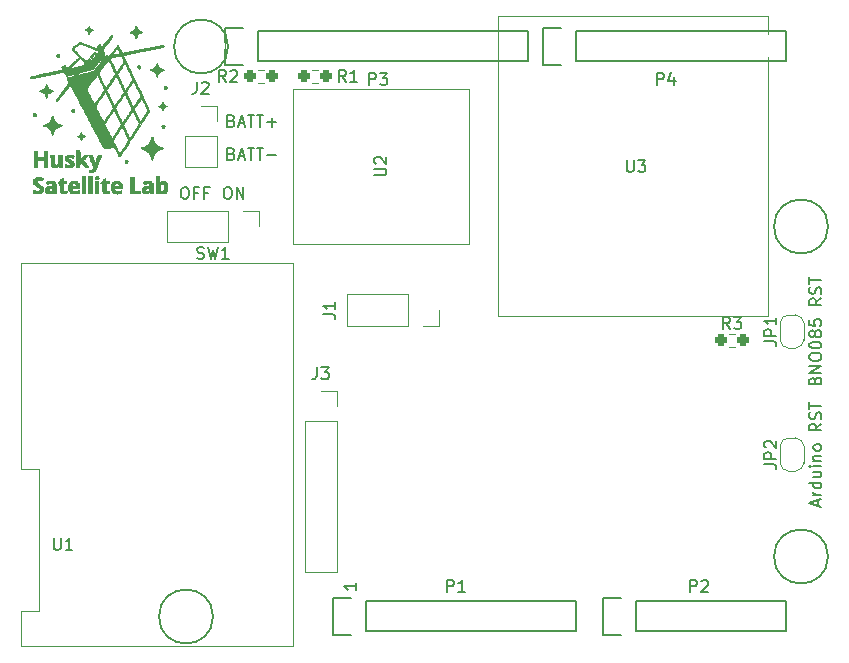
<source format=gto>
G04 #@! TF.GenerationSoftware,KiCad,Pcbnew,6.0.2-378541a8eb~116~ubuntu20.04.1*
G04 #@! TF.CreationDate,2022-02-14T16:30:41-08:00*
G04 #@! TF.ProjectId,Air_Bearing_PCB,4169725f-4265-4617-9269-6e675f504342,rev?*
G04 #@! TF.SameCoordinates,Original*
G04 #@! TF.FileFunction,Legend,Top*
G04 #@! TF.FilePolarity,Positive*
%FSLAX46Y46*%
G04 Gerber Fmt 4.6, Leading zero omitted, Abs format (unit mm)*
G04 Created by KiCad (PCBNEW 6.0.2-378541a8eb~116~ubuntu20.04.1) date 2022-02-14 16:30:41*
%MOMM*%
%LPD*%
G01*
G04 APERTURE LIST*
G04 Aperture macros list*
%AMRoundRect*
0 Rectangle with rounded corners*
0 $1 Rounding radius*
0 $2 $3 $4 $5 $6 $7 $8 $9 X,Y pos of 4 corners*
0 Add a 4 corners polygon primitive as box body*
4,1,4,$2,$3,$4,$5,$6,$7,$8,$9,$2,$3,0*
0 Add four circle primitives for the rounded corners*
1,1,$1+$1,$2,$3*
1,1,$1+$1,$4,$5*
1,1,$1+$1,$6,$7*
1,1,$1+$1,$8,$9*
0 Add four rect primitives between the rounded corners*
20,1,$1+$1,$2,$3,$4,$5,0*
20,1,$1+$1,$4,$5,$6,$7,0*
20,1,$1+$1,$6,$7,$8,$9,0*
20,1,$1+$1,$8,$9,$2,$3,0*%
%AMFreePoly0*
4,1,22,0.500000,-0.750000,0.000000,-0.750000,0.000000,-0.745033,-0.079941,-0.743568,-0.215256,-0.701293,-0.333266,-0.622738,-0.424486,-0.514219,-0.481581,-0.384460,-0.499164,-0.250000,-0.500000,-0.250000,-0.500000,0.250000,-0.499164,0.250000,-0.499963,0.256109,-0.478152,0.396186,-0.417904,0.524511,-0.324060,0.630769,-0.204165,0.706417,-0.067858,0.745374,0.000000,0.744959,0.000000,0.750000,
0.500000,0.750000,0.500000,-0.750000,0.500000,-0.750000,$1*%
%AMFreePoly1*
4,1,20,0.000000,0.744959,0.073905,0.744508,0.209726,0.703889,0.328688,0.626782,0.421226,0.519385,0.479903,0.390333,0.500000,0.250000,0.500000,-0.250000,0.499851,-0.262216,0.476331,-0.402017,0.414519,-0.529596,0.319384,-0.634700,0.198574,-0.708877,0.061801,-0.746166,0.000000,-0.745033,0.000000,-0.750000,-0.500000,-0.750000,-0.500000,0.750000,0.000000,0.750000,0.000000,0.744959,
0.000000,0.744959,$1*%
G04 Aperture macros list end*
%ADD10C,0.150000*%
%ADD11C,0.120000*%
%ADD12C,0.010000*%
%ADD13O,1.727200X2.032000*%
%ADD14C,4.064000*%
%ADD15RoundRect,0.237500X-0.250000X-0.237500X0.250000X-0.237500X0.250000X0.237500X-0.250000X0.237500X0*%
%ADD16R,1.700000X1.700000*%
%ADD17O,1.700000X1.700000*%
%ADD18FreePoly0,270.000000*%
%ADD19FreePoly1,270.000000*%
%ADD20O,1.200000X2.000000*%
%ADD21C,1.700000*%
%ADD22O,2.000000X1.200000*%
%ADD23RoundRect,0.237500X0.250000X0.237500X-0.250000X0.237500X-0.250000X-0.237500X0.250000X-0.237500X0*%
G04 APERTURE END LIST*
D10*
X178474666Y-114442333D02*
X178474666Y-113966142D01*
X178760380Y-114537571D02*
X177760380Y-114204238D01*
X178760380Y-113870904D01*
X178760380Y-113537571D02*
X178093714Y-113537571D01*
X178284190Y-113537571D02*
X178188952Y-113489952D01*
X178141333Y-113442333D01*
X178093714Y-113347095D01*
X178093714Y-113251857D01*
X178760380Y-112489952D02*
X177760380Y-112489952D01*
X178712761Y-112489952D02*
X178760380Y-112585190D01*
X178760380Y-112775666D01*
X178712761Y-112870904D01*
X178665142Y-112918523D01*
X178569904Y-112966142D01*
X178284190Y-112966142D01*
X178188952Y-112918523D01*
X178141333Y-112870904D01*
X178093714Y-112775666D01*
X178093714Y-112585190D01*
X178141333Y-112489952D01*
X178093714Y-111585190D02*
X178760380Y-111585190D01*
X178093714Y-112013761D02*
X178617523Y-112013761D01*
X178712761Y-111966142D01*
X178760380Y-111870904D01*
X178760380Y-111728047D01*
X178712761Y-111632809D01*
X178665142Y-111585190D01*
X178760380Y-111109000D02*
X178093714Y-111109000D01*
X177760380Y-111109000D02*
X177808000Y-111156619D01*
X177855619Y-111109000D01*
X177808000Y-111061380D01*
X177760380Y-111109000D01*
X177855619Y-111109000D01*
X178093714Y-110632809D02*
X178760380Y-110632809D01*
X178188952Y-110632809D02*
X178141333Y-110585190D01*
X178093714Y-110489952D01*
X178093714Y-110347095D01*
X178141333Y-110251857D01*
X178236571Y-110204238D01*
X178760380Y-110204238D01*
X178760380Y-109585190D02*
X178712761Y-109680428D01*
X178665142Y-109728047D01*
X178569904Y-109775666D01*
X178284190Y-109775666D01*
X178188952Y-109728047D01*
X178141333Y-109680428D01*
X178093714Y-109585190D01*
X178093714Y-109442333D01*
X178141333Y-109347095D01*
X178188952Y-109299476D01*
X178284190Y-109251857D01*
X178569904Y-109251857D01*
X178665142Y-109299476D01*
X178712761Y-109347095D01*
X178760380Y-109442333D01*
X178760380Y-109585190D01*
X178760380Y-107489952D02*
X178284190Y-107823285D01*
X178760380Y-108061380D02*
X177760380Y-108061380D01*
X177760380Y-107680428D01*
X177808000Y-107585190D01*
X177855619Y-107537571D01*
X177950857Y-107489952D01*
X178093714Y-107489952D01*
X178188952Y-107537571D01*
X178236571Y-107585190D01*
X178284190Y-107680428D01*
X178284190Y-108061380D01*
X178712761Y-107109000D02*
X178760380Y-106966142D01*
X178760380Y-106728047D01*
X178712761Y-106632809D01*
X178665142Y-106585190D01*
X178569904Y-106537571D01*
X178474666Y-106537571D01*
X178379428Y-106585190D01*
X178331809Y-106632809D01*
X178284190Y-106728047D01*
X178236571Y-106918523D01*
X178188952Y-107013761D01*
X178141333Y-107061380D01*
X178046095Y-107109000D01*
X177950857Y-107109000D01*
X177855619Y-107061380D01*
X177808000Y-107013761D01*
X177760380Y-106918523D01*
X177760380Y-106680428D01*
X177808000Y-106537571D01*
X177760380Y-106251857D02*
X177760380Y-105680428D01*
X178760380Y-105966142D02*
X177760380Y-105966142D01*
X128817904Y-84637571D02*
X128960761Y-84685190D01*
X129008380Y-84732809D01*
X129056000Y-84828047D01*
X129056000Y-84970904D01*
X129008380Y-85066142D01*
X128960761Y-85113761D01*
X128865523Y-85161380D01*
X128484571Y-85161380D01*
X128484571Y-84161380D01*
X128817904Y-84161380D01*
X128913142Y-84209000D01*
X128960761Y-84256619D01*
X129008380Y-84351857D01*
X129008380Y-84447095D01*
X128960761Y-84542333D01*
X128913142Y-84589952D01*
X128817904Y-84637571D01*
X128484571Y-84637571D01*
X129436952Y-84875666D02*
X129913142Y-84875666D01*
X129341714Y-85161380D02*
X129675047Y-84161380D01*
X130008380Y-85161380D01*
X130198857Y-84161380D02*
X130770285Y-84161380D01*
X130484571Y-85161380D02*
X130484571Y-84161380D01*
X130960761Y-84161380D02*
X131532190Y-84161380D01*
X131246476Y-85161380D02*
X131246476Y-84161380D01*
X131865523Y-84780428D02*
X132627428Y-84780428D01*
X124777619Y-87463380D02*
X124968095Y-87463380D01*
X125063333Y-87511000D01*
X125158571Y-87606238D01*
X125206190Y-87796714D01*
X125206190Y-88130047D01*
X125158571Y-88320523D01*
X125063333Y-88415761D01*
X124968095Y-88463380D01*
X124777619Y-88463380D01*
X124682380Y-88415761D01*
X124587142Y-88320523D01*
X124539523Y-88130047D01*
X124539523Y-87796714D01*
X124587142Y-87606238D01*
X124682380Y-87511000D01*
X124777619Y-87463380D01*
X125968095Y-87939571D02*
X125634761Y-87939571D01*
X125634761Y-88463380D02*
X125634761Y-87463380D01*
X126110952Y-87463380D01*
X126825238Y-87939571D02*
X126491904Y-87939571D01*
X126491904Y-88463380D02*
X126491904Y-87463380D01*
X126968095Y-87463380D01*
X128817904Y-81843571D02*
X128960761Y-81891190D01*
X129008380Y-81938809D01*
X129056000Y-82034047D01*
X129056000Y-82176904D01*
X129008380Y-82272142D01*
X128960761Y-82319761D01*
X128865523Y-82367380D01*
X128484571Y-82367380D01*
X128484571Y-81367380D01*
X128817904Y-81367380D01*
X128913142Y-81415000D01*
X128960761Y-81462619D01*
X129008380Y-81557857D01*
X129008380Y-81653095D01*
X128960761Y-81748333D01*
X128913142Y-81795952D01*
X128817904Y-81843571D01*
X128484571Y-81843571D01*
X129436952Y-82081666D02*
X129913142Y-82081666D01*
X129341714Y-82367380D02*
X129675047Y-81367380D01*
X130008380Y-82367380D01*
X130198857Y-81367380D02*
X130770285Y-81367380D01*
X130484571Y-82367380D02*
X130484571Y-81367380D01*
X130960761Y-81367380D02*
X131532190Y-81367380D01*
X131246476Y-82367380D02*
X131246476Y-81367380D01*
X131865523Y-81986428D02*
X132627428Y-81986428D01*
X132246476Y-82367380D02*
X132246476Y-81605476D01*
X128412952Y-87463380D02*
X128603428Y-87463380D01*
X128698666Y-87511000D01*
X128793904Y-87606238D01*
X128841523Y-87796714D01*
X128841523Y-88130047D01*
X128793904Y-88320523D01*
X128698666Y-88415761D01*
X128603428Y-88463380D01*
X128412952Y-88463380D01*
X128317714Y-88415761D01*
X128222476Y-88320523D01*
X128174857Y-88130047D01*
X128174857Y-87796714D01*
X128222476Y-87606238D01*
X128317714Y-87511000D01*
X128412952Y-87463380D01*
X129270095Y-88463380D02*
X129270095Y-87463380D01*
X129841523Y-88463380D01*
X129841523Y-87463380D01*
X139390380Y-120999285D02*
X139390380Y-121570714D01*
X139390380Y-121285000D02*
X138390380Y-121285000D01*
X138533238Y-121380238D01*
X138628476Y-121475476D01*
X138676095Y-121570714D01*
X178236571Y-103837857D02*
X178284190Y-103695000D01*
X178331809Y-103647380D01*
X178427047Y-103599761D01*
X178569904Y-103599761D01*
X178665142Y-103647380D01*
X178712761Y-103695000D01*
X178760380Y-103790238D01*
X178760380Y-104171190D01*
X177760380Y-104171190D01*
X177760380Y-103837857D01*
X177808000Y-103742619D01*
X177855619Y-103695000D01*
X177950857Y-103647380D01*
X178046095Y-103647380D01*
X178141333Y-103695000D01*
X178188952Y-103742619D01*
X178236571Y-103837857D01*
X178236571Y-104171190D01*
X178760380Y-103171190D02*
X177760380Y-103171190D01*
X178760380Y-102599761D01*
X177760380Y-102599761D01*
X177760380Y-101933095D02*
X177760380Y-101742619D01*
X177808000Y-101647380D01*
X177903238Y-101552142D01*
X178093714Y-101504523D01*
X178427047Y-101504523D01*
X178617523Y-101552142D01*
X178712761Y-101647380D01*
X178760380Y-101742619D01*
X178760380Y-101933095D01*
X178712761Y-102028333D01*
X178617523Y-102123571D01*
X178427047Y-102171190D01*
X178093714Y-102171190D01*
X177903238Y-102123571D01*
X177808000Y-102028333D01*
X177760380Y-101933095D01*
X177760380Y-100885476D02*
X177760380Y-100790238D01*
X177808000Y-100695000D01*
X177855619Y-100647380D01*
X177950857Y-100599761D01*
X178141333Y-100552142D01*
X178379428Y-100552142D01*
X178569904Y-100599761D01*
X178665142Y-100647380D01*
X178712761Y-100695000D01*
X178760380Y-100790238D01*
X178760380Y-100885476D01*
X178712761Y-100980714D01*
X178665142Y-101028333D01*
X178569904Y-101075952D01*
X178379428Y-101123571D01*
X178141333Y-101123571D01*
X177950857Y-101075952D01*
X177855619Y-101028333D01*
X177808000Y-100980714D01*
X177760380Y-100885476D01*
X178188952Y-99980714D02*
X178141333Y-100075952D01*
X178093714Y-100123571D01*
X177998476Y-100171190D01*
X177950857Y-100171190D01*
X177855619Y-100123571D01*
X177808000Y-100075952D01*
X177760380Y-99980714D01*
X177760380Y-99790238D01*
X177808000Y-99695000D01*
X177855619Y-99647380D01*
X177950857Y-99599761D01*
X177998476Y-99599761D01*
X178093714Y-99647380D01*
X178141333Y-99695000D01*
X178188952Y-99790238D01*
X178188952Y-99980714D01*
X178236571Y-100075952D01*
X178284190Y-100123571D01*
X178379428Y-100171190D01*
X178569904Y-100171190D01*
X178665142Y-100123571D01*
X178712761Y-100075952D01*
X178760380Y-99980714D01*
X178760380Y-99790238D01*
X178712761Y-99695000D01*
X178665142Y-99647380D01*
X178569904Y-99599761D01*
X178379428Y-99599761D01*
X178284190Y-99647380D01*
X178236571Y-99695000D01*
X178188952Y-99790238D01*
X177760380Y-98695000D02*
X177760380Y-99171190D01*
X178236571Y-99218809D01*
X178188952Y-99171190D01*
X178141333Y-99075952D01*
X178141333Y-98837857D01*
X178188952Y-98742619D01*
X178236571Y-98695000D01*
X178331809Y-98647380D01*
X178569904Y-98647380D01*
X178665142Y-98695000D01*
X178712761Y-98742619D01*
X178760380Y-98837857D01*
X178760380Y-99075952D01*
X178712761Y-99171190D01*
X178665142Y-99218809D01*
X178760380Y-96885476D02*
X178284190Y-97218809D01*
X178760380Y-97456904D02*
X177760380Y-97456904D01*
X177760380Y-97075952D01*
X177808000Y-96980714D01*
X177855619Y-96933095D01*
X177950857Y-96885476D01*
X178093714Y-96885476D01*
X178188952Y-96933095D01*
X178236571Y-96980714D01*
X178284190Y-97075952D01*
X178284190Y-97456904D01*
X178712761Y-96504523D02*
X178760380Y-96361666D01*
X178760380Y-96123571D01*
X178712761Y-96028333D01*
X178665142Y-95980714D01*
X178569904Y-95933095D01*
X178474666Y-95933095D01*
X178379428Y-95980714D01*
X178331809Y-96028333D01*
X178284190Y-96123571D01*
X178236571Y-96314047D01*
X178188952Y-96409285D01*
X178141333Y-96456904D01*
X178046095Y-96504523D01*
X177950857Y-96504523D01*
X177855619Y-96456904D01*
X177808000Y-96409285D01*
X177760380Y-96314047D01*
X177760380Y-96075952D01*
X177808000Y-95933095D01*
X177760380Y-95647380D02*
X177760380Y-95075952D01*
X178760380Y-95361666D02*
X177760380Y-95361666D01*
G04 #@! TO.C,P1*
X147089904Y-121737380D02*
X147089904Y-120737380D01*
X147470857Y-120737380D01*
X147566095Y-120785000D01*
X147613714Y-120832619D01*
X147661333Y-120927857D01*
X147661333Y-121070714D01*
X147613714Y-121165952D01*
X147566095Y-121213571D01*
X147470857Y-121261190D01*
X147089904Y-121261190D01*
X148613714Y-121737380D02*
X148042285Y-121737380D01*
X148328000Y-121737380D02*
X148328000Y-120737380D01*
X148232761Y-120880238D01*
X148137523Y-120975476D01*
X148042285Y-121023095D01*
G04 #@! TO.C,P2*
X167663904Y-121737380D02*
X167663904Y-120737380D01*
X168044857Y-120737380D01*
X168140095Y-120785000D01*
X168187714Y-120832619D01*
X168235333Y-120927857D01*
X168235333Y-121070714D01*
X168187714Y-121165952D01*
X168140095Y-121213571D01*
X168044857Y-121261190D01*
X167663904Y-121261190D01*
X168616285Y-120832619D02*
X168663904Y-120785000D01*
X168759142Y-120737380D01*
X168997238Y-120737380D01*
X169092476Y-120785000D01*
X169140095Y-120832619D01*
X169187714Y-120927857D01*
X169187714Y-121023095D01*
X169140095Y-121165952D01*
X168568666Y-121737380D01*
X169187714Y-121737380D01*
G04 #@! TO.C,P3*
X140485904Y-78811380D02*
X140485904Y-77811380D01*
X140866857Y-77811380D01*
X140962095Y-77859000D01*
X141009714Y-77906619D01*
X141057333Y-78001857D01*
X141057333Y-78144714D01*
X141009714Y-78239952D01*
X140962095Y-78287571D01*
X140866857Y-78335190D01*
X140485904Y-78335190D01*
X141390666Y-77811380D02*
X142009714Y-77811380D01*
X141676380Y-78192333D01*
X141819238Y-78192333D01*
X141914476Y-78239952D01*
X141962095Y-78287571D01*
X142009714Y-78382809D01*
X142009714Y-78620904D01*
X141962095Y-78716142D01*
X141914476Y-78763761D01*
X141819238Y-78811380D01*
X141533523Y-78811380D01*
X141438285Y-78763761D01*
X141390666Y-78716142D01*
G04 #@! TO.C,P4*
X164869904Y-78811380D02*
X164869904Y-77811380D01*
X165250857Y-77811380D01*
X165346095Y-77859000D01*
X165393714Y-77906619D01*
X165441333Y-78001857D01*
X165441333Y-78144714D01*
X165393714Y-78239952D01*
X165346095Y-78287571D01*
X165250857Y-78335190D01*
X164869904Y-78335190D01*
X166298476Y-78144714D02*
X166298476Y-78811380D01*
X166060380Y-77763761D02*
X165822285Y-78478047D01*
X166441333Y-78478047D01*
G04 #@! TO.C,R2*
X128357333Y-78557380D02*
X128024000Y-78081190D01*
X127785904Y-78557380D02*
X127785904Y-77557380D01*
X128166857Y-77557380D01*
X128262095Y-77605000D01*
X128309714Y-77652619D01*
X128357333Y-77747857D01*
X128357333Y-77890714D01*
X128309714Y-77985952D01*
X128262095Y-78033571D01*
X128166857Y-78081190D01*
X127785904Y-78081190D01*
X128738285Y-77652619D02*
X128785904Y-77605000D01*
X128881142Y-77557380D01*
X129119238Y-77557380D01*
X129214476Y-77605000D01*
X129262095Y-77652619D01*
X129309714Y-77747857D01*
X129309714Y-77843095D01*
X129262095Y-77985952D01*
X128690666Y-78557380D01*
X129309714Y-78557380D01*
G04 #@! TO.C,J3*
X136064666Y-102727380D02*
X136064666Y-103441666D01*
X136017047Y-103584523D01*
X135921809Y-103679761D01*
X135778952Y-103727380D01*
X135683714Y-103727380D01*
X136445619Y-102727380D02*
X137064666Y-102727380D01*
X136731333Y-103108333D01*
X136874190Y-103108333D01*
X136969428Y-103155952D01*
X137017047Y-103203571D01*
X137064666Y-103298809D01*
X137064666Y-103536904D01*
X137017047Y-103632142D01*
X136969428Y-103679761D01*
X136874190Y-103727380D01*
X136588476Y-103727380D01*
X136493238Y-103679761D01*
X136445619Y-103632142D01*
G04 #@! TO.C,J2*
X125879666Y-78573380D02*
X125879666Y-79287666D01*
X125832047Y-79430523D01*
X125736809Y-79525761D01*
X125593952Y-79573380D01*
X125498714Y-79573380D01*
X126308238Y-78668619D02*
X126355857Y-78621000D01*
X126451095Y-78573380D01*
X126689190Y-78573380D01*
X126784428Y-78621000D01*
X126832047Y-78668619D01*
X126879666Y-78763857D01*
X126879666Y-78859095D01*
X126832047Y-79001952D01*
X126260619Y-79573380D01*
X126879666Y-79573380D01*
G04 #@! TO.C,JP1*
X173950380Y-100528333D02*
X174664666Y-100528333D01*
X174807523Y-100575952D01*
X174902761Y-100671190D01*
X174950380Y-100814047D01*
X174950380Y-100909285D01*
X174950380Y-100052142D02*
X173950380Y-100052142D01*
X173950380Y-99671190D01*
X173998000Y-99575952D01*
X174045619Y-99528333D01*
X174140857Y-99480714D01*
X174283714Y-99480714D01*
X174378952Y-99528333D01*
X174426571Y-99575952D01*
X174474190Y-99671190D01*
X174474190Y-100052142D01*
X174950380Y-98528333D02*
X174950380Y-99099761D01*
X174950380Y-98814047D02*
X173950380Y-98814047D01*
X174093238Y-98909285D01*
X174188476Y-99004523D01*
X174236095Y-99099761D01*
G04 #@! TO.C,U2*
X140930380Y-86486904D02*
X141739904Y-86486904D01*
X141835142Y-86439285D01*
X141882761Y-86391666D01*
X141930380Y-86296428D01*
X141930380Y-86105952D01*
X141882761Y-86010714D01*
X141835142Y-85963095D01*
X141739904Y-85915476D01*
X140930380Y-85915476D01*
X141025619Y-85486904D02*
X140978000Y-85439285D01*
X140930380Y-85344047D01*
X140930380Y-85105952D01*
X140978000Y-85010714D01*
X141025619Y-84963095D01*
X141120857Y-84915476D01*
X141216095Y-84915476D01*
X141358952Y-84963095D01*
X141930380Y-85534523D01*
X141930380Y-84915476D01*
G04 #@! TO.C,SW1*
X125920666Y-93495761D02*
X126063523Y-93543380D01*
X126301619Y-93543380D01*
X126396857Y-93495761D01*
X126444476Y-93448142D01*
X126492095Y-93352904D01*
X126492095Y-93257666D01*
X126444476Y-93162428D01*
X126396857Y-93114809D01*
X126301619Y-93067190D01*
X126111142Y-93019571D01*
X126015904Y-92971952D01*
X125968285Y-92924333D01*
X125920666Y-92829095D01*
X125920666Y-92733857D01*
X125968285Y-92638619D01*
X126015904Y-92591000D01*
X126111142Y-92543380D01*
X126349238Y-92543380D01*
X126492095Y-92591000D01*
X126825428Y-92543380D02*
X127063523Y-93543380D01*
X127254000Y-92829095D01*
X127444476Y-93543380D01*
X127682571Y-92543380D01*
X128587333Y-93543380D02*
X128015904Y-93543380D01*
X128301619Y-93543380D02*
X128301619Y-92543380D01*
X128206380Y-92686238D01*
X128111142Y-92781476D01*
X128015904Y-92829095D01*
G04 #@! TO.C,JP2*
X173950380Y-110942333D02*
X174664666Y-110942333D01*
X174807523Y-110989952D01*
X174902761Y-111085190D01*
X174950380Y-111228047D01*
X174950380Y-111323285D01*
X174950380Y-110466142D02*
X173950380Y-110466142D01*
X173950380Y-110085190D01*
X173998000Y-109989952D01*
X174045619Y-109942333D01*
X174140857Y-109894714D01*
X174283714Y-109894714D01*
X174378952Y-109942333D01*
X174426571Y-109989952D01*
X174474190Y-110085190D01*
X174474190Y-110466142D01*
X174045619Y-109513761D02*
X173998000Y-109466142D01*
X173950380Y-109370904D01*
X173950380Y-109132809D01*
X173998000Y-109037571D01*
X174045619Y-108989952D01*
X174140857Y-108942333D01*
X174236095Y-108942333D01*
X174378952Y-108989952D01*
X174950380Y-109561380D01*
X174950380Y-108942333D01*
G04 #@! TO.C,J1*
X136612380Y-98225333D02*
X137326666Y-98225333D01*
X137469523Y-98272952D01*
X137564761Y-98368190D01*
X137612380Y-98511047D01*
X137612380Y-98606285D01*
X137612380Y-97225333D02*
X137612380Y-97796761D01*
X137612380Y-97511047D02*
X136612380Y-97511047D01*
X136755238Y-97606285D01*
X136850476Y-97701523D01*
X136898095Y-97796761D01*
G04 #@! TO.C,U1*
X113792095Y-117181380D02*
X113792095Y-117990904D01*
X113839714Y-118086142D01*
X113887333Y-118133761D01*
X113982571Y-118181380D01*
X114173047Y-118181380D01*
X114268285Y-118133761D01*
X114315904Y-118086142D01*
X114363523Y-117990904D01*
X114363523Y-117181380D01*
X115363523Y-118181380D02*
X114792095Y-118181380D01*
X115077809Y-118181380D02*
X115077809Y-117181380D01*
X114982571Y-117324238D01*
X114887333Y-117419476D01*
X114792095Y-117467095D01*
G04 #@! TO.C,R3*
X171029333Y-99479380D02*
X170696000Y-99003190D01*
X170457904Y-99479380D02*
X170457904Y-98479380D01*
X170838857Y-98479380D01*
X170934095Y-98527000D01*
X170981714Y-98574619D01*
X171029333Y-98669857D01*
X171029333Y-98812714D01*
X170981714Y-98907952D01*
X170934095Y-98955571D01*
X170838857Y-99003190D01*
X170457904Y-99003190D01*
X171362666Y-98479380D02*
X171981714Y-98479380D01*
X171648380Y-98860333D01*
X171791238Y-98860333D01*
X171886476Y-98907952D01*
X171934095Y-98955571D01*
X171981714Y-99050809D01*
X171981714Y-99288904D01*
X171934095Y-99384142D01*
X171886476Y-99431761D01*
X171791238Y-99479380D01*
X171505523Y-99479380D01*
X171410285Y-99431761D01*
X171362666Y-99384142D01*
G04 #@! TO.C,U3*
X162306095Y-85177380D02*
X162306095Y-85986904D01*
X162353714Y-86082142D01*
X162401333Y-86129761D01*
X162496571Y-86177380D01*
X162687047Y-86177380D01*
X162782285Y-86129761D01*
X162829904Y-86082142D01*
X162877523Y-85986904D01*
X162877523Y-85177380D01*
X163258476Y-85177380D02*
X163877523Y-85177380D01*
X163544190Y-85558333D01*
X163687047Y-85558333D01*
X163782285Y-85605952D01*
X163829904Y-85653571D01*
X163877523Y-85748809D01*
X163877523Y-85986904D01*
X163829904Y-86082142D01*
X163782285Y-86129761D01*
X163687047Y-86177380D01*
X163401333Y-86177380D01*
X163306095Y-86129761D01*
X163258476Y-86082142D01*
G04 #@! TO.C,R1*
X138517333Y-78557380D02*
X138184000Y-78081190D01*
X137945904Y-78557380D02*
X137945904Y-77557380D01*
X138326857Y-77557380D01*
X138422095Y-77605000D01*
X138469714Y-77652619D01*
X138517333Y-77747857D01*
X138517333Y-77890714D01*
X138469714Y-77985952D01*
X138422095Y-78033571D01*
X138326857Y-78081190D01*
X137945904Y-78081190D01*
X139469714Y-78557380D02*
X138898285Y-78557380D01*
X139184000Y-78557380D02*
X139184000Y-77557380D01*
X139088761Y-77700238D01*
X138993523Y-77795476D01*
X138898285Y-77843095D01*
G04 #@! TO.C,P1*
X157988000Y-125095000D02*
X157988000Y-122555000D01*
X140208000Y-125095000D02*
X157988000Y-125095000D01*
X157988000Y-122555000D02*
X140208000Y-122555000D01*
X138938000Y-122275000D02*
X137388000Y-122275000D01*
X137388000Y-122275000D02*
X137388000Y-125375000D01*
X137388000Y-125375000D02*
X138938000Y-125375000D01*
X140208000Y-125095000D02*
X140208000Y-122555000D01*
G04 #@! TO.C,P2*
X163068000Y-125095000D02*
X163068000Y-122555000D01*
X161798000Y-122275000D02*
X160248000Y-122275000D01*
X175768000Y-122555000D02*
X163068000Y-122555000D01*
X163068000Y-125095000D02*
X175768000Y-125095000D01*
X175768000Y-125095000D02*
X175768000Y-122555000D01*
X160248000Y-122275000D02*
X160248000Y-125375000D01*
X160248000Y-125375000D02*
X161798000Y-125375000D01*
G04 #@! TO.C,P3*
X128244000Y-74015000D02*
X128244000Y-77115000D01*
X131064000Y-76835000D02*
X153924000Y-76835000D01*
X153924000Y-76835000D02*
X153924000Y-74295000D01*
X153924000Y-74295000D02*
X131064000Y-74295000D01*
X129794000Y-74015000D02*
X128244000Y-74015000D01*
X128244000Y-77115000D02*
X129794000Y-77115000D01*
X131064000Y-76835000D02*
X131064000Y-74295000D01*
G04 #@! TO.C,P4*
X175768000Y-74295000D02*
X157988000Y-74295000D01*
X155168000Y-77115000D02*
X156718000Y-77115000D01*
X157988000Y-76835000D02*
X175768000Y-76835000D01*
X157988000Y-76835000D02*
X157988000Y-74295000D01*
X156718000Y-74015000D02*
X155168000Y-74015000D01*
X175768000Y-76835000D02*
X175768000Y-74295000D01*
X155168000Y-74015000D02*
X155168000Y-77115000D01*
G04 #@! TO.C,P5*
X127254000Y-123825000D02*
G75*
G03*
X127254000Y-123825000I-2286000J0D01*
G01*
G04 #@! TO.C,P6*
X179324000Y-118745000D02*
G75*
G03*
X179324000Y-118745000I-2286000J0D01*
G01*
G04 #@! TO.C,P7*
X128524000Y-75565000D02*
G75*
G03*
X128524000Y-75565000I-2286000J0D01*
G01*
G04 #@! TO.C,P8*
X179324000Y-90805000D02*
G75*
G03*
X179324000Y-90805000I-2286000J0D01*
G01*
D11*
G04 #@! TO.C,R2*
X131063276Y-77582500D02*
X131572724Y-77582500D01*
X131063276Y-78627500D02*
X131572724Y-78627500D01*
G04 #@! TO.C,J3*
X135068000Y-120075000D02*
X137728000Y-120075000D01*
X136398000Y-104715000D02*
X137728000Y-104715000D01*
X137728000Y-107315000D02*
X137728000Y-120075000D01*
X137728000Y-104715000D02*
X137728000Y-106045000D01*
X135068000Y-107315000D02*
X135068000Y-120075000D01*
X135068000Y-107315000D02*
X137728000Y-107315000D01*
G04 #@! TO.C,J2*
X124908000Y-83185000D02*
X127568000Y-83185000D01*
X127568000Y-80585000D02*
X127568000Y-81915000D01*
X124908000Y-83185000D02*
X124908000Y-85785000D01*
X124908000Y-85785000D02*
X127568000Y-85785000D01*
X127568000Y-83185000D02*
X127568000Y-85785000D01*
X126238000Y-80585000D02*
X127568000Y-80585000D01*
G04 #@! TO.C,JP1*
X175276000Y-100395000D02*
X175276000Y-98995000D01*
X177276000Y-98995000D02*
X177276000Y-100395000D01*
X175976000Y-98295000D02*
X176576000Y-98295000D01*
X176576000Y-101095000D02*
X175976000Y-101095000D01*
X177276000Y-98995000D02*
G75*
G03*
X176576000Y-98295000I-699999J1D01*
G01*
X175976000Y-98295000D02*
G75*
G03*
X175276000Y-98995000I-1J-699999D01*
G01*
X175276000Y-100395000D02*
G75*
G03*
X175976000Y-101095000I699999J-1D01*
G01*
X176576000Y-101095000D02*
G75*
G03*
X177276000Y-100395000I1J699999D01*
G01*
G04 #@! TO.C,U2*
X134028000Y-83531667D02*
X134028000Y-87918333D01*
X134028000Y-79145000D02*
X134028000Y-83531667D01*
X148928000Y-79145000D02*
X134028000Y-79145000D01*
X134028000Y-92305000D02*
X148928000Y-92305000D01*
X148928000Y-92305000D02*
X148928000Y-79145000D01*
X134028000Y-87918333D02*
X134028000Y-92305000D01*
G04 #@! TO.C,SW1*
X129794000Y-89475000D02*
X131124000Y-89475000D01*
X123384000Y-89475000D02*
X123384000Y-92135000D01*
X131124000Y-89475000D02*
X131124000Y-90805000D01*
X128524000Y-89475000D02*
X128524000Y-92135000D01*
X128524000Y-92135000D02*
X123384000Y-92135000D01*
X128524000Y-89475000D02*
X123384000Y-89475000D01*
G04 #@! TO.C,JP2*
X177276000Y-109409000D02*
X177276000Y-110809000D01*
X175276000Y-110809000D02*
X175276000Y-109409000D01*
X175976000Y-108709000D02*
X176576000Y-108709000D01*
X176576000Y-111509000D02*
X175976000Y-111509000D01*
X175276000Y-110809000D02*
G75*
G03*
X175976000Y-111509000I699999J-1D01*
G01*
X176576000Y-111509000D02*
G75*
G03*
X177276000Y-110809000I1J699999D01*
G01*
X175976000Y-108709000D02*
G75*
G03*
X175276000Y-109409000I-1J-699999D01*
G01*
X177276000Y-109409000D02*
G75*
G03*
X176576000Y-108709000I-699999J1D01*
G01*
G04 #@! TO.C,J1*
X146364000Y-99222000D02*
X145034000Y-99222000D01*
X143764000Y-96562000D02*
X138624000Y-96562000D01*
X143764000Y-99222000D02*
X138624000Y-99222000D01*
X146364000Y-97892000D02*
X146364000Y-99222000D01*
X138624000Y-96562000D02*
X138624000Y-99222000D01*
X143764000Y-96562000D02*
X143764000Y-99222000D01*
G04 #@! TO.C,U1*
X112498000Y-123365000D02*
X112498000Y-111365000D01*
X110998000Y-126365000D02*
X133998000Y-126365000D01*
X133998000Y-126365000D02*
X133998000Y-93865000D01*
X112498000Y-111365000D02*
X110998000Y-111365000D01*
X110998000Y-111365000D02*
X110998000Y-93865000D01*
X110998000Y-126365000D02*
X110998000Y-123365000D01*
X133998000Y-93865000D02*
X110998000Y-93865000D01*
X110998000Y-123365000D02*
X112498000Y-123365000D01*
G04 #@! TO.C,R3*
X170941276Y-100979500D02*
X171450724Y-100979500D01*
X170941276Y-99934500D02*
X171450724Y-99934500D01*
D12*
G04 #@! TO.C,G\u002A\u002A\u002A*
X116427250Y-87991950D02*
X116290725Y-87995554D01*
X116290725Y-87995554D02*
X116154200Y-87999159D01*
X116154200Y-87999159D02*
X116154200Y-86537800D01*
X116154200Y-86537800D02*
X116433808Y-86537800D01*
X116433808Y-86537800D02*
X116427250Y-87991950D01*
X116427250Y-87991950D02*
X116427250Y-87991950D01*
G36*
X116427250Y-87991950D02*
G01*
X116290725Y-87995554D01*
X116154200Y-87999159D01*
X116154200Y-86537800D01*
X116433808Y-86537800D01*
X116427250Y-87991950D01*
G37*
X116427250Y-87991950D02*
X116290725Y-87995554D01*
X116154200Y-87999159D01*
X116154200Y-86537800D01*
X116433808Y-86537800D01*
X116427250Y-87991950D01*
X117699533Y-84734904D02*
X117747645Y-84736277D01*
X117747645Y-84736277D02*
X117780273Y-84738310D01*
X117780273Y-84738310D02*
X117792497Y-84740795D01*
X117792497Y-84740795D02*
X117792500Y-84740834D01*
X117792500Y-84740834D02*
X117788201Y-84754679D01*
X117788201Y-84754679D02*
X117776624Y-84786778D01*
X117776624Y-84786778D02*
X117759749Y-84831731D01*
X117759749Y-84831731D02*
X117747117Y-84864659D01*
X117747117Y-84864659D02*
X117686594Y-85022379D01*
X117686594Y-85022379D02*
X117619951Y-85198183D01*
X117619951Y-85198183D02*
X117550946Y-85382100D01*
X117550946Y-85382100D02*
X117522802Y-85456252D01*
X117522802Y-85456252D02*
X117489526Y-85541974D01*
X117489526Y-85541974D02*
X117453233Y-85633999D01*
X117453233Y-85633999D02*
X117416037Y-85727062D01*
X117416037Y-85727062D02*
X117380053Y-85815897D01*
X117380053Y-85815897D02*
X117347394Y-85895239D01*
X117347394Y-85895239D02*
X117320175Y-85959822D01*
X117320175Y-85959822D02*
X117305407Y-85993617D01*
X117305407Y-85993617D02*
X117257207Y-86078947D01*
X117257207Y-86078947D02*
X117196838Y-86144207D01*
X117196838Y-86144207D02*
X117120650Y-86193254D01*
X117120650Y-86193254D02*
X117113165Y-86196876D01*
X117113165Y-86196876D02*
X117076004Y-86213327D01*
X117076004Y-86213327D02*
X117043302Y-86223881D01*
X117043302Y-86223881D02*
X117007497Y-86229820D01*
X117007497Y-86229820D02*
X116961029Y-86232429D01*
X116961029Y-86232429D02*
X116900325Y-86232989D01*
X116900325Y-86232989D02*
X116763800Y-86233000D01*
X116763800Y-86233000D02*
X116763800Y-86020440D01*
X116763800Y-86020440D02*
X116858614Y-86014355D01*
X116858614Y-86014355D02*
X116931698Y-86004902D01*
X116931698Y-86004902D02*
X116986570Y-85984589D01*
X116986570Y-85984589D02*
X117029520Y-85949256D01*
X117029520Y-85949256D02*
X117066836Y-85894743D01*
X117066836Y-85894743D02*
X117081420Y-85866986D01*
X117081420Y-85866986D02*
X117121887Y-85785674D01*
X117121887Y-85785674D02*
X116994337Y-85466412D01*
X116994337Y-85466412D02*
X116934060Y-85315372D01*
X116934060Y-85315372D02*
X116882701Y-85186277D01*
X116882701Y-85186277D02*
X116839649Y-85077527D01*
X116839649Y-85077527D02*
X116804294Y-84987521D01*
X116804294Y-84987521D02*
X116776024Y-84914658D01*
X116776024Y-84914658D02*
X116754229Y-84857339D01*
X116754229Y-84857339D02*
X116738299Y-84813963D01*
X116738299Y-84813963D02*
X116727623Y-84782930D01*
X116727623Y-84782930D02*
X116721591Y-84762640D01*
X116721591Y-84762640D02*
X116719590Y-84751492D01*
X116719590Y-84751492D02*
X116720297Y-84748235D01*
X116720297Y-84748235D02*
X116735282Y-84745220D01*
X116735282Y-84745220D02*
X116770190Y-84742786D01*
X116770190Y-84742786D02*
X116819544Y-84741209D01*
X116819544Y-84741209D02*
X116868402Y-84740750D01*
X116868402Y-84740750D02*
X117009054Y-84740750D01*
X117009054Y-84740750D02*
X117089639Y-84975700D01*
X117089639Y-84975700D02*
X117118114Y-85060482D01*
X117118114Y-85060482D02*
X117146593Y-85148401D01*
X117146593Y-85148401D02*
X117172837Y-85232326D01*
X117172837Y-85232326D02*
X117194608Y-85305122D01*
X117194608Y-85305122D02*
X117207245Y-85350350D01*
X117207245Y-85350350D02*
X117223294Y-85409829D01*
X117223294Y-85409829D02*
X117234631Y-85447689D01*
X117234631Y-85447689D02*
X117242719Y-85466946D01*
X117242719Y-85466946D02*
X117249023Y-85470619D01*
X117249023Y-85470619D02*
X117255007Y-85461724D01*
X117255007Y-85461724D02*
X117257872Y-85454718D01*
X117257872Y-85454718D02*
X117266570Y-85430552D01*
X117266570Y-85430552D02*
X117280034Y-85390681D01*
X117280034Y-85390681D02*
X117298747Y-85333618D01*
X117298747Y-85333618D02*
X117323188Y-85257877D01*
X117323188Y-85257877D02*
X117353839Y-85161970D01*
X117353839Y-85161970D02*
X117391179Y-85044410D01*
X117391179Y-85044410D02*
X117423977Y-84940775D01*
X117423977Y-84940775D02*
X117489212Y-84734400D01*
X117489212Y-84734400D02*
X117640856Y-84734400D01*
X117640856Y-84734400D02*
X117699533Y-84734904D01*
X117699533Y-84734904D02*
X117699533Y-84734904D01*
G36*
X117699533Y-84734904D02*
G01*
X117747645Y-84736277D01*
X117780273Y-84738310D01*
X117792497Y-84740795D01*
X117792500Y-84740834D01*
X117788201Y-84754679D01*
X117776624Y-84786778D01*
X117759749Y-84831731D01*
X117747117Y-84864659D01*
X117686594Y-85022379D01*
X117619951Y-85198183D01*
X117550946Y-85382100D01*
X117522802Y-85456252D01*
X117489526Y-85541974D01*
X117453233Y-85633999D01*
X117416037Y-85727062D01*
X117380053Y-85815897D01*
X117347394Y-85895239D01*
X117320175Y-85959822D01*
X117305407Y-85993617D01*
X117257207Y-86078947D01*
X117196838Y-86144207D01*
X117120650Y-86193254D01*
X117113165Y-86196876D01*
X117076004Y-86213327D01*
X117043302Y-86223881D01*
X117007497Y-86229820D01*
X116961029Y-86232429D01*
X116900325Y-86232989D01*
X116763800Y-86233000D01*
X116763800Y-86020440D01*
X116858614Y-86014355D01*
X116931698Y-86004902D01*
X116986570Y-85984589D01*
X117029520Y-85949256D01*
X117066836Y-85894743D01*
X117081420Y-85866986D01*
X117121887Y-85785674D01*
X116994337Y-85466412D01*
X116934060Y-85315372D01*
X116882701Y-85186277D01*
X116839649Y-85077527D01*
X116804294Y-84987521D01*
X116776024Y-84914658D01*
X116754229Y-84857339D01*
X116738299Y-84813963D01*
X116727623Y-84782930D01*
X116721591Y-84762640D01*
X116719590Y-84751492D01*
X116720297Y-84748235D01*
X116735282Y-84745220D01*
X116770190Y-84742786D01*
X116819544Y-84741209D01*
X116868402Y-84740750D01*
X117009054Y-84740750D01*
X117089639Y-84975700D01*
X117118114Y-85060482D01*
X117146593Y-85148401D01*
X117172837Y-85232326D01*
X117194608Y-85305122D01*
X117207245Y-85350350D01*
X117223294Y-85409829D01*
X117234631Y-85447689D01*
X117242719Y-85466946D01*
X117249023Y-85470619D01*
X117255007Y-85461724D01*
X117257872Y-85454718D01*
X117266570Y-85430552D01*
X117280034Y-85390681D01*
X117298747Y-85333618D01*
X117323188Y-85257877D01*
X117353839Y-85161970D01*
X117391179Y-85044410D01*
X117423977Y-84940775D01*
X117489212Y-84734400D01*
X117640856Y-84734400D01*
X117699533Y-84734904D01*
G37*
X117699533Y-84734904D02*
X117747645Y-84736277D01*
X117780273Y-84738310D01*
X117792497Y-84740795D01*
X117792500Y-84740834D01*
X117788201Y-84754679D01*
X117776624Y-84786778D01*
X117759749Y-84831731D01*
X117747117Y-84864659D01*
X117686594Y-85022379D01*
X117619951Y-85198183D01*
X117550946Y-85382100D01*
X117522802Y-85456252D01*
X117489526Y-85541974D01*
X117453233Y-85633999D01*
X117416037Y-85727062D01*
X117380053Y-85815897D01*
X117347394Y-85895239D01*
X117320175Y-85959822D01*
X117305407Y-85993617D01*
X117257207Y-86078947D01*
X117196838Y-86144207D01*
X117120650Y-86193254D01*
X117113165Y-86196876D01*
X117076004Y-86213327D01*
X117043302Y-86223881D01*
X117007497Y-86229820D01*
X116961029Y-86232429D01*
X116900325Y-86232989D01*
X116763800Y-86233000D01*
X116763800Y-86020440D01*
X116858614Y-86014355D01*
X116931698Y-86004902D01*
X116986570Y-85984589D01*
X117029520Y-85949256D01*
X117066836Y-85894743D01*
X117081420Y-85866986D01*
X117121887Y-85785674D01*
X116994337Y-85466412D01*
X116934060Y-85315372D01*
X116882701Y-85186277D01*
X116839649Y-85077527D01*
X116804294Y-84987521D01*
X116776024Y-84914658D01*
X116754229Y-84857339D01*
X116738299Y-84813963D01*
X116727623Y-84782930D01*
X116721591Y-84762640D01*
X116719590Y-84751492D01*
X116720297Y-84748235D01*
X116735282Y-84745220D01*
X116770190Y-84742786D01*
X116819544Y-84741209D01*
X116868402Y-84740750D01*
X117009054Y-84740750D01*
X117089639Y-84975700D01*
X117118114Y-85060482D01*
X117146593Y-85148401D01*
X117172837Y-85232326D01*
X117194608Y-85305122D01*
X117207245Y-85350350D01*
X117223294Y-85409829D01*
X117234631Y-85447689D01*
X117242719Y-85466946D01*
X117249023Y-85470619D01*
X117255007Y-85461724D01*
X117257872Y-85454718D01*
X117266570Y-85430552D01*
X117280034Y-85390681D01*
X117298747Y-85333618D01*
X117323188Y-85257877D01*
X117353839Y-85161970D01*
X117391179Y-85044410D01*
X117423977Y-84940775D01*
X117489212Y-84734400D01*
X117640856Y-84734400D01*
X117699533Y-84734904D01*
X117488064Y-86560788D02*
X117532796Y-86593045D01*
X117532796Y-86593045D02*
X117550874Y-86616410D01*
X117550874Y-86616410D02*
X117571799Y-86659975D01*
X117571799Y-86659975D02*
X117573957Y-86697718D01*
X117573957Y-86697718D02*
X117557915Y-86740291D01*
X117557915Y-86740291D02*
X117557529Y-86741039D01*
X117557529Y-86741039D02*
X117528440Y-86772093D01*
X117528440Y-86772093D02*
X117482679Y-86793449D01*
X117482679Y-86793449D02*
X117427672Y-86803442D01*
X117427672Y-86803442D02*
X117370845Y-86800405D01*
X117370845Y-86800405D02*
X117336452Y-86790655D01*
X117336452Y-86790655D02*
X117297708Y-86763367D01*
X117297708Y-86763367D02*
X117276351Y-86723230D01*
X117276351Y-86723230D02*
X117272425Y-86675953D01*
X117272425Y-86675953D02*
X117285975Y-86627247D01*
X117285975Y-86627247D02*
X117317044Y-86582821D01*
X117317044Y-86582821D02*
X117334717Y-86567275D01*
X117334717Y-86567275D02*
X117381620Y-86546220D01*
X117381620Y-86546220D02*
X117435204Y-86544618D01*
X117435204Y-86544618D02*
X117488064Y-86560788D01*
X117488064Y-86560788D02*
X117488064Y-86560788D01*
G36*
X117488064Y-86560788D02*
G01*
X117532796Y-86593045D01*
X117550874Y-86616410D01*
X117571799Y-86659975D01*
X117573957Y-86697718D01*
X117557915Y-86740291D01*
X117557529Y-86741039D01*
X117528440Y-86772093D01*
X117482679Y-86793449D01*
X117427672Y-86803442D01*
X117370845Y-86800405D01*
X117336452Y-86790655D01*
X117297708Y-86763367D01*
X117276351Y-86723230D01*
X117272425Y-86675953D01*
X117285975Y-86627247D01*
X117317044Y-86582821D01*
X117334717Y-86567275D01*
X117381620Y-86546220D01*
X117435204Y-86544618D01*
X117488064Y-86560788D01*
G37*
X117488064Y-86560788D02*
X117532796Y-86593045D01*
X117550874Y-86616410D01*
X117571799Y-86659975D01*
X117573957Y-86697718D01*
X117557915Y-86740291D01*
X117557529Y-86741039D01*
X117528440Y-86772093D01*
X117482679Y-86793449D01*
X117427672Y-86803442D01*
X117370845Y-86800405D01*
X117336452Y-86790655D01*
X117297708Y-86763367D01*
X117276351Y-86723230D01*
X117272425Y-86675953D01*
X117285975Y-86627247D01*
X117317044Y-86582821D01*
X117334717Y-86567275D01*
X117381620Y-86546220D01*
X117435204Y-86544618D01*
X117488064Y-86560788D01*
X121037622Y-77175847D02*
X121083512Y-77204708D01*
X121083512Y-77204708D02*
X121111573Y-77249655D01*
X121111573Y-77249655D02*
X121119496Y-77300890D01*
X121119496Y-77300890D02*
X121108172Y-77347076D01*
X121108172Y-77347076D02*
X121074144Y-77388324D01*
X121074144Y-77388324D02*
X121047073Y-77408572D01*
X121047073Y-77408572D02*
X120998106Y-77429845D01*
X120998106Y-77429845D02*
X120951731Y-77426346D01*
X120951731Y-77426346D02*
X120905991Y-77397818D01*
X120905991Y-77397818D02*
X120896380Y-77388720D01*
X120896380Y-77388720D02*
X120868601Y-77356659D01*
X120868601Y-77356659D02*
X120856045Y-77326237D01*
X120856045Y-77326237D02*
X120853200Y-77286542D01*
X120853200Y-77286542D02*
X120861724Y-77229502D01*
X120861724Y-77229502D02*
X120887704Y-77190818D01*
X120887704Y-77190818D02*
X120931748Y-77169889D01*
X120931748Y-77169889D02*
X120976447Y-77165482D01*
X120976447Y-77165482D02*
X121037622Y-77175847D01*
X121037622Y-77175847D02*
X121037622Y-77175847D01*
G36*
X121037622Y-77175847D02*
G01*
X121083512Y-77204708D01*
X121111573Y-77249655D01*
X121119496Y-77300890D01*
X121108172Y-77347076D01*
X121074144Y-77388324D01*
X121047073Y-77408572D01*
X120998106Y-77429845D01*
X120951731Y-77426346D01*
X120905991Y-77397818D01*
X120896380Y-77388720D01*
X120868601Y-77356659D01*
X120856045Y-77326237D01*
X120853200Y-77286542D01*
X120861724Y-77229502D01*
X120887704Y-77190818D01*
X120931748Y-77169889D01*
X120976447Y-77165482D01*
X121037622Y-77175847D01*
G37*
X121037622Y-77175847D02*
X121083512Y-77204708D01*
X121111573Y-77249655D01*
X121119496Y-77300890D01*
X121108172Y-77347076D01*
X121074144Y-77388324D01*
X121047073Y-77408572D01*
X120998106Y-77429845D01*
X120951731Y-77426346D01*
X120905991Y-77397818D01*
X120896380Y-77388720D01*
X120868601Y-77356659D01*
X120856045Y-77326237D01*
X120853200Y-77286542D01*
X120861724Y-77229502D01*
X120887704Y-77190818D01*
X120931748Y-77169889D01*
X120976447Y-77165482D01*
X121037622Y-77175847D01*
X115955448Y-84444251D02*
X115957774Y-84490184D01*
X115957774Y-84490184D02*
X115959846Y-84556329D01*
X115959846Y-84556329D02*
X115961567Y-84637497D01*
X115961567Y-84637497D02*
X115962839Y-84728501D01*
X115962839Y-84728501D02*
X115963566Y-84824152D01*
X115963566Y-84824152D02*
X115963700Y-84884019D01*
X115963700Y-84884019D02*
X115963700Y-85207537D01*
X115963700Y-85207537D02*
X116028196Y-85126543D01*
X116028196Y-85126543D02*
X116059863Y-85088229D01*
X116059863Y-85088229D02*
X116103941Y-85036880D01*
X116103941Y-85036880D02*
X116155555Y-84978076D01*
X116155555Y-84978076D02*
X116209836Y-84917397D01*
X116209836Y-84917397D02*
X116234571Y-84890159D01*
X116234571Y-84890159D02*
X116376450Y-84734769D01*
X116376450Y-84734769D02*
X116465350Y-84735697D01*
X116465350Y-84735697D02*
X116522420Y-84737487D01*
X116522420Y-84737487D02*
X116580069Y-84741190D01*
X116580069Y-84741190D02*
X116617750Y-84745037D01*
X116617750Y-84745037D02*
X116681250Y-84753450D01*
X116681250Y-84753450D02*
X116593346Y-84848700D01*
X116593346Y-84848700D02*
X116547799Y-84898060D01*
X116547799Y-84898060D02*
X116500927Y-84948868D01*
X116500927Y-84948868D02*
X116460377Y-84992834D01*
X116460377Y-84992834D02*
X116446901Y-85007450D01*
X116446901Y-85007450D02*
X116406576Y-85052427D01*
X116406576Y-85052427D02*
X116364403Y-85101360D01*
X116364403Y-85101360D02*
X116339512Y-85131382D01*
X116339512Y-85131382D02*
X116290664Y-85191814D01*
X116290664Y-85191814D02*
X116349458Y-85277432D01*
X116349458Y-85277432D02*
X116395552Y-85344233D01*
X116395552Y-85344233D02*
X116435972Y-85401912D01*
X116435972Y-85401912D02*
X116475478Y-85457086D01*
X116475478Y-85457086D02*
X116518832Y-85516375D01*
X116518832Y-85516375D02*
X116570797Y-85586397D01*
X116570797Y-85586397D02*
X116596889Y-85621340D01*
X116596889Y-85621340D02*
X116640428Y-85680589D01*
X116640428Y-85680589D02*
X116669522Y-85722964D01*
X116669522Y-85722964D02*
X116685788Y-85751268D01*
X116685788Y-85751268D02*
X116690842Y-85768302D01*
X116690842Y-85768302D02*
X116686544Y-85776721D01*
X116686544Y-85776721D02*
X116666738Y-85781571D01*
X116666738Y-85781571D02*
X116627940Y-85785436D01*
X116627940Y-85785436D02*
X116576550Y-85787807D01*
X116576550Y-85787807D02*
X116540474Y-85788305D01*
X116540474Y-85788305D02*
X116482023Y-85788060D01*
X116482023Y-85788060D02*
X116443183Y-85786267D01*
X116443183Y-85786267D02*
X116418166Y-85781661D01*
X116418166Y-85781661D02*
X116401185Y-85772976D01*
X116401185Y-85772976D02*
X116386451Y-85758947D01*
X116386451Y-85758947D02*
X116381664Y-85753575D01*
X116381664Y-85753575D02*
X116354286Y-85720469D01*
X116354286Y-85720469D02*
X116316666Y-85672311D01*
X116316666Y-85672311D02*
X116273121Y-85614867D01*
X116273121Y-85614867D02*
X116227966Y-85553898D01*
X116227966Y-85553898D02*
X116185516Y-85495169D01*
X116185516Y-85495169D02*
X116150086Y-85444444D01*
X116150086Y-85444444D02*
X116148713Y-85442425D01*
X116148713Y-85442425D02*
X116123550Y-85406207D01*
X116123550Y-85406207D02*
X116104261Y-85380078D01*
X116104261Y-85380078D02*
X116094834Y-85369429D01*
X116094834Y-85369429D02*
X116094686Y-85369400D01*
X116094686Y-85369400D02*
X116078944Y-85376388D01*
X116078944Y-85376388D02*
X116051280Y-85393675D01*
X116051280Y-85393675D02*
X116019649Y-85415746D01*
X116019649Y-85415746D02*
X115992004Y-85437085D01*
X115992004Y-85437085D02*
X115977420Y-85450720D01*
X115977420Y-85450720D02*
X115968206Y-85473390D01*
X115968206Y-85473390D02*
X115961060Y-85517559D01*
X115961060Y-85517559D02*
X115955779Y-85584749D01*
X115955779Y-85584749D02*
X115953667Y-85630247D01*
X115953667Y-85630247D02*
X115947570Y-85788500D01*
X115947570Y-85788500D02*
X115684300Y-85788500D01*
X115684300Y-85788500D02*
X115684300Y-84328000D01*
X115684300Y-84328000D02*
X115947196Y-84328000D01*
X115947196Y-84328000D02*
X115955448Y-84444251D01*
X115955448Y-84444251D02*
X115955448Y-84444251D01*
G36*
X115955448Y-84444251D02*
G01*
X115957774Y-84490184D01*
X115959846Y-84556329D01*
X115961567Y-84637497D01*
X115962839Y-84728501D01*
X115963566Y-84824152D01*
X115963700Y-84884019D01*
X115963700Y-85207537D01*
X116028196Y-85126543D01*
X116059863Y-85088229D01*
X116103941Y-85036880D01*
X116155555Y-84978076D01*
X116209836Y-84917397D01*
X116234571Y-84890159D01*
X116376450Y-84734769D01*
X116465350Y-84735697D01*
X116522420Y-84737487D01*
X116580069Y-84741190D01*
X116617750Y-84745037D01*
X116681250Y-84753450D01*
X116593346Y-84848700D01*
X116547799Y-84898060D01*
X116500927Y-84948868D01*
X116460377Y-84992834D01*
X116446901Y-85007450D01*
X116406576Y-85052427D01*
X116364403Y-85101360D01*
X116339512Y-85131382D01*
X116290664Y-85191814D01*
X116349458Y-85277432D01*
X116395552Y-85344233D01*
X116435972Y-85401912D01*
X116475478Y-85457086D01*
X116518832Y-85516375D01*
X116570797Y-85586397D01*
X116596889Y-85621340D01*
X116640428Y-85680589D01*
X116669522Y-85722964D01*
X116685788Y-85751268D01*
X116690842Y-85768302D01*
X116686544Y-85776721D01*
X116666738Y-85781571D01*
X116627940Y-85785436D01*
X116576550Y-85787807D01*
X116540474Y-85788305D01*
X116482023Y-85788060D01*
X116443183Y-85786267D01*
X116418166Y-85781661D01*
X116401185Y-85772976D01*
X116386451Y-85758947D01*
X116381664Y-85753575D01*
X116354286Y-85720469D01*
X116316666Y-85672311D01*
X116273121Y-85614867D01*
X116227966Y-85553898D01*
X116185516Y-85495169D01*
X116150086Y-85444444D01*
X116148713Y-85442425D01*
X116123550Y-85406207D01*
X116104261Y-85380078D01*
X116094834Y-85369429D01*
X116094686Y-85369400D01*
X116078944Y-85376388D01*
X116051280Y-85393675D01*
X116019649Y-85415746D01*
X115992004Y-85437085D01*
X115977420Y-85450720D01*
X115968206Y-85473390D01*
X115961060Y-85517559D01*
X115955779Y-85584749D01*
X115953667Y-85630247D01*
X115947570Y-85788500D01*
X115684300Y-85788500D01*
X115684300Y-84328000D01*
X115947196Y-84328000D01*
X115955448Y-84444251D01*
G37*
X115955448Y-84444251D02*
X115957774Y-84490184D01*
X115959846Y-84556329D01*
X115961567Y-84637497D01*
X115962839Y-84728501D01*
X115963566Y-84824152D01*
X115963700Y-84884019D01*
X115963700Y-85207537D01*
X116028196Y-85126543D01*
X116059863Y-85088229D01*
X116103941Y-85036880D01*
X116155555Y-84978076D01*
X116209836Y-84917397D01*
X116234571Y-84890159D01*
X116376450Y-84734769D01*
X116465350Y-84735697D01*
X116522420Y-84737487D01*
X116580069Y-84741190D01*
X116617750Y-84745037D01*
X116681250Y-84753450D01*
X116593346Y-84848700D01*
X116547799Y-84898060D01*
X116500927Y-84948868D01*
X116460377Y-84992834D01*
X116446901Y-85007450D01*
X116406576Y-85052427D01*
X116364403Y-85101360D01*
X116339512Y-85131382D01*
X116290664Y-85191814D01*
X116349458Y-85277432D01*
X116395552Y-85344233D01*
X116435972Y-85401912D01*
X116475478Y-85457086D01*
X116518832Y-85516375D01*
X116570797Y-85586397D01*
X116596889Y-85621340D01*
X116640428Y-85680589D01*
X116669522Y-85722964D01*
X116685788Y-85751268D01*
X116690842Y-85768302D01*
X116686544Y-85776721D01*
X116666738Y-85781571D01*
X116627940Y-85785436D01*
X116576550Y-85787807D01*
X116540474Y-85788305D01*
X116482023Y-85788060D01*
X116443183Y-85786267D01*
X116418166Y-85781661D01*
X116401185Y-85772976D01*
X116386451Y-85758947D01*
X116381664Y-85753575D01*
X116354286Y-85720469D01*
X116316666Y-85672311D01*
X116273121Y-85614867D01*
X116227966Y-85553898D01*
X116185516Y-85495169D01*
X116150086Y-85444444D01*
X116148713Y-85442425D01*
X116123550Y-85406207D01*
X116104261Y-85380078D01*
X116094834Y-85369429D01*
X116094686Y-85369400D01*
X116078944Y-85376388D01*
X116051280Y-85393675D01*
X116019649Y-85415746D01*
X115992004Y-85437085D01*
X115977420Y-85450720D01*
X115968206Y-85473390D01*
X115961060Y-85517559D01*
X115955779Y-85584749D01*
X115953667Y-85630247D01*
X115947570Y-85788500D01*
X115684300Y-85788500D01*
X115684300Y-84328000D01*
X115947196Y-84328000D01*
X115955448Y-84444251D01*
X118144958Y-86740370D02*
X118151329Y-86756495D01*
X118151329Y-86756495D02*
X118155394Y-86789398D01*
X118155394Y-86789398D02*
X118158037Y-86843309D01*
X118158037Y-86843309D02*
X118158119Y-86845775D01*
X118158119Y-86845775D02*
X118161788Y-86956900D01*
X118161788Y-86956900D02*
X118452900Y-86956900D01*
X118452900Y-86956900D02*
X118452900Y-87160100D01*
X118452900Y-87160100D02*
X118160800Y-87160100D01*
X118160800Y-87160100D02*
X118160870Y-87417275D01*
X118160870Y-87417275D02*
X118161547Y-87498919D01*
X118161547Y-87498919D02*
X118163392Y-87574862D01*
X118163392Y-87574862D02*
X118166194Y-87640321D01*
X118166194Y-87640321D02*
X118169741Y-87690514D01*
X118169741Y-87690514D02*
X118173824Y-87720658D01*
X118173824Y-87720658D02*
X118174334Y-87722679D01*
X118174334Y-87722679D02*
X118188947Y-87757380D01*
X118188947Y-87757380D02*
X118212413Y-87778814D01*
X118212413Y-87778814D02*
X118249046Y-87788554D01*
X118249046Y-87788554D02*
X118303158Y-87788171D01*
X118303158Y-87788171D02*
X118342830Y-87784105D01*
X118342830Y-87784105D02*
X118388741Y-87779334D01*
X118388741Y-87779334D02*
X118424460Y-87777220D01*
X118424460Y-87777220D02*
X118442823Y-87778171D01*
X118442823Y-87778171D02*
X118443375Y-87778418D01*
X118443375Y-87778418D02*
X118448531Y-87793235D01*
X118448531Y-87793235D02*
X118451668Y-87825106D01*
X118451668Y-87825106D02*
X118452708Y-87865759D01*
X118452708Y-87865759D02*
X118451574Y-87906921D01*
X118451574Y-87906921D02*
X118448188Y-87940321D01*
X118448188Y-87940321D02*
X118445010Y-87953281D01*
X118445010Y-87953281D02*
X118427570Y-87977539D01*
X118427570Y-87977539D02*
X118394941Y-87994649D01*
X118394941Y-87994649D02*
X118344334Y-88005349D01*
X118344334Y-88005349D02*
X118272962Y-88010379D01*
X118272962Y-88010379D02*
X118227207Y-88011000D01*
X118227207Y-88011000D02*
X118163705Y-88010418D01*
X118163705Y-88010418D02*
X118118453Y-88007870D01*
X118118453Y-88007870D02*
X118084312Y-88002151D01*
X118084312Y-88002151D02*
X118054146Y-87992057D01*
X118054146Y-87992057D02*
X118020814Y-87976384D01*
X118020814Y-87976384D02*
X118020202Y-87976075D01*
X118020202Y-87976075D02*
X117982899Y-87954059D01*
X117982899Y-87954059D02*
X117952245Y-87927648D01*
X117952245Y-87927648D02*
X117927493Y-87894181D01*
X117927493Y-87894181D02*
X117907893Y-87850999D01*
X117907893Y-87850999D02*
X117892700Y-87795442D01*
X117892700Y-87795442D02*
X117881165Y-87724850D01*
X117881165Y-87724850D02*
X117872540Y-87636563D01*
X117872540Y-87636563D02*
X117866079Y-87527921D01*
X117866079Y-87527921D02*
X117861529Y-87411565D01*
X117861529Y-87411565D02*
X117853272Y-87161380D01*
X117853272Y-87161380D02*
X117794311Y-87157565D01*
X117794311Y-87157565D02*
X117758212Y-87153927D01*
X117758212Y-87153927D02*
X117740266Y-87145897D01*
X117740266Y-87145897D02*
X117733233Y-87128563D01*
X117733233Y-87128563D02*
X117731558Y-87114994D01*
X117731558Y-87114994D02*
X117734010Y-87085434D01*
X117734010Y-87085434D02*
X117749463Y-87055973D01*
X117749463Y-87055973D02*
X117780974Y-87022558D01*
X117780974Y-87022558D02*
X117831600Y-86981135D01*
X117831600Y-86981135D02*
X117833708Y-86979526D01*
X117833708Y-86979526D02*
X117873364Y-86937458D01*
X117873364Y-86937458D02*
X117913090Y-86872318D01*
X117913090Y-86872318D02*
X117923962Y-86850353D01*
X117923962Y-86850353D02*
X117968888Y-86755704D01*
X117968888Y-86755704D02*
X118042619Y-86747320D01*
X118042619Y-86747320D02*
X118086117Y-86742378D01*
X118086117Y-86742378D02*
X118120972Y-86738424D01*
X118120972Y-86738424D02*
X118135400Y-86736793D01*
X118135400Y-86736793D02*
X118144958Y-86740370D01*
X118144958Y-86740370D02*
X118144958Y-86740370D01*
G36*
X118144958Y-86740370D02*
G01*
X118151329Y-86756495D01*
X118155394Y-86789398D01*
X118158037Y-86843309D01*
X118158119Y-86845775D01*
X118161788Y-86956900D01*
X118452900Y-86956900D01*
X118452900Y-87160100D01*
X118160800Y-87160100D01*
X118160870Y-87417275D01*
X118161547Y-87498919D01*
X118163392Y-87574862D01*
X118166194Y-87640321D01*
X118169741Y-87690514D01*
X118173824Y-87720658D01*
X118174334Y-87722679D01*
X118188947Y-87757380D01*
X118212413Y-87778814D01*
X118249046Y-87788554D01*
X118303158Y-87788171D01*
X118342830Y-87784105D01*
X118388741Y-87779334D01*
X118424460Y-87777220D01*
X118442823Y-87778171D01*
X118443375Y-87778418D01*
X118448531Y-87793235D01*
X118451668Y-87825106D01*
X118452708Y-87865759D01*
X118451574Y-87906921D01*
X118448188Y-87940321D01*
X118445010Y-87953281D01*
X118427570Y-87977539D01*
X118394941Y-87994649D01*
X118344334Y-88005349D01*
X118272962Y-88010379D01*
X118227207Y-88011000D01*
X118163705Y-88010418D01*
X118118453Y-88007870D01*
X118084312Y-88002151D01*
X118054146Y-87992057D01*
X118020814Y-87976384D01*
X118020202Y-87976075D01*
X117982899Y-87954059D01*
X117952245Y-87927648D01*
X117927493Y-87894181D01*
X117907893Y-87850999D01*
X117892700Y-87795442D01*
X117881165Y-87724850D01*
X117872540Y-87636563D01*
X117866079Y-87527921D01*
X117861529Y-87411565D01*
X117853272Y-87161380D01*
X117794311Y-87157565D01*
X117758212Y-87153927D01*
X117740266Y-87145897D01*
X117733233Y-87128563D01*
X117731558Y-87114994D01*
X117734010Y-87085434D01*
X117749463Y-87055973D01*
X117780974Y-87022558D01*
X117831600Y-86981135D01*
X117833708Y-86979526D01*
X117873364Y-86937458D01*
X117913090Y-86872318D01*
X117923962Y-86850353D01*
X117968888Y-86755704D01*
X118042619Y-86747320D01*
X118086117Y-86742378D01*
X118120972Y-86738424D01*
X118135400Y-86736793D01*
X118144958Y-86740370D01*
G37*
X118144958Y-86740370D02*
X118151329Y-86756495D01*
X118155394Y-86789398D01*
X118158037Y-86843309D01*
X118158119Y-86845775D01*
X118161788Y-86956900D01*
X118452900Y-86956900D01*
X118452900Y-87160100D01*
X118160800Y-87160100D01*
X118160870Y-87417275D01*
X118161547Y-87498919D01*
X118163392Y-87574862D01*
X118166194Y-87640321D01*
X118169741Y-87690514D01*
X118173824Y-87720658D01*
X118174334Y-87722679D01*
X118188947Y-87757380D01*
X118212413Y-87778814D01*
X118249046Y-87788554D01*
X118303158Y-87788171D01*
X118342830Y-87784105D01*
X118388741Y-87779334D01*
X118424460Y-87777220D01*
X118442823Y-87778171D01*
X118443375Y-87778418D01*
X118448531Y-87793235D01*
X118451668Y-87825106D01*
X118452708Y-87865759D01*
X118451574Y-87906921D01*
X118448188Y-87940321D01*
X118445010Y-87953281D01*
X118427570Y-87977539D01*
X118394941Y-87994649D01*
X118344334Y-88005349D01*
X118272962Y-88010379D01*
X118227207Y-88011000D01*
X118163705Y-88010418D01*
X118118453Y-88007870D01*
X118084312Y-88002151D01*
X118054146Y-87992057D01*
X118020814Y-87976384D01*
X118020202Y-87976075D01*
X117982899Y-87954059D01*
X117952245Y-87927648D01*
X117927493Y-87894181D01*
X117907893Y-87850999D01*
X117892700Y-87795442D01*
X117881165Y-87724850D01*
X117872540Y-87636563D01*
X117866079Y-87527921D01*
X117861529Y-87411565D01*
X117853272Y-87161380D01*
X117794311Y-87157565D01*
X117758212Y-87153927D01*
X117740266Y-87145897D01*
X117733233Y-87128563D01*
X117731558Y-87114994D01*
X117734010Y-87085434D01*
X117749463Y-87055973D01*
X117780974Y-87022558D01*
X117831600Y-86981135D01*
X117833708Y-86979526D01*
X117873364Y-86937458D01*
X117913090Y-86872318D01*
X117923962Y-86850353D01*
X117968888Y-86755704D01*
X118042619Y-86747320D01*
X118086117Y-86742378D01*
X118120972Y-86738424D01*
X118135400Y-86736793D01*
X118144958Y-86740370D01*
X113634792Y-84737128D02*
X113772950Y-84740750D01*
X113772950Y-84740750D02*
X113780883Y-85091076D01*
X113780883Y-85091076D02*
X113783711Y-85206054D01*
X113783711Y-85206054D02*
X113786870Y-85298479D01*
X113786870Y-85298479D02*
X113791013Y-85371193D01*
X113791013Y-85371193D02*
X113796795Y-85427042D01*
X113796795Y-85427042D02*
X113804870Y-85468869D01*
X113804870Y-85468869D02*
X113815890Y-85499518D01*
X113815890Y-85499518D02*
X113830511Y-85521834D01*
X113830511Y-85521834D02*
X113849386Y-85538660D01*
X113849386Y-85538660D02*
X113873169Y-85552841D01*
X113873169Y-85552841D02*
X113888848Y-85560673D01*
X113888848Y-85560673D02*
X113952251Y-85578601D01*
X113952251Y-85578601D02*
X114014674Y-85572859D01*
X114014674Y-85572859D02*
X114072075Y-85544990D01*
X114072075Y-85544990D02*
X114120413Y-85496539D01*
X114120413Y-85496539D02*
X114140145Y-85464650D01*
X114140145Y-85464650D02*
X114148156Y-85447760D01*
X114148156Y-85447760D02*
X114154450Y-85429232D01*
X114154450Y-85429232D02*
X114159287Y-85405779D01*
X114159287Y-85405779D02*
X114162926Y-85374115D01*
X114162926Y-85374115D02*
X114165628Y-85330955D01*
X114165628Y-85330955D02*
X114167653Y-85273012D01*
X114167653Y-85273012D02*
X114169259Y-85197002D01*
X114169259Y-85197002D02*
X114170707Y-85099637D01*
X114170707Y-85099637D02*
X114171047Y-85073732D01*
X114171047Y-85073732D02*
X114175445Y-84733615D01*
X114175445Y-84733615D02*
X114323447Y-84737182D01*
X114323447Y-84737182D02*
X114471450Y-84740750D01*
X114471450Y-84740750D02*
X114474765Y-85264625D01*
X114474765Y-85264625D02*
X114478081Y-85788500D01*
X114478081Y-85788500D02*
X114371545Y-85788500D01*
X114371545Y-85788500D02*
X114314866Y-85787606D01*
X114314866Y-85787606D02*
X114277776Y-85782840D01*
X114277776Y-85782840D02*
X114254476Y-85771070D01*
X114254476Y-85771070D02*
X114239167Y-85749168D01*
X114239167Y-85749168D02*
X114226049Y-85714002D01*
X114226049Y-85714002D02*
X114224470Y-85709125D01*
X114224470Y-85709125D02*
X114210013Y-85674412D01*
X114210013Y-85674412D02*
X114193986Y-85663689D01*
X114193986Y-85663689D02*
X114171870Y-85675716D01*
X114171870Y-85675716D02*
X114156518Y-85690492D01*
X114156518Y-85690492D02*
X114118803Y-85724259D01*
X114118803Y-85724259D02*
X114076672Y-85749519D01*
X114076672Y-85749519D02*
X114024510Y-85768458D01*
X114024510Y-85768458D02*
X113956697Y-85783261D01*
X113956697Y-85783261D02*
X113893600Y-85792775D01*
X113893600Y-85792775D02*
X113857122Y-85793647D01*
X113857122Y-85793647D02*
X113807828Y-85789866D01*
X113807828Y-85789866D02*
X113766600Y-85783941D01*
X113766600Y-85783941D02*
X113685702Y-85761901D01*
X113685702Y-85761901D02*
X113620335Y-85728479D01*
X113620335Y-85728479D02*
X113574706Y-85685913D01*
X113574706Y-85685913D02*
X113570189Y-85679438D01*
X113570189Y-85679438D02*
X113554472Y-85653370D01*
X113554472Y-85653370D02*
X113541680Y-85625996D01*
X113541680Y-85625996D02*
X113531453Y-85594355D01*
X113531453Y-85594355D02*
X113523430Y-85555486D01*
X113523430Y-85555486D02*
X113517252Y-85506429D01*
X113517252Y-85506429D02*
X113512558Y-85444221D01*
X113512558Y-85444221D02*
X113508988Y-85365903D01*
X113508988Y-85365903D02*
X113506182Y-85268512D01*
X113506182Y-85268512D02*
X113503780Y-85149089D01*
X113503780Y-85149089D02*
X113503462Y-85130828D01*
X113503462Y-85130828D02*
X113496634Y-84733507D01*
X113496634Y-84733507D02*
X113634792Y-84737128D01*
X113634792Y-84737128D02*
X113634792Y-84737128D01*
G36*
X113634792Y-84737128D02*
G01*
X113772950Y-84740750D01*
X113780883Y-85091076D01*
X113783711Y-85206054D01*
X113786870Y-85298479D01*
X113791013Y-85371193D01*
X113796795Y-85427042D01*
X113804870Y-85468869D01*
X113815890Y-85499518D01*
X113830511Y-85521834D01*
X113849386Y-85538660D01*
X113873169Y-85552841D01*
X113888848Y-85560673D01*
X113952251Y-85578601D01*
X114014674Y-85572859D01*
X114072075Y-85544990D01*
X114120413Y-85496539D01*
X114140145Y-85464650D01*
X114148156Y-85447760D01*
X114154450Y-85429232D01*
X114159287Y-85405779D01*
X114162926Y-85374115D01*
X114165628Y-85330955D01*
X114167653Y-85273012D01*
X114169259Y-85197002D01*
X114170707Y-85099637D01*
X114171047Y-85073732D01*
X114175445Y-84733615D01*
X114323447Y-84737182D01*
X114471450Y-84740750D01*
X114474765Y-85264625D01*
X114478081Y-85788500D01*
X114371545Y-85788500D01*
X114314866Y-85787606D01*
X114277776Y-85782840D01*
X114254476Y-85771070D01*
X114239167Y-85749168D01*
X114226049Y-85714002D01*
X114224470Y-85709125D01*
X114210013Y-85674412D01*
X114193986Y-85663689D01*
X114171870Y-85675716D01*
X114156518Y-85690492D01*
X114118803Y-85724259D01*
X114076672Y-85749519D01*
X114024510Y-85768458D01*
X113956697Y-85783261D01*
X113893600Y-85792775D01*
X113857122Y-85793647D01*
X113807828Y-85789866D01*
X113766600Y-85783941D01*
X113685702Y-85761901D01*
X113620335Y-85728479D01*
X113574706Y-85685913D01*
X113570189Y-85679438D01*
X113554472Y-85653370D01*
X113541680Y-85625996D01*
X113531453Y-85594355D01*
X113523430Y-85555486D01*
X113517252Y-85506429D01*
X113512558Y-85444221D01*
X113508988Y-85365903D01*
X113506182Y-85268512D01*
X113503780Y-85149089D01*
X113503462Y-85130828D01*
X113496634Y-84733507D01*
X113634792Y-84737128D01*
G37*
X113634792Y-84737128D02*
X113772950Y-84740750D01*
X113780883Y-85091076D01*
X113783711Y-85206054D01*
X113786870Y-85298479D01*
X113791013Y-85371193D01*
X113796795Y-85427042D01*
X113804870Y-85468869D01*
X113815890Y-85499518D01*
X113830511Y-85521834D01*
X113849386Y-85538660D01*
X113873169Y-85552841D01*
X113888848Y-85560673D01*
X113952251Y-85578601D01*
X114014674Y-85572859D01*
X114072075Y-85544990D01*
X114120413Y-85496539D01*
X114140145Y-85464650D01*
X114148156Y-85447760D01*
X114154450Y-85429232D01*
X114159287Y-85405779D01*
X114162926Y-85374115D01*
X114165628Y-85330955D01*
X114167653Y-85273012D01*
X114169259Y-85197002D01*
X114170707Y-85099637D01*
X114171047Y-85073732D01*
X114175445Y-84733615D01*
X114323447Y-84737182D01*
X114471450Y-84740750D01*
X114474765Y-85264625D01*
X114478081Y-85788500D01*
X114371545Y-85788500D01*
X114314866Y-85787606D01*
X114277776Y-85782840D01*
X114254476Y-85771070D01*
X114239167Y-85749168D01*
X114226049Y-85714002D01*
X114224470Y-85709125D01*
X114210013Y-85674412D01*
X114193986Y-85663689D01*
X114171870Y-85675716D01*
X114156518Y-85690492D01*
X114118803Y-85724259D01*
X114076672Y-85749519D01*
X114024510Y-85768458D01*
X113956697Y-85783261D01*
X113893600Y-85792775D01*
X113857122Y-85793647D01*
X113807828Y-85789866D01*
X113766600Y-85783941D01*
X113685702Y-85761901D01*
X113620335Y-85728479D01*
X113574706Y-85685913D01*
X113570189Y-85679438D01*
X113554472Y-85653370D01*
X113541680Y-85625996D01*
X113531453Y-85594355D01*
X113523430Y-85555486D01*
X113517252Y-85506429D01*
X113512558Y-85444221D01*
X113508988Y-85365903D01*
X113506182Y-85268512D01*
X113503780Y-85149089D01*
X113503462Y-85130828D01*
X113496634Y-84733507D01*
X113634792Y-84737128D01*
X122720100Y-87086855D02*
X122770141Y-87041646D01*
X122770141Y-87041646D02*
X122818126Y-87001223D01*
X122818126Y-87001223D02*
X122860381Y-86974707D01*
X122860381Y-86974707D02*
X122904782Y-86959294D01*
X122904782Y-86959294D02*
X122959202Y-86952179D01*
X122959202Y-86952179D02*
X123025895Y-86950550D01*
X123025895Y-86950550D02*
X123084191Y-86951153D01*
X123084191Y-86951153D02*
X123124634Y-86954009D01*
X123124634Y-86954009D02*
X123154762Y-86960688D01*
X123154762Y-86960688D02*
X123182113Y-86972758D01*
X123182113Y-86972758D02*
X123209289Y-86988725D01*
X123209289Y-86988725D02*
X123262825Y-87032420D01*
X123262825Y-87032420D02*
X123314196Y-87092758D01*
X123314196Y-87092758D02*
X123357477Y-87161260D01*
X123357477Y-87161260D02*
X123386746Y-87229448D01*
X123386746Y-87229448D02*
X123392406Y-87250834D01*
X123392406Y-87250834D02*
X123399409Y-87301151D01*
X123399409Y-87301151D02*
X123403716Y-87369246D01*
X123403716Y-87369246D02*
X123405328Y-87447640D01*
X123405328Y-87447640D02*
X123404247Y-87528854D01*
X123404247Y-87528854D02*
X123400473Y-87605408D01*
X123400473Y-87605408D02*
X123394007Y-87669824D01*
X123394007Y-87669824D02*
X123392357Y-87680800D01*
X123392357Y-87680800D02*
X123365405Y-87782934D01*
X123365405Y-87782934D02*
X123320859Y-87866833D01*
X123320859Y-87866833D02*
X123259288Y-87932021D01*
X123259288Y-87932021D02*
X123181257Y-87978021D01*
X123181257Y-87978021D02*
X123087335Y-88004356D01*
X123087335Y-88004356D02*
X122999500Y-88010943D01*
X122999500Y-88010943D02*
X122944860Y-88009313D01*
X122944860Y-88009313D02*
X122905050Y-88003054D01*
X122905050Y-88003054D02*
X122869595Y-87989737D01*
X122869595Y-87989737D02*
X122840125Y-87973980D01*
X122840125Y-87973980D02*
X122801877Y-87950263D01*
X122801877Y-87950263D02*
X122771335Y-87928164D01*
X122771335Y-87928164D02*
X122759195Y-87916950D01*
X122759195Y-87916950D02*
X122731678Y-87897351D01*
X122731678Y-87897351D02*
X122706078Y-87901230D01*
X122706078Y-87901230D02*
X122688498Y-87927011D01*
X122688498Y-87927011D02*
X122686246Y-87935793D01*
X122686246Y-87935793D02*
X122673652Y-87966047D01*
X122673652Y-87966047D02*
X122647959Y-87985261D01*
X122647959Y-87985261D02*
X122605556Y-87994825D01*
X122605556Y-87994825D02*
X122542833Y-87996125D01*
X122542833Y-87996125D02*
X122530555Y-87995654D01*
X122530555Y-87995654D02*
X122447050Y-87991950D01*
X122447050Y-87991950D02*
X122444565Y-87440934D01*
X122444565Y-87440934D02*
X122735321Y-87440934D01*
X122735321Y-87440934D02*
X122736788Y-87547046D01*
X122736788Y-87547046D02*
X122750858Y-87635480D01*
X122750858Y-87635480D02*
X122777018Y-87704882D01*
X122777018Y-87704882D02*
X122814757Y-87753895D01*
X122814757Y-87753895D02*
X122863563Y-87781166D01*
X122863563Y-87781166D02*
X122863773Y-87781227D01*
X122863773Y-87781227D02*
X122928746Y-87787385D01*
X122928746Y-87787385D02*
X122995502Y-87769903D01*
X122995502Y-87769903D02*
X123017311Y-87758916D01*
X123017311Y-87758916D02*
X123056409Y-87723357D01*
X123056409Y-87723357D02*
X123087978Y-87668399D01*
X123087978Y-87668399D02*
X123110567Y-87599306D01*
X123110567Y-87599306D02*
X123122723Y-87521340D01*
X123122723Y-87521340D02*
X123122996Y-87439765D01*
X123122996Y-87439765D02*
X123117571Y-87395354D01*
X123117571Y-87395354D02*
X123095896Y-87306211D01*
X123095896Y-87306211D02*
X123064833Y-87239917D01*
X123064833Y-87239917D02*
X123023458Y-87195374D01*
X123023458Y-87195374D02*
X122970846Y-87171482D01*
X122970846Y-87171482D02*
X122924985Y-87166450D01*
X122924985Y-87166450D02*
X122861961Y-87175291D01*
X122861961Y-87175291D02*
X122812469Y-87202561D01*
X122812469Y-87202561D02*
X122775738Y-87249376D01*
X122775738Y-87249376D02*
X122750996Y-87316852D01*
X122750996Y-87316852D02*
X122737471Y-87406105D01*
X122737471Y-87406105D02*
X122735321Y-87440934D01*
X122735321Y-87440934D02*
X122444565Y-87440934D01*
X122444565Y-87440934D02*
X122443770Y-87264875D01*
X122443770Y-87264875D02*
X122440491Y-86537800D01*
X122440491Y-86537800D02*
X122720100Y-86537800D01*
X122720100Y-86537800D02*
X122720100Y-87086855D01*
X122720100Y-87086855D02*
X122720100Y-87086855D01*
G36*
X122440491Y-86537800D02*
G01*
X122720100Y-86537800D01*
X122720100Y-87086855D01*
X122770141Y-87041646D01*
X122818126Y-87001223D01*
X122860381Y-86974707D01*
X122904782Y-86959294D01*
X122959202Y-86952179D01*
X123025895Y-86950550D01*
X123084191Y-86951153D01*
X123124634Y-86954009D01*
X123154762Y-86960688D01*
X123182113Y-86972758D01*
X123209289Y-86988725D01*
X123262825Y-87032420D01*
X123314196Y-87092758D01*
X123357477Y-87161260D01*
X123386746Y-87229448D01*
X123392406Y-87250834D01*
X123399409Y-87301151D01*
X123403716Y-87369246D01*
X123405328Y-87447640D01*
X123404247Y-87528854D01*
X123400473Y-87605408D01*
X123394007Y-87669824D01*
X123392357Y-87680800D01*
X123365405Y-87782934D01*
X123320859Y-87866833D01*
X123259288Y-87932021D01*
X123181257Y-87978021D01*
X123087335Y-88004356D01*
X122999500Y-88010943D01*
X122944860Y-88009313D01*
X122905050Y-88003054D01*
X122869595Y-87989737D01*
X122840125Y-87973980D01*
X122801877Y-87950263D01*
X122771335Y-87928164D01*
X122759195Y-87916950D01*
X122731678Y-87897351D01*
X122706078Y-87901230D01*
X122688498Y-87927011D01*
X122686246Y-87935793D01*
X122673652Y-87966047D01*
X122647959Y-87985261D01*
X122605556Y-87994825D01*
X122542833Y-87996125D01*
X122530555Y-87995654D01*
X122447050Y-87991950D01*
X122444565Y-87440934D01*
X122735321Y-87440934D01*
X122736788Y-87547046D01*
X122750858Y-87635480D01*
X122777018Y-87704882D01*
X122814757Y-87753895D01*
X122863563Y-87781166D01*
X122863773Y-87781227D01*
X122928746Y-87787385D01*
X122995502Y-87769903D01*
X123017311Y-87758916D01*
X123056409Y-87723357D01*
X123087978Y-87668399D01*
X123110567Y-87599306D01*
X123122723Y-87521340D01*
X123122996Y-87439765D01*
X123117571Y-87395354D01*
X123095896Y-87306211D01*
X123064833Y-87239917D01*
X123023458Y-87195374D01*
X122970846Y-87171482D01*
X122924985Y-87166450D01*
X122861961Y-87175291D01*
X122812469Y-87202561D01*
X122775738Y-87249376D01*
X122750996Y-87316852D01*
X122737471Y-87406105D01*
X122735321Y-87440934D01*
X122444565Y-87440934D01*
X122443770Y-87264875D01*
X122440491Y-86537800D01*
G37*
X122440491Y-86537800D02*
X122720100Y-86537800D01*
X122720100Y-87086855D01*
X122770141Y-87041646D01*
X122818126Y-87001223D01*
X122860381Y-86974707D01*
X122904782Y-86959294D01*
X122959202Y-86952179D01*
X123025895Y-86950550D01*
X123084191Y-86951153D01*
X123124634Y-86954009D01*
X123154762Y-86960688D01*
X123182113Y-86972758D01*
X123209289Y-86988725D01*
X123262825Y-87032420D01*
X123314196Y-87092758D01*
X123357477Y-87161260D01*
X123386746Y-87229448D01*
X123392406Y-87250834D01*
X123399409Y-87301151D01*
X123403716Y-87369246D01*
X123405328Y-87447640D01*
X123404247Y-87528854D01*
X123400473Y-87605408D01*
X123394007Y-87669824D01*
X123392357Y-87680800D01*
X123365405Y-87782934D01*
X123320859Y-87866833D01*
X123259288Y-87932021D01*
X123181257Y-87978021D01*
X123087335Y-88004356D01*
X122999500Y-88010943D01*
X122944860Y-88009313D01*
X122905050Y-88003054D01*
X122869595Y-87989737D01*
X122840125Y-87973980D01*
X122801877Y-87950263D01*
X122771335Y-87928164D01*
X122759195Y-87916950D01*
X122731678Y-87897351D01*
X122706078Y-87901230D01*
X122688498Y-87927011D01*
X122686246Y-87935793D01*
X122673652Y-87966047D01*
X122647959Y-87985261D01*
X122605556Y-87994825D01*
X122542833Y-87996125D01*
X122530555Y-87995654D01*
X122447050Y-87991950D01*
X122444565Y-87440934D01*
X122735321Y-87440934D01*
X122736788Y-87547046D01*
X122750858Y-87635480D01*
X122777018Y-87704882D01*
X122814757Y-87753895D01*
X122863563Y-87781166D01*
X122863773Y-87781227D01*
X122928746Y-87787385D01*
X122995502Y-87769903D01*
X123017311Y-87758916D01*
X123056409Y-87723357D01*
X123087978Y-87668399D01*
X123110567Y-87599306D01*
X123122723Y-87521340D01*
X123122996Y-87439765D01*
X123117571Y-87395354D01*
X123095896Y-87306211D01*
X123064833Y-87239917D01*
X123023458Y-87195374D01*
X122970846Y-87171482D01*
X122924985Y-87166450D01*
X122861961Y-87175291D01*
X122812469Y-87202561D01*
X122775738Y-87249376D01*
X122750996Y-87316852D01*
X122737471Y-87406105D01*
X122735321Y-87440934D01*
X122444565Y-87440934D01*
X122443770Y-87264875D01*
X122440491Y-86537800D01*
X113665613Y-81429506D02*
X113683635Y-81460067D01*
X113683635Y-81460067D02*
X113700071Y-81513095D01*
X113700071Y-81513095D02*
X113711249Y-81565559D01*
X113711249Y-81565559D02*
X113731110Y-81638806D01*
X113731110Y-81638806D02*
X113763224Y-81721729D01*
X113763224Y-81721729D02*
X113803209Y-81804813D01*
X113803209Y-81804813D02*
X113846679Y-81878542D01*
X113846679Y-81878542D02*
X113870985Y-81912292D01*
X113870985Y-81912292D02*
X113949220Y-81992534D01*
X113949220Y-81992534D02*
X114047997Y-82061045D01*
X114047997Y-82061045D02*
X114168324Y-82118430D01*
X114168324Y-82118430D02*
X114274600Y-82154913D01*
X114274600Y-82154913D02*
X114342939Y-82176387D01*
X114342939Y-82176387D02*
X114389947Y-82194342D01*
X114389947Y-82194342D02*
X114419139Y-82210537D01*
X114419139Y-82210537D02*
X114434029Y-82226729D01*
X114434029Y-82226729D02*
X114437412Y-82236351D01*
X114437412Y-82236351D02*
X114428775Y-82257189D01*
X114428775Y-82257189D02*
X114394855Y-82277683D01*
X114394855Y-82277683D02*
X114335770Y-82297779D01*
X114335770Y-82297779D02*
X114271305Y-82313354D01*
X114271305Y-82313354D02*
X114167005Y-82345601D01*
X114167005Y-82345601D02*
X114052586Y-82400119D01*
X114052586Y-82400119D02*
X114033300Y-82410921D01*
X114033300Y-82410921D02*
X114010392Y-82427871D01*
X114010392Y-82427871D02*
X113975853Y-82457956D01*
X113975853Y-82457956D02*
X113935580Y-82495927D01*
X113935580Y-82495927D02*
X113916607Y-82514744D01*
X113916607Y-82514744D02*
X113840109Y-82605337D01*
X113840109Y-82605337D02*
X113779813Y-82707820D01*
X113779813Y-82707820D02*
X113733275Y-82826770D01*
X113733275Y-82826770D02*
X113714641Y-82892900D01*
X113714641Y-82892900D02*
X113695440Y-82963802D01*
X113695440Y-82963802D02*
X113678687Y-83011781D01*
X113678687Y-83011781D02*
X113662839Y-83038996D01*
X113662839Y-83038996D02*
X113646353Y-83047609D01*
X113646353Y-83047609D02*
X113627688Y-83039780D01*
X113627688Y-83039780D02*
X113616740Y-83030060D01*
X113616740Y-83030060D02*
X113604103Y-83005389D01*
X113604103Y-83005389D02*
X113601500Y-82987641D01*
X113601500Y-82987641D02*
X113597089Y-82950301D01*
X113597089Y-82950301D02*
X113585329Y-82897075D01*
X113585329Y-82897075D02*
X113568430Y-82835608D01*
X113568430Y-82835608D02*
X113548601Y-82773547D01*
X113548601Y-82773547D02*
X113528051Y-82718539D01*
X113528051Y-82718539D02*
X113515839Y-82691171D01*
X113515839Y-82691171D02*
X113460511Y-82603744D01*
X113460511Y-82603744D02*
X113384570Y-82520485D01*
X113384570Y-82520485D02*
X113292796Y-82444917D01*
X113292796Y-82444917D02*
X113189969Y-82380562D01*
X113189969Y-82380562D02*
X113080866Y-82330942D01*
X113080866Y-82330942D02*
X112990121Y-82303731D01*
X112990121Y-82303731D02*
X112925999Y-82287621D01*
X112925999Y-82287621D02*
X112884365Y-82272616D01*
X112884365Y-82272616D02*
X112862466Y-82256956D01*
X112862466Y-82256956D02*
X112857552Y-82238879D01*
X112857552Y-82238879D02*
X112863375Y-82222649D01*
X112863375Y-82222649D02*
X112878784Y-82207060D01*
X112878784Y-82207060D02*
X112910609Y-82190010D01*
X112910609Y-82190010D02*
X112961835Y-82170136D01*
X112961835Y-82170136D02*
X113020557Y-82150725D01*
X113020557Y-82150725D02*
X113150573Y-82103627D01*
X113150573Y-82103627D02*
X113258553Y-82050358D01*
X113258553Y-82050358D02*
X113347574Y-81988549D01*
X113347574Y-81988549D02*
X113420715Y-81915829D01*
X113420715Y-81915829D02*
X113481054Y-81829829D01*
X113481054Y-81829829D02*
X113511496Y-81772727D01*
X113511496Y-81772727D02*
X113538269Y-81711059D01*
X113538269Y-81711059D02*
X113562545Y-81644028D01*
X113562545Y-81644028D02*
X113580022Y-81583809D01*
X113580022Y-81583809D02*
X113582998Y-81570393D01*
X113582998Y-81570393D02*
X113597854Y-81503090D01*
X113597854Y-81503090D02*
X113611324Y-81457814D01*
X113611324Y-81457814D02*
X113624740Y-81431337D01*
X113624740Y-81431337D02*
X113639435Y-81420434D01*
X113639435Y-81420434D02*
X113645230Y-81419700D01*
X113645230Y-81419700D02*
X113665613Y-81429506D01*
X113665613Y-81429506D02*
X113665613Y-81429506D01*
G36*
X113665613Y-81429506D02*
G01*
X113683635Y-81460067D01*
X113700071Y-81513095D01*
X113711249Y-81565559D01*
X113731110Y-81638806D01*
X113763224Y-81721729D01*
X113803209Y-81804813D01*
X113846679Y-81878542D01*
X113870985Y-81912292D01*
X113949220Y-81992534D01*
X114047997Y-82061045D01*
X114168324Y-82118430D01*
X114274600Y-82154913D01*
X114342939Y-82176387D01*
X114389947Y-82194342D01*
X114419139Y-82210537D01*
X114434029Y-82226729D01*
X114437412Y-82236351D01*
X114428775Y-82257189D01*
X114394855Y-82277683D01*
X114335770Y-82297779D01*
X114271305Y-82313354D01*
X114167005Y-82345601D01*
X114052586Y-82400119D01*
X114033300Y-82410921D01*
X114010392Y-82427871D01*
X113975853Y-82457956D01*
X113935580Y-82495927D01*
X113916607Y-82514744D01*
X113840109Y-82605337D01*
X113779813Y-82707820D01*
X113733275Y-82826770D01*
X113714641Y-82892900D01*
X113695440Y-82963802D01*
X113678687Y-83011781D01*
X113662839Y-83038996D01*
X113646353Y-83047609D01*
X113627688Y-83039780D01*
X113616740Y-83030060D01*
X113604103Y-83005389D01*
X113601500Y-82987641D01*
X113597089Y-82950301D01*
X113585329Y-82897075D01*
X113568430Y-82835608D01*
X113548601Y-82773547D01*
X113528051Y-82718539D01*
X113515839Y-82691171D01*
X113460511Y-82603744D01*
X113384570Y-82520485D01*
X113292796Y-82444917D01*
X113189969Y-82380562D01*
X113080866Y-82330942D01*
X112990121Y-82303731D01*
X112925999Y-82287621D01*
X112884365Y-82272616D01*
X112862466Y-82256956D01*
X112857552Y-82238879D01*
X112863375Y-82222649D01*
X112878784Y-82207060D01*
X112910609Y-82190010D01*
X112961835Y-82170136D01*
X113020557Y-82150725D01*
X113150573Y-82103627D01*
X113258553Y-82050358D01*
X113347574Y-81988549D01*
X113420715Y-81915829D01*
X113481054Y-81829829D01*
X113511496Y-81772727D01*
X113538269Y-81711059D01*
X113562545Y-81644028D01*
X113580022Y-81583809D01*
X113582998Y-81570393D01*
X113597854Y-81503090D01*
X113611324Y-81457814D01*
X113624740Y-81431337D01*
X113639435Y-81420434D01*
X113645230Y-81419700D01*
X113665613Y-81429506D01*
G37*
X113665613Y-81429506D02*
X113683635Y-81460067D01*
X113700071Y-81513095D01*
X113711249Y-81565559D01*
X113731110Y-81638806D01*
X113763224Y-81721729D01*
X113803209Y-81804813D01*
X113846679Y-81878542D01*
X113870985Y-81912292D01*
X113949220Y-81992534D01*
X114047997Y-82061045D01*
X114168324Y-82118430D01*
X114274600Y-82154913D01*
X114342939Y-82176387D01*
X114389947Y-82194342D01*
X114419139Y-82210537D01*
X114434029Y-82226729D01*
X114437412Y-82236351D01*
X114428775Y-82257189D01*
X114394855Y-82277683D01*
X114335770Y-82297779D01*
X114271305Y-82313354D01*
X114167005Y-82345601D01*
X114052586Y-82400119D01*
X114033300Y-82410921D01*
X114010392Y-82427871D01*
X113975853Y-82457956D01*
X113935580Y-82495927D01*
X113916607Y-82514744D01*
X113840109Y-82605337D01*
X113779813Y-82707820D01*
X113733275Y-82826770D01*
X113714641Y-82892900D01*
X113695440Y-82963802D01*
X113678687Y-83011781D01*
X113662839Y-83038996D01*
X113646353Y-83047609D01*
X113627688Y-83039780D01*
X113616740Y-83030060D01*
X113604103Y-83005389D01*
X113601500Y-82987641D01*
X113597089Y-82950301D01*
X113585329Y-82897075D01*
X113568430Y-82835608D01*
X113548601Y-82773547D01*
X113528051Y-82718539D01*
X113515839Y-82691171D01*
X113460511Y-82603744D01*
X113384570Y-82520485D01*
X113292796Y-82444917D01*
X113189969Y-82380562D01*
X113080866Y-82330942D01*
X112990121Y-82303731D01*
X112925999Y-82287621D01*
X112884365Y-82272616D01*
X112862466Y-82256956D01*
X112857552Y-82238879D01*
X112863375Y-82222649D01*
X112878784Y-82207060D01*
X112910609Y-82190010D01*
X112961835Y-82170136D01*
X113020557Y-82150725D01*
X113150573Y-82103627D01*
X113258553Y-82050358D01*
X113347574Y-81988549D01*
X113420715Y-81915829D01*
X113481054Y-81829829D01*
X113511496Y-81772727D01*
X113538269Y-81711059D01*
X113562545Y-81644028D01*
X113580022Y-81583809D01*
X113582998Y-81570393D01*
X113597854Y-81503090D01*
X113611324Y-81457814D01*
X113624740Y-81431337D01*
X113639435Y-81420434D01*
X113645230Y-81419700D01*
X113665613Y-81429506D01*
X123001611Y-80301635D02*
X123038415Y-80388204D01*
X123038415Y-80388204D02*
X123085318Y-80455362D01*
X123085318Y-80455362D02*
X123146730Y-80507511D01*
X123146730Y-80507511D02*
X123227060Y-80549054D01*
X123227060Y-80549054D02*
X123263223Y-80562890D01*
X123263223Y-80562890D02*
X123298932Y-80577981D01*
X123298932Y-80577981D02*
X123321457Y-80592182D01*
X123321457Y-80592182D02*
X123325884Y-80599955D01*
X123325884Y-80599955D02*
X123312280Y-80611621D01*
X123312280Y-80611621D02*
X123282663Y-80625915D01*
X123282663Y-80625915D02*
X123265361Y-80632344D01*
X123265361Y-80632344D02*
X123172556Y-80675004D01*
X123172556Y-80675004D02*
X123098054Y-80734587D01*
X123098054Y-80734587D02*
X123040029Y-80812829D01*
X123040029Y-80812829D02*
X123009763Y-80875809D01*
X123009763Y-80875809D02*
X122993503Y-80914406D01*
X122993503Y-80914406D02*
X122980069Y-80943151D01*
X122980069Y-80943151D02*
X122974147Y-80953333D01*
X122974147Y-80953333D02*
X122966837Y-80947422D01*
X122966837Y-80947422D02*
X122955857Y-80922349D01*
X122955857Y-80922349D02*
X122944066Y-80885177D01*
X122944066Y-80885177D02*
X122928796Y-80839417D01*
X122928796Y-80839417D02*
X122908641Y-80801970D01*
X122908641Y-80801970D02*
X122877949Y-80763844D01*
X122877949Y-80763844D02*
X122848695Y-80733463D01*
X122848695Y-80733463D02*
X122799431Y-80688339D01*
X122799431Y-80688339D02*
X122757630Y-80660311D01*
X122757630Y-80660311D02*
X122718985Y-80645610D01*
X122718985Y-80645610D02*
X122658850Y-80628531D01*
X122658850Y-80628531D02*
X122623487Y-80613416D01*
X122623487Y-80613416D02*
X122612441Y-80599284D01*
X122612441Y-80599284D02*
X122625253Y-80585153D01*
X122625253Y-80585153D02*
X122661469Y-80570044D01*
X122661469Y-80570044D02*
X122680974Y-80563931D01*
X122680974Y-80563931D02*
X122760605Y-80531742D01*
X122760605Y-80531742D02*
X122827399Y-80484839D01*
X122827399Y-80484839D02*
X122884463Y-80420128D01*
X122884463Y-80420128D02*
X122934905Y-80334516D01*
X122934905Y-80334516D02*
X122955045Y-80291167D01*
X122955045Y-80291167D02*
X122979227Y-80235784D01*
X122979227Y-80235784D02*
X123001611Y-80301635D01*
X123001611Y-80301635D02*
X123001611Y-80301635D01*
G36*
X123001611Y-80301635D02*
G01*
X123038415Y-80388204D01*
X123085318Y-80455362D01*
X123146730Y-80507511D01*
X123227060Y-80549054D01*
X123263223Y-80562890D01*
X123298932Y-80577981D01*
X123321457Y-80592182D01*
X123325884Y-80599955D01*
X123312280Y-80611621D01*
X123282663Y-80625915D01*
X123265361Y-80632344D01*
X123172556Y-80675004D01*
X123098054Y-80734587D01*
X123040029Y-80812829D01*
X123009763Y-80875809D01*
X122993503Y-80914406D01*
X122980069Y-80943151D01*
X122974147Y-80953333D01*
X122966837Y-80947422D01*
X122955857Y-80922349D01*
X122944066Y-80885177D01*
X122928796Y-80839417D01*
X122908641Y-80801970D01*
X122877949Y-80763844D01*
X122848695Y-80733463D01*
X122799431Y-80688339D01*
X122757630Y-80660311D01*
X122718985Y-80645610D01*
X122658850Y-80628531D01*
X122623487Y-80613416D01*
X122612441Y-80599284D01*
X122625253Y-80585153D01*
X122661469Y-80570044D01*
X122680974Y-80563931D01*
X122760605Y-80531742D01*
X122827399Y-80484839D01*
X122884463Y-80420128D01*
X122934905Y-80334516D01*
X122955045Y-80291167D01*
X122979227Y-80235784D01*
X123001611Y-80301635D01*
G37*
X123001611Y-80301635D02*
X123038415Y-80388204D01*
X123085318Y-80455362D01*
X123146730Y-80507511D01*
X123227060Y-80549054D01*
X123263223Y-80562890D01*
X123298932Y-80577981D01*
X123321457Y-80592182D01*
X123325884Y-80599955D01*
X123312280Y-80611621D01*
X123282663Y-80625915D01*
X123265361Y-80632344D01*
X123172556Y-80675004D01*
X123098054Y-80734587D01*
X123040029Y-80812829D01*
X123009763Y-80875809D01*
X122993503Y-80914406D01*
X122980069Y-80943151D01*
X122974147Y-80953333D01*
X122966837Y-80947422D01*
X122955857Y-80922349D01*
X122944066Y-80885177D01*
X122928796Y-80839417D01*
X122908641Y-80801970D01*
X122877949Y-80763844D01*
X122848695Y-80733463D01*
X122799431Y-80688339D01*
X122757630Y-80660311D01*
X122718985Y-80645610D01*
X122658850Y-80628531D01*
X122623487Y-80613416D01*
X122612441Y-80599284D01*
X122625253Y-80585153D01*
X122661469Y-80570044D01*
X122680974Y-80563931D01*
X122760605Y-80531742D01*
X122827399Y-80484839D01*
X122884463Y-80420128D01*
X122934905Y-80334516D01*
X122955045Y-80291167D01*
X122979227Y-80235784D01*
X123001611Y-80301635D01*
X112361276Y-84570884D02*
X112364732Y-84645352D01*
X112364732Y-84645352D02*
X112367486Y-84724123D01*
X112367486Y-84724123D02*
X112369201Y-84796292D01*
X112369201Y-84796292D02*
X112369600Y-84837993D01*
X112369600Y-84837993D02*
X112369600Y-84950300D01*
X112369600Y-84950300D02*
X112469191Y-84950300D01*
X112469191Y-84950300D02*
X112521335Y-84950952D01*
X112521335Y-84950952D02*
X112589973Y-84952728D01*
X112589973Y-84952728D02*
X112666237Y-84955358D01*
X112666237Y-84955358D02*
X112741260Y-84958571D01*
X112741260Y-84958571D02*
X112742241Y-84958618D01*
X112742241Y-84958618D02*
X112915700Y-84966937D01*
X112915700Y-84966937D02*
X112915700Y-84416900D01*
X112915700Y-84416900D02*
X113195100Y-84416900D01*
X113195100Y-84416900D02*
X113195100Y-85788500D01*
X113195100Y-85788500D02*
X112915700Y-85788500D01*
X112915700Y-85788500D02*
X112915700Y-85178404D01*
X112915700Y-85178404D02*
X112363250Y-85185250D01*
X112363250Y-85185250D02*
X112356440Y-85788500D01*
X112356440Y-85788500D02*
X112222921Y-85788500D01*
X112222921Y-85788500D02*
X112156110Y-85787401D01*
X112156110Y-85787401D02*
X112112173Y-85783922D01*
X112112173Y-85783922D02*
X112088667Y-85777783D01*
X112088667Y-85777783D02*
X112083324Y-85772625D01*
X112083324Y-85772625D02*
X112082220Y-85757209D01*
X112082220Y-85757209D02*
X112081305Y-85718815D01*
X112081305Y-85718815D02*
X112080587Y-85659866D01*
X112080587Y-85659866D02*
X112080077Y-85582781D01*
X112080077Y-85582781D02*
X112079784Y-85489984D01*
X112079784Y-85489984D02*
X112079719Y-85383896D01*
X112079719Y-85383896D02*
X112079892Y-85266937D01*
X112079892Y-85266937D02*
X112080311Y-85141531D01*
X112080311Y-85141531D02*
X112080548Y-85090000D01*
X112080548Y-85090000D02*
X112083850Y-84423250D01*
X112083850Y-84423250D02*
X112352952Y-84416080D01*
X112352952Y-84416080D02*
X112361276Y-84570884D01*
X112361276Y-84570884D02*
X112361276Y-84570884D01*
G36*
X112361276Y-84570884D02*
G01*
X112364732Y-84645352D01*
X112367486Y-84724123D01*
X112369201Y-84796292D01*
X112369600Y-84837993D01*
X112369600Y-84950300D01*
X112469191Y-84950300D01*
X112521335Y-84950952D01*
X112589973Y-84952728D01*
X112666237Y-84955358D01*
X112741260Y-84958571D01*
X112742241Y-84958618D01*
X112915700Y-84966937D01*
X112915700Y-84416900D01*
X113195100Y-84416900D01*
X113195100Y-85788500D01*
X112915700Y-85788500D01*
X112915700Y-85178404D01*
X112363250Y-85185250D01*
X112356440Y-85788500D01*
X112222921Y-85788500D01*
X112156110Y-85787401D01*
X112112173Y-85783922D01*
X112088667Y-85777783D01*
X112083324Y-85772625D01*
X112082220Y-85757209D01*
X112081305Y-85718815D01*
X112080587Y-85659866D01*
X112080077Y-85582781D01*
X112079784Y-85489984D01*
X112079719Y-85383896D01*
X112079892Y-85266937D01*
X112080311Y-85141531D01*
X112080548Y-85090000D01*
X112083850Y-84423250D01*
X112352952Y-84416080D01*
X112361276Y-84570884D01*
G37*
X112361276Y-84570884D02*
X112364732Y-84645352D01*
X112367486Y-84724123D01*
X112369201Y-84796292D01*
X112369600Y-84837993D01*
X112369600Y-84950300D01*
X112469191Y-84950300D01*
X112521335Y-84950952D01*
X112589973Y-84952728D01*
X112666237Y-84955358D01*
X112741260Y-84958571D01*
X112742241Y-84958618D01*
X112915700Y-84966937D01*
X112915700Y-84416900D01*
X113195100Y-84416900D01*
X113195100Y-85788500D01*
X112915700Y-85788500D01*
X112915700Y-85178404D01*
X112363250Y-85185250D01*
X112356440Y-85788500D01*
X112222921Y-85788500D01*
X112156110Y-85787401D01*
X112112173Y-85783922D01*
X112088667Y-85777783D01*
X112083324Y-85772625D01*
X112082220Y-85757209D01*
X112081305Y-85718815D01*
X112080587Y-85659866D01*
X112080077Y-85582781D01*
X112079784Y-85489984D01*
X112079719Y-85383896D01*
X112079892Y-85266937D01*
X112080311Y-85141531D01*
X112080548Y-85090000D01*
X112083850Y-84423250D01*
X112352952Y-84416080D01*
X112361276Y-84570884D01*
X118681617Y-74596116D02*
X118712890Y-74618089D01*
X118712890Y-74618089D02*
X118736889Y-74645402D01*
X118736889Y-74645402D02*
X118745000Y-74667682D01*
X118745000Y-74667682D02*
X118736993Y-74690325D01*
X118736993Y-74690325D02*
X118713067Y-74732438D01*
X118713067Y-74732438D02*
X118673364Y-74793818D01*
X118673364Y-74793818D02*
X118618026Y-74874257D01*
X118618026Y-74874257D02*
X118547195Y-74973550D01*
X118547195Y-74973550D02*
X118461013Y-75091491D01*
X118461013Y-75091491D02*
X118359622Y-75227874D01*
X118359622Y-75227874D02*
X118349678Y-75241150D01*
X118349678Y-75241150D02*
X118256561Y-75365520D01*
X118256561Y-75365520D02*
X118177701Y-75471140D01*
X118177701Y-75471140D02*
X118112006Y-75559497D01*
X118112006Y-75559497D02*
X118058383Y-75632076D01*
X118058383Y-75632076D02*
X118015740Y-75690363D01*
X118015740Y-75690363D02*
X117982982Y-75735846D01*
X117982982Y-75735846D02*
X117959018Y-75770009D01*
X117959018Y-75770009D02*
X117942753Y-75794340D01*
X117942753Y-75794340D02*
X117941832Y-75795781D01*
X117941832Y-75795781D02*
X117932146Y-75812775D01*
X117932146Y-75812775D02*
X117928623Y-75828769D01*
X117928623Y-75828769D02*
X117932424Y-75849586D01*
X117932424Y-75849586D02*
X117944710Y-75881047D01*
X117944710Y-75881047D02*
X117966642Y-75928973D01*
X117966642Y-75928973D02*
X117969684Y-75935481D01*
X117969684Y-75935481D02*
X118007982Y-76019171D01*
X118007982Y-76019171D02*
X118035239Y-76083360D01*
X118035239Y-76083360D02*
X118052449Y-76130918D01*
X118052449Y-76130918D02*
X118060603Y-76164713D01*
X118060603Y-76164713D02*
X118060693Y-76187614D01*
X118060693Y-76187614D02*
X118058979Y-76193650D01*
X118058979Y-76193650D02*
X118047276Y-76214803D01*
X118047276Y-76214803D02*
X118024181Y-76250015D01*
X118024181Y-76250015D02*
X117993766Y-76293198D01*
X117993766Y-76293198D02*
X117978262Y-76314300D01*
X117978262Y-76314300D02*
X117937695Y-76371275D01*
X117937695Y-76371275D02*
X117914073Y-76410772D01*
X117914073Y-76410772D02*
X117906906Y-76433782D01*
X117906906Y-76433782D02*
X117915706Y-76441299D01*
X117915706Y-76441299D02*
X117915823Y-76441299D01*
X117915823Y-76441299D02*
X117945020Y-76434884D01*
X117945020Y-76434884D02*
X117987760Y-76418126D01*
X117987760Y-76418126D02*
X118036444Y-76394755D01*
X118036444Y-76394755D02*
X118083470Y-76368503D01*
X118083470Y-76368503D02*
X118121238Y-76343101D01*
X118121238Y-76343101D02*
X118129262Y-76336524D01*
X118129262Y-76336524D02*
X118168686Y-76305012D01*
X118168686Y-76305012D02*
X118197141Y-76291805D01*
X118197141Y-76291805D02*
X118220390Y-76296099D01*
X118220390Y-76296099D02*
X118244195Y-76317091D01*
X118244195Y-76317091D02*
X118246861Y-76320116D01*
X118246861Y-76320116D02*
X118265668Y-76338278D01*
X118265668Y-76338278D02*
X118286378Y-76346155D01*
X118286378Y-76346155D02*
X118318229Y-76346057D01*
X118318229Y-76346057D02*
X118341227Y-76343740D01*
X118341227Y-76343740D02*
X118386861Y-76336117D01*
X118386861Y-76336117D02*
X118427146Y-76325291D01*
X118427146Y-76325291D02*
X118441723Y-76319401D01*
X118441723Y-76319401D02*
X118474208Y-76295995D01*
X118474208Y-76295995D02*
X118512885Y-76258561D01*
X118512885Y-76258561D02*
X118732602Y-76258561D01*
X118732602Y-76258561D02*
X118737162Y-76262881D01*
X118737162Y-76262881D02*
X118741825Y-76263291D01*
X118741825Y-76263291D02*
X118757610Y-76260972D01*
X118757610Y-76260972D02*
X118792570Y-76254888D01*
X118792570Y-76254888D02*
X118840938Y-76246061D01*
X118840938Y-76246061D02*
X118878350Y-76239052D01*
X118878350Y-76239052D02*
X118942785Y-76226856D01*
X118942785Y-76226856D02*
X119007713Y-76214562D01*
X119007713Y-76214562D02*
X119062751Y-76204135D01*
X119062751Y-76204135D02*
X119081550Y-76200572D01*
X119081550Y-76200572D02*
X119158662Y-76185210D01*
X119158662Y-76185210D02*
X119227908Y-76170019D01*
X119227908Y-76170019D02*
X119285075Y-76156035D01*
X119285075Y-76156035D02*
X119325954Y-76144291D01*
X119325954Y-76144291D02*
X119346334Y-76135823D01*
X119346334Y-76135823D02*
X119346908Y-76135359D01*
X119346908Y-76135359D02*
X119351013Y-76128577D01*
X119351013Y-76128577D02*
X119350912Y-76116698D01*
X119350912Y-76116698D02*
X119345467Y-76096799D01*
X119345467Y-76096799D02*
X119333540Y-76065961D01*
X119333540Y-76065961D02*
X119313996Y-76021260D01*
X119313996Y-76021260D02*
X119285695Y-75959777D01*
X119285695Y-75959777D02*
X119247501Y-75878589D01*
X119247501Y-75878589D02*
X119244288Y-75871798D01*
X119244288Y-75871798D02*
X119215993Y-75811193D01*
X119215993Y-75811193D02*
X119192077Y-75758416D01*
X119192077Y-75758416D02*
X119174472Y-75717854D01*
X119174472Y-75717854D02*
X119165110Y-75693891D01*
X119165110Y-75693891D02*
X119164100Y-75689765D01*
X119164100Y-75689765D02*
X119162262Y-75682165D01*
X119162262Y-75682165D02*
X119155734Y-75682993D01*
X119155734Y-75682993D02*
X119142994Y-75694042D01*
X119142994Y-75694042D02*
X119122519Y-75717110D01*
X119122519Y-75717110D02*
X119092786Y-75753990D01*
X119092786Y-75753990D02*
X119052274Y-75806477D01*
X119052274Y-75806477D02*
X118999460Y-75876368D01*
X118999460Y-75876368D02*
X118951387Y-75940580D01*
X118951387Y-75940580D02*
X118884249Y-76030729D01*
X118884249Y-76030729D02*
X118831220Y-76102662D01*
X118831220Y-76102662D02*
X118791011Y-76158364D01*
X118791011Y-76158364D02*
X118762334Y-76199820D01*
X118762334Y-76199820D02*
X118743900Y-76229015D01*
X118743900Y-76229015D02*
X118734419Y-76247933D01*
X118734419Y-76247933D02*
X118732602Y-76258561D01*
X118732602Y-76258561D02*
X118512885Y-76258561D01*
X118512885Y-76258561D02*
X118517612Y-76253987D01*
X118517612Y-76253987D02*
X118569265Y-76196235D01*
X118569265Y-76196235D02*
X118626495Y-76125598D01*
X118626495Y-76125598D02*
X118643297Y-76103712D01*
X118643297Y-76103712D02*
X118755345Y-75957019D01*
X118755345Y-75957019D02*
X118853327Y-75830757D01*
X118853327Y-75830757D02*
X118937626Y-75724472D01*
X118937626Y-75724472D02*
X119008627Y-75637706D01*
X119008627Y-75637706D02*
X119066713Y-75570003D01*
X119066713Y-75570003D02*
X119112269Y-75520906D01*
X119112269Y-75520906D02*
X119145678Y-75489958D01*
X119145678Y-75489958D02*
X119167324Y-75476704D01*
X119167324Y-75476704D02*
X119171144Y-75476099D01*
X119171144Y-75476099D02*
X119185480Y-75479799D01*
X119185480Y-75479799D02*
X119201549Y-75492362D01*
X119201549Y-75492362D02*
X119220701Y-75515988D01*
X119220701Y-75515988D02*
X119244291Y-75552878D01*
X119244291Y-75552878D02*
X119273670Y-75605229D01*
X119273670Y-75605229D02*
X119310191Y-75675242D01*
X119310191Y-75675242D02*
X119355206Y-75765116D01*
X119355206Y-75765116D02*
X119380503Y-75816516D01*
X119380503Y-75816516D02*
X119519449Y-76099993D01*
X119519449Y-76099993D02*
X119579899Y-76092160D01*
X119579899Y-76092160D02*
X119626173Y-76085016D01*
X119626173Y-76085016D02*
X119682692Y-76074727D01*
X119682692Y-76074727D02*
X119722900Y-76066549D01*
X119722900Y-76066549D02*
X119766939Y-76057464D01*
X119766939Y-76057464D02*
X119828323Y-76045335D01*
X119828323Y-76045335D02*
X119899407Y-76031649D01*
X119899407Y-76031649D02*
X119972542Y-76017893D01*
X119972542Y-76017893D02*
X119983250Y-76015910D01*
X119983250Y-76015910D02*
X120056035Y-76002239D01*
X120056035Y-76002239D02*
X120127920Y-75988359D01*
X120127920Y-75988359D02*
X120191254Y-75975769D01*
X120191254Y-75975769D02*
X120238391Y-75965970D01*
X120238391Y-75965970D02*
X120243600Y-75964832D01*
X120243600Y-75964832D02*
X120300766Y-75952839D01*
X120300766Y-75952839D02*
X120360768Y-75941199D01*
X120360768Y-75941199D02*
X120396000Y-75934927D01*
X120396000Y-75934927D02*
X120437856Y-75927502D01*
X120437856Y-75927502D02*
X120499250Y-75916071D01*
X120499250Y-75916071D02*
X120574827Y-75901678D01*
X120574827Y-75901678D02*
X120659232Y-75885370D01*
X120659232Y-75885370D02*
X120747111Y-75868194D01*
X120747111Y-75868194D02*
X120833110Y-75851196D01*
X120833110Y-75851196D02*
X120911873Y-75835422D01*
X120911873Y-75835422D02*
X120978046Y-75821918D01*
X120978046Y-75821918D02*
X121024650Y-75812085D01*
X121024650Y-75812085D02*
X121107324Y-75794534D01*
X121107324Y-75794534D02*
X121205588Y-75774350D01*
X121205588Y-75774350D02*
X121310039Y-75753425D01*
X121310039Y-75753425D02*
X121411273Y-75733652D01*
X121411273Y-75733652D02*
X121469150Y-75722641D01*
X121469150Y-75722641D02*
X121533088Y-75710547D01*
X121533088Y-75710547D02*
X121602066Y-75697364D01*
X121602066Y-75697364D02*
X121659650Y-75686237D01*
X121659650Y-75686237D02*
X121800553Y-75658737D01*
X121800553Y-75658737D02*
X121933429Y-75632734D01*
X121933429Y-75632734D02*
X122055107Y-75608850D01*
X122055107Y-75608850D02*
X122162416Y-75587710D01*
X122162416Y-75587710D02*
X122252185Y-75569938D01*
X122252185Y-75569938D02*
X122321244Y-75556157D01*
X122321244Y-75556157D02*
X122339100Y-75552561D01*
X122339100Y-75552561D02*
X122509877Y-75519427D01*
X122509877Y-75519427D02*
X122685938Y-75487759D01*
X122685938Y-75487759D02*
X122853616Y-75460001D01*
X122853616Y-75460001D02*
X122881451Y-75455669D01*
X122881451Y-75455669D02*
X123023752Y-75433768D01*
X123023752Y-75433768D02*
X123049303Y-75464459D01*
X123049303Y-75464459D02*
X123069023Y-75500452D01*
X123069023Y-75500452D02*
X123074607Y-75538478D01*
X123074607Y-75538478D02*
X123065210Y-75569119D01*
X123065210Y-75569119D02*
X123059259Y-75575534D01*
X123059259Y-75575534D02*
X123041142Y-75583172D01*
X123041142Y-75583172D02*
X123002761Y-75594647D01*
X123002761Y-75594647D02*
X122948761Y-75608826D01*
X122948761Y-75608826D02*
X122883789Y-75624575D01*
X122883789Y-75624575D02*
X122812489Y-75640760D01*
X122812489Y-75640760D02*
X122739506Y-75656249D01*
X122739506Y-75656249D02*
X122682000Y-75667572D01*
X122682000Y-75667572D02*
X122643642Y-75675195D01*
X122643642Y-75675195D02*
X122589753Y-75686387D01*
X122589753Y-75686387D02*
X122529598Y-75699214D01*
X122529598Y-75699214D02*
X122504200Y-75704731D01*
X122504200Y-75704731D02*
X122407618Y-75725596D01*
X122407618Y-75725596D02*
X122303746Y-75747614D01*
X122303746Y-75747614D02*
X122199672Y-75769314D01*
X122199672Y-75769314D02*
X122102486Y-75789224D01*
X122102486Y-75789224D02*
X122019275Y-75805873D01*
X122019275Y-75805873D02*
X121983500Y-75812826D01*
X121983500Y-75812826D02*
X121935055Y-75822367D01*
X121935055Y-75822367D02*
X121869640Y-75835615D01*
X121869640Y-75835615D02*
X121795124Y-75850961D01*
X121795124Y-75850961D02*
X121719373Y-75866793D01*
X121719373Y-75866793D02*
X121704100Y-75870017D01*
X121704100Y-75870017D02*
X121628295Y-75885908D01*
X121628295Y-75885908D02*
X121551315Y-75901798D01*
X121551315Y-75901798D02*
X121481311Y-75916021D01*
X121481311Y-75916021D02*
X121426435Y-75926908D01*
X121426435Y-75926908D02*
X121418350Y-75928470D01*
X121418350Y-75928470D02*
X121335283Y-75944594D01*
X121335283Y-75944594D02*
X121233098Y-75964717D01*
X121233098Y-75964717D02*
X121117548Y-75987684D01*
X121117548Y-75987684D02*
X120994387Y-76012340D01*
X120994387Y-76012340D02*
X120869368Y-76037531D01*
X120869368Y-76037531D02*
X120748245Y-76062104D01*
X120748245Y-76062104D02*
X120636771Y-76084903D01*
X120636771Y-76084903D02*
X120573800Y-76097897D01*
X120573800Y-76097897D02*
X120505037Y-76112068D01*
X120505037Y-76112068D02*
X120424958Y-76128456D01*
X120424958Y-76128456D02*
X120347150Y-76144281D01*
X120347150Y-76144281D02*
X120319800Y-76149813D01*
X120319800Y-76149813D02*
X120191874Y-76175739D01*
X120191874Y-76175739D02*
X120073345Y-76199972D01*
X120073345Y-76199972D02*
X119968929Y-76221540D01*
X119968929Y-76221540D02*
X119883344Y-76239473D01*
X119883344Y-76239473D02*
X119862600Y-76243881D01*
X119862600Y-76243881D02*
X119804463Y-76256120D01*
X119804463Y-76256120D02*
X119742722Y-76268867D01*
X119742722Y-76268867D02*
X119707025Y-76276097D01*
X119707025Y-76276097D02*
X119663234Y-76286912D01*
X119663234Y-76286912D02*
X119640373Y-76298546D01*
X119640373Y-76298546D02*
X119634000Y-76312660D01*
X119634000Y-76312660D02*
X119639804Y-76338557D01*
X119639804Y-76338557D02*
X119644834Y-76346685D01*
X119644834Y-76346685D02*
X119653996Y-76362208D01*
X119653996Y-76362208D02*
X119671373Y-76396115D01*
X119671373Y-76396115D02*
X119694622Y-76443686D01*
X119694622Y-76443686D02*
X119721400Y-76500204D01*
X119721400Y-76500204D02*
X119726501Y-76511150D01*
X119726501Y-76511150D02*
X119755835Y-76573796D01*
X119755835Y-76573796D02*
X119792807Y-76652046D01*
X119792807Y-76652046D02*
X119833971Y-76738648D01*
X119833971Y-76738648D02*
X119875883Y-76826352D01*
X119875883Y-76826352D02*
X119907498Y-76892150D01*
X119907498Y-76892150D02*
X119944044Y-76968121D01*
X119944044Y-76968121D02*
X119979325Y-77041714D01*
X119979325Y-77041714D02*
X120010895Y-77107803D01*
X120010895Y-77107803D02*
X120036304Y-77161265D01*
X120036304Y-77161265D02*
X120053095Y-77196950D01*
X120053095Y-77196950D02*
X120068183Y-77228856D01*
X120068183Y-77228856D02*
X120092520Y-77279673D01*
X120092520Y-77279673D02*
X120124217Y-77345484D01*
X120124217Y-77345484D02*
X120161384Y-77422373D01*
X120161384Y-77422373D02*
X120202132Y-77506424D01*
X120202132Y-77506424D02*
X120242264Y-77588981D01*
X120242264Y-77588981D02*
X120282340Y-77671423D01*
X120282340Y-77671423D02*
X120318522Y-77746066D01*
X120318522Y-77746066D02*
X120349392Y-77809968D01*
X120349392Y-77809968D02*
X120373531Y-77860182D01*
X120373531Y-77860182D02*
X120389519Y-77893766D01*
X120389519Y-77893766D02*
X120395938Y-77907775D01*
X120395938Y-77907775D02*
X120396000Y-77907991D01*
X120396000Y-77907991D02*
X120401338Y-77919765D01*
X120401338Y-77919765D02*
X120416425Y-77951483D01*
X120416425Y-77951483D02*
X120439870Y-78000258D01*
X120439870Y-78000258D02*
X120470283Y-78063207D01*
X120470283Y-78063207D02*
X120506271Y-78137447D01*
X120506271Y-78137447D02*
X120546443Y-78220092D01*
X120546443Y-78220092D02*
X120556067Y-78239860D01*
X120556067Y-78239860D02*
X120600524Y-78331241D01*
X120600524Y-78331241D02*
X120644303Y-78421399D01*
X120644303Y-78421399D02*
X120685307Y-78506001D01*
X120685307Y-78506001D02*
X120721440Y-78580720D01*
X120721440Y-78580720D02*
X120750606Y-78641224D01*
X120750606Y-78641224D02*
X120770550Y-78682850D01*
X120770550Y-78682850D02*
X120794498Y-78732944D01*
X120794498Y-78732944D02*
X120826410Y-78799397D01*
X120826410Y-78799397D02*
X120863161Y-78875714D01*
X120863161Y-78875714D02*
X120901624Y-78955402D01*
X120901624Y-78955402D02*
X120929508Y-79013050D01*
X120929508Y-79013050D02*
X120993732Y-79145789D01*
X120993732Y-79145789D02*
X121058176Y-79279182D01*
X121058176Y-79279182D02*
X121121498Y-79410442D01*
X121121498Y-79410442D02*
X121182359Y-79536780D01*
X121182359Y-79536780D02*
X121239417Y-79655407D01*
X121239417Y-79655407D02*
X121291332Y-79763535D01*
X121291332Y-79763535D02*
X121336763Y-79858376D01*
X121336763Y-79858376D02*
X121374370Y-79937142D01*
X121374370Y-79937142D02*
X121402812Y-79997044D01*
X121402812Y-79997044D02*
X121411910Y-80016350D01*
X121411910Y-80016350D02*
X121438942Y-80073778D01*
X121438942Y-80073778D02*
X121471621Y-80143004D01*
X121471621Y-80143004D02*
X121504687Y-80212887D01*
X121504687Y-80212887D02*
X121519889Y-80244950D01*
X121519889Y-80244950D02*
X121568296Y-80347048D01*
X121568296Y-80347048D02*
X121607907Y-80430873D01*
X121607907Y-80430873D02*
X121640877Y-80501069D01*
X121640877Y-80501069D02*
X121669358Y-80562282D01*
X121669358Y-80562282D02*
X121695505Y-80619157D01*
X121695505Y-80619157D02*
X121721469Y-80676338D01*
X121721469Y-80676338D02*
X121749406Y-80738473D01*
X121749406Y-80738473D02*
X121769324Y-80783003D01*
X121769324Y-80783003D02*
X121798258Y-80848612D01*
X121798258Y-80848612D02*
X121823131Y-80906609D01*
X121823131Y-80906609D02*
X121842217Y-80952840D01*
X121842217Y-80952840D02*
X121853788Y-80983147D01*
X121853788Y-80983147D02*
X121856500Y-80992846D01*
X121856500Y-80992846D02*
X121851553Y-81005592D01*
X121851553Y-81005592D02*
X121836504Y-81033521D01*
X121836504Y-81033521D02*
X121811041Y-81077129D01*
X121811041Y-81077129D02*
X121774848Y-81136911D01*
X121774848Y-81136911D02*
X121727615Y-81213365D01*
X121727615Y-81213365D02*
X121669026Y-81306984D01*
X121669026Y-81306984D02*
X121598770Y-81418265D01*
X121598770Y-81418265D02*
X121516532Y-81547704D01*
X121516532Y-81547704D02*
X121422000Y-81695796D01*
X121422000Y-81695796D02*
X121314861Y-81863036D01*
X121314861Y-81863036D02*
X121194801Y-82049922D01*
X121194801Y-82049922D02*
X121061507Y-82256947D01*
X121061507Y-82256947D02*
X120914666Y-82484608D01*
X120914666Y-82484608D02*
X120880649Y-82537300D01*
X120880649Y-82537300D02*
X120812401Y-82642986D01*
X120812401Y-82642986D02*
X120753011Y-82734915D01*
X120753011Y-82734915D02*
X120700120Y-82816722D01*
X120700120Y-82816722D02*
X120651371Y-82892041D01*
X120651371Y-82892041D02*
X120604406Y-82964506D01*
X120604406Y-82964506D02*
X120556866Y-83037750D01*
X120556866Y-83037750D02*
X120506394Y-83115408D01*
X120506394Y-83115408D02*
X120450631Y-83201113D01*
X120450631Y-83201113D02*
X120387218Y-83298501D01*
X120387218Y-83298501D02*
X120313799Y-83411205D01*
X120313799Y-83411205D02*
X120260467Y-83493056D01*
X120260467Y-83493056D02*
X120186171Y-83606801D01*
X120186171Y-83606801D02*
X120107910Y-83726117D01*
X120107910Y-83726117D02*
X120027169Y-83848775D01*
X120027169Y-83848775D02*
X119945434Y-83972545D01*
X119945434Y-83972545D02*
X119864191Y-84095196D01*
X119864191Y-84095196D02*
X119784927Y-84214501D01*
X119784927Y-84214501D02*
X119709128Y-84328229D01*
X119709128Y-84328229D02*
X119638280Y-84434150D01*
X119638280Y-84434150D02*
X119573868Y-84530036D01*
X119573868Y-84530036D02*
X119517379Y-84613656D01*
X119517379Y-84613656D02*
X119470298Y-84682782D01*
X119470298Y-84682782D02*
X119434113Y-84735183D01*
X119434113Y-84735183D02*
X119410309Y-84768630D01*
X119410309Y-84768630D02*
X119409796Y-84769325D01*
X119409796Y-84769325D02*
X119371731Y-84817153D01*
X119371731Y-84817153D02*
X119340758Y-84848711D01*
X119340758Y-84848711D02*
X119319574Y-84861290D01*
X119319574Y-84861290D02*
X119318096Y-84861400D01*
X119318096Y-84861400D02*
X119296689Y-84850986D01*
X119296689Y-84850986D02*
X119270316Y-84823582D01*
X119270316Y-84823582D02*
X119258639Y-84807425D01*
X119258639Y-84807425D02*
X119243727Y-84782309D01*
X119243727Y-84782309D02*
X119219233Y-84737912D01*
X119219233Y-84737912D02*
X119186965Y-84677652D01*
X119186965Y-84677652D02*
X119148734Y-84604949D01*
X119148734Y-84604949D02*
X119106349Y-84523223D01*
X119106349Y-84523223D02*
X119061621Y-84435893D01*
X119061621Y-84435893D02*
X119051966Y-84416900D01*
X119051966Y-84416900D02*
X119008507Y-84331542D01*
X119008507Y-84331542D02*
X118968497Y-84253449D01*
X118968497Y-84253449D02*
X118933443Y-84185524D01*
X118933443Y-84185524D02*
X118904852Y-84130669D01*
X118904852Y-84130669D02*
X118884231Y-84091786D01*
X118884231Y-84091786D02*
X118873086Y-84071778D01*
X118873086Y-84071778D02*
X118871795Y-84069865D01*
X118871795Y-84069865D02*
X118855784Y-84067250D01*
X118855784Y-84067250D02*
X118821577Y-84069634D01*
X118821577Y-84069634D02*
X118775763Y-84076468D01*
X118775763Y-84076468D02*
X118762455Y-84078966D01*
X118762455Y-84078966D02*
X118584728Y-84113294D01*
X118584728Y-84113294D02*
X118431503Y-84141865D01*
X118431503Y-84141865D02*
X118302821Y-84164671D01*
X118302821Y-84164671D02*
X118198721Y-84181708D01*
X118198721Y-84181708D02*
X118119241Y-84192968D01*
X118119241Y-84192968D02*
X118064422Y-84198445D01*
X118064422Y-84198445D02*
X118038914Y-84198707D01*
X118038914Y-84198707D02*
X117989350Y-84194650D01*
X117989350Y-84194650D02*
X117877688Y-83985100D01*
X117877688Y-83985100D02*
X117819558Y-83875831D01*
X117819558Y-83875831D02*
X117762245Y-83767710D01*
X117762245Y-83767710D02*
X117703519Y-83656497D01*
X117703519Y-83656497D02*
X117641148Y-83537956D01*
X117641148Y-83537956D02*
X117621874Y-83501211D01*
X117621874Y-83501211D02*
X118743414Y-83501211D01*
X118743414Y-83501211D02*
X118879244Y-83765380D01*
X118879244Y-83765380D02*
X118965147Y-83932168D01*
X118965147Y-83932168D02*
X119040319Y-84077474D01*
X119040319Y-84077474D02*
X119105425Y-84202520D01*
X119105425Y-84202520D02*
X119161129Y-84308525D01*
X119161129Y-84308525D02*
X119208097Y-84396709D01*
X119208097Y-84396709D02*
X119246991Y-84468292D01*
X119246991Y-84468292D02*
X119278479Y-84524492D01*
X119278479Y-84524492D02*
X119303223Y-84566532D01*
X119303223Y-84566532D02*
X119321888Y-84595629D01*
X119321888Y-84595629D02*
X119335140Y-84613003D01*
X119335140Y-84613003D02*
X119343642Y-84619876D01*
X119343642Y-84619876D02*
X119344950Y-84620100D01*
X119344950Y-84620100D02*
X119354595Y-84609967D01*
X119354595Y-84609967D02*
X119375656Y-84581775D01*
X119375656Y-84581775D02*
X119405813Y-84538827D01*
X119405813Y-84538827D02*
X119442746Y-84484429D01*
X119442746Y-84484429D02*
X119484136Y-84421886D01*
X119484136Y-84421886D02*
X119485321Y-84420075D01*
X119485321Y-84420075D02*
X119533365Y-84346441D01*
X119533365Y-84346441D02*
X119582930Y-84270263D01*
X119582930Y-84270263D02*
X119629843Y-84197968D01*
X119629843Y-84197968D02*
X119669929Y-84135987D01*
X119669929Y-84135987D02*
X119691700Y-84102169D01*
X119691700Y-84102169D02*
X119728555Y-84044810D01*
X119728555Y-84044810D02*
X119773598Y-83974812D01*
X119773598Y-83974812D02*
X119821231Y-83900871D01*
X119821231Y-83900871D02*
X119865856Y-83831679D01*
X119865856Y-83831679D02*
X119867509Y-83829119D01*
X119867509Y-83829119D02*
X119909238Y-83764129D01*
X119909238Y-83764129D02*
X119951538Y-83697665D01*
X119951538Y-83697665D02*
X119989817Y-83636976D01*
X119989817Y-83636976D02*
X120019484Y-83589312D01*
X120019484Y-83589312D02*
X120022699Y-83584074D01*
X120022699Y-83584074D02*
X120077731Y-83494199D01*
X120077731Y-83494199D02*
X120053942Y-83431674D01*
X120053942Y-83431674D02*
X120034310Y-83383005D01*
X120034310Y-83383005D02*
X120005365Y-83315194D01*
X120005365Y-83315194D02*
X119968824Y-83231978D01*
X119968824Y-83231978D02*
X119926404Y-83137095D01*
X119926404Y-83137095D02*
X119879823Y-83034282D01*
X119879823Y-83034282D02*
X119830799Y-82927276D01*
X119830799Y-82927276D02*
X119781049Y-82819815D01*
X119781049Y-82819815D02*
X119732290Y-82715636D01*
X119732290Y-82715636D02*
X119686241Y-82618478D01*
X119686241Y-82618478D02*
X119644618Y-82532076D01*
X119644618Y-82532076D02*
X119609140Y-82460168D01*
X119609140Y-82460168D02*
X119591848Y-82426175D01*
X119591848Y-82426175D02*
X119571862Y-82390562D01*
X119571862Y-82390562D02*
X119555278Y-82366370D01*
X119555278Y-82366370D02*
X119547274Y-82359500D01*
X119547274Y-82359500D02*
X119543202Y-82360319D01*
X119543202Y-82360319D02*
X119537674Y-82364181D01*
X119537674Y-82364181D02*
X119529117Y-82373188D01*
X119529117Y-82373188D02*
X119515954Y-82389442D01*
X119515954Y-82389442D02*
X119496611Y-82415048D01*
X119496611Y-82415048D02*
X119469513Y-82452107D01*
X119469513Y-82452107D02*
X119433084Y-82502724D01*
X119433084Y-82502724D02*
X119385750Y-82569002D01*
X119385750Y-82569002D02*
X119325936Y-82653043D01*
X119325936Y-82653043D02*
X119297790Y-82692628D01*
X119297790Y-82692628D02*
X119244832Y-82767493D01*
X119244832Y-82767493D02*
X119186279Y-82850908D01*
X119186279Y-82850908D02*
X119124273Y-82939764D01*
X119124273Y-82939764D02*
X119060959Y-83030947D01*
X119060959Y-83030947D02*
X118998477Y-83121349D01*
X118998477Y-83121349D02*
X118938972Y-83207858D01*
X118938972Y-83207858D02*
X118884587Y-83287362D01*
X118884587Y-83287362D02*
X118837463Y-83356752D01*
X118837463Y-83356752D02*
X118799744Y-83412916D01*
X118799744Y-83412916D02*
X118773574Y-83452743D01*
X118773574Y-83452743D02*
X118766432Y-83464027D01*
X118766432Y-83464027D02*
X118743414Y-83501211D01*
X118743414Y-83501211D02*
X117621874Y-83501211D01*
X117621874Y-83501211D02*
X117572901Y-83407847D01*
X117572901Y-83407847D02*
X117496547Y-83261933D01*
X117496547Y-83261933D02*
X117446392Y-83165950D01*
X117446392Y-83165950D02*
X117402732Y-83082423D01*
X117402732Y-83082423D02*
X117359016Y-82998903D01*
X117359016Y-82998903D02*
X117317939Y-82920530D01*
X117317939Y-82920530D02*
X117282197Y-82852446D01*
X117282197Y-82852446D02*
X117254486Y-82799794D01*
X117254486Y-82799794D02*
X117246647Y-82784950D01*
X117246647Y-82784950D02*
X117215423Y-82725751D01*
X117215423Y-82725751D02*
X117177683Y-82653968D01*
X117177683Y-82653968D02*
X117138649Y-82579543D01*
X117138649Y-82579543D02*
X117109904Y-82524600D01*
X117109904Y-82524600D02*
X117069298Y-82446925D01*
X117069298Y-82446925D02*
X117021298Y-82355188D01*
X117021298Y-82355188D02*
X116968384Y-82254124D01*
X116968384Y-82254124D02*
X116913039Y-82148469D01*
X116913039Y-82148469D02*
X116894087Y-82112305D01*
X116894087Y-82112305D02*
X118046500Y-82112305D01*
X118046500Y-82112305D02*
X118052245Y-82128843D01*
X118052245Y-82128843D02*
X118068570Y-82165154D01*
X118068570Y-82165154D02*
X118094110Y-82218595D01*
X118094110Y-82218595D02*
X118127498Y-82286521D01*
X118127498Y-82286521D02*
X118167370Y-82366290D01*
X118167370Y-82366290D02*
X118212359Y-82455258D01*
X118212359Y-82455258D02*
X118261101Y-82550783D01*
X118261101Y-82550783D02*
X118312229Y-82650220D01*
X118312229Y-82650220D02*
X118364378Y-82750927D01*
X118364378Y-82750927D02*
X118416183Y-82850261D01*
X118416183Y-82850261D02*
X118466277Y-82945578D01*
X118466277Y-82945578D02*
X118513295Y-83034235D01*
X118513295Y-83034235D02*
X118555873Y-83113588D01*
X118555873Y-83113588D02*
X118592643Y-83180995D01*
X118592643Y-83180995D02*
X118622240Y-83233813D01*
X118622240Y-83233813D02*
X118643300Y-83269397D01*
X118643300Y-83269397D02*
X118648255Y-83277075D01*
X118648255Y-83277075D02*
X118668615Y-83303700D01*
X118668615Y-83303700D02*
X118683797Y-83308751D01*
X118683797Y-83308751D02*
X118700832Y-83292925D01*
X118700832Y-83292925D02*
X118708214Y-83283025D01*
X118708214Y-83283025D02*
X118751018Y-83223074D01*
X118751018Y-83223074D02*
X118802399Y-83149909D01*
X118802399Y-83149909D02*
X118860583Y-83066155D01*
X118860583Y-83066155D02*
X118923798Y-82974436D01*
X118923798Y-82974436D02*
X118990269Y-82877375D01*
X118990269Y-82877375D02*
X119058224Y-82777598D01*
X119058224Y-82777598D02*
X119125890Y-82677728D01*
X119125890Y-82677728D02*
X119191493Y-82580389D01*
X119191493Y-82580389D02*
X119253259Y-82488205D01*
X119253259Y-82488205D02*
X119309416Y-82403801D01*
X119309416Y-82403801D02*
X119358190Y-82329799D01*
X119358190Y-82329799D02*
X119397809Y-82268825D01*
X119397809Y-82268825D02*
X119426498Y-82223501D01*
X119426498Y-82223501D02*
X119442418Y-82196578D01*
X119442418Y-82196578D02*
X119443602Y-82193882D01*
X119443602Y-82193882D02*
X119650863Y-82193882D01*
X119650863Y-82193882D02*
X119651555Y-82201795D01*
X119651555Y-82201795D02*
X119653214Y-82207617D01*
X119653214Y-82207617D02*
X119661122Y-82226828D01*
X119661122Y-82226828D02*
X119678250Y-82264895D01*
X119678250Y-82264895D02*
X119702741Y-82317815D01*
X119702741Y-82317815D02*
X119732742Y-82381584D01*
X119732742Y-82381584D02*
X119766399Y-82452200D01*
X119766399Y-82452200D02*
X119769424Y-82458505D01*
X119769424Y-82458505D02*
X119804628Y-82531962D01*
X119804628Y-82531962D02*
X119837684Y-82601180D01*
X119837684Y-82601180D02*
X119866384Y-82661510D01*
X119866384Y-82661510D02*
X119888514Y-82708304D01*
X119888514Y-82708304D02*
X119901864Y-82736914D01*
X119901864Y-82736914D02*
X119901959Y-82737121D01*
X119901959Y-82737121D02*
X119929025Y-82795461D01*
X119929025Y-82795461D02*
X119961251Y-82863586D01*
X119961251Y-82863586D02*
X119996574Y-82937278D01*
X119996574Y-82937278D02*
X120032932Y-83012320D01*
X120032932Y-83012320D02*
X120068266Y-83084498D01*
X120068266Y-83084498D02*
X120100512Y-83149593D01*
X120100512Y-83149593D02*
X120127610Y-83203390D01*
X120127610Y-83203390D02*
X120147497Y-83241673D01*
X120147497Y-83241673D02*
X120156576Y-83257885D01*
X120156576Y-83257885D02*
X120176571Y-83283851D01*
X120176571Y-83283851D02*
X120193874Y-83295950D01*
X120193874Y-83295950D02*
X120197376Y-83295914D01*
X120197376Y-83295914D02*
X120209037Y-83284286D01*
X120209037Y-83284286D02*
X120231932Y-83255099D01*
X120231932Y-83255099D02*
X120263357Y-83212023D01*
X120263357Y-83212023D02*
X120300606Y-83158734D01*
X120300606Y-83158734D02*
X120326431Y-83120697D01*
X120326431Y-83120697D02*
X120381282Y-83038523D01*
X120381282Y-83038523D02*
X120440855Y-82948421D01*
X120440855Y-82948421D02*
X120503648Y-82852735D01*
X120503648Y-82852735D02*
X120568163Y-82753805D01*
X120568163Y-82753805D02*
X120632900Y-82653973D01*
X120632900Y-82653973D02*
X120696358Y-82555579D01*
X120696358Y-82555579D02*
X120757039Y-82460967D01*
X120757039Y-82460967D02*
X120813442Y-82372477D01*
X120813442Y-82372477D02*
X120864069Y-82292450D01*
X120864069Y-82292450D02*
X120907418Y-82223228D01*
X120907418Y-82223228D02*
X120941991Y-82167152D01*
X120941991Y-82167152D02*
X120966287Y-82126565D01*
X120966287Y-82126565D02*
X120978807Y-82103806D01*
X120978807Y-82103806D02*
X120980200Y-82100004D01*
X120980200Y-82100004D02*
X120977952Y-82089834D01*
X120977952Y-82089834D02*
X120970722Y-82070278D01*
X120970722Y-82070278D02*
X120957776Y-82039772D01*
X120957776Y-82039772D02*
X120938380Y-81996750D01*
X120938380Y-81996750D02*
X120911803Y-81939648D01*
X120911803Y-81939648D02*
X120877311Y-81866899D01*
X120877311Y-81866899D02*
X120834171Y-81776940D01*
X120834171Y-81776940D02*
X120781651Y-81668204D01*
X120781651Y-81668204D02*
X120719017Y-81539127D01*
X120719017Y-81539127D02*
X120679782Y-81458467D01*
X120679782Y-81458467D02*
X120625186Y-81346518D01*
X120625186Y-81346518D02*
X120580431Y-81255472D01*
X120580431Y-81255472D02*
X120544366Y-81183336D01*
X120544366Y-81183336D02*
X120515838Y-81128117D01*
X120515838Y-81128117D02*
X120493695Y-81087820D01*
X120493695Y-81087820D02*
X120476783Y-81060451D01*
X120476783Y-81060451D02*
X120463952Y-81044019D01*
X120463952Y-81044019D02*
X120454047Y-81036527D01*
X120454047Y-81036527D02*
X120445916Y-81035984D01*
X120445916Y-81035984D02*
X120438408Y-81040395D01*
X120438408Y-81040395D02*
X120438198Y-81040568D01*
X120438198Y-81040568D02*
X120424468Y-81056560D01*
X120424468Y-81056560D02*
X120397158Y-81092784D01*
X120397158Y-81092784D02*
X120356861Y-81148394D01*
X120356861Y-81148394D02*
X120304174Y-81222545D01*
X120304174Y-81222545D02*
X120239689Y-81314392D01*
X120239689Y-81314392D02*
X120164003Y-81423090D01*
X120164003Y-81423090D02*
X120077710Y-81547795D01*
X120077710Y-81547795D02*
X119981404Y-81687660D01*
X119981404Y-81687660D02*
X119925613Y-81768950D01*
X119925613Y-81768950D02*
X119854714Y-81872398D01*
X119854714Y-81872398D02*
X119796902Y-81956967D01*
X119796902Y-81956967D02*
X119750893Y-82024723D01*
X119750893Y-82024723D02*
X119715404Y-82077732D01*
X119715404Y-82077732D02*
X119689153Y-82118060D01*
X119689153Y-82118060D02*
X119670856Y-82147773D01*
X119670856Y-82147773D02*
X119659230Y-82168937D01*
X119659230Y-82168937D02*
X119652994Y-82183618D01*
X119652994Y-82183618D02*
X119650863Y-82193882D01*
X119650863Y-82193882D02*
X119443602Y-82193882D01*
X119443602Y-82193882D02*
X119448739Y-82182195D01*
X119448739Y-82182195D02*
X119450864Y-82166619D01*
X119450864Y-82166619D02*
X119447592Y-82146019D01*
X119447592Y-82146019D02*
X119437724Y-82116562D01*
X119437724Y-82116562D02*
X119420059Y-82074415D01*
X119420059Y-82074415D02*
X119393396Y-82015747D01*
X119393396Y-82015747D02*
X119370141Y-81965800D01*
X119370141Y-81965800D02*
X119340034Y-81901379D01*
X119340034Y-81901379D02*
X119306647Y-81829920D01*
X119306647Y-81829920D02*
X119276465Y-81765299D01*
X119276465Y-81765299D02*
X119272239Y-81756250D01*
X119272239Y-81756250D02*
X119239439Y-81686851D01*
X119239439Y-81686851D02*
X119201502Y-81608003D01*
X119201502Y-81608003D02*
X119159889Y-81522604D01*
X119159889Y-81522604D02*
X119116057Y-81433552D01*
X119116057Y-81433552D02*
X119071464Y-81343743D01*
X119071464Y-81343743D02*
X119027567Y-81256076D01*
X119027567Y-81256076D02*
X118985827Y-81173449D01*
X118985827Y-81173449D02*
X118947699Y-81098759D01*
X118947699Y-81098759D02*
X118914644Y-81034905D01*
X118914644Y-81034905D02*
X118888118Y-80984783D01*
X118888118Y-80984783D02*
X118869580Y-80951293D01*
X118869580Y-80951293D02*
X118860489Y-80937331D01*
X118860489Y-80937331D02*
X118860046Y-80937100D01*
X118860046Y-80937100D02*
X118851146Y-80942209D01*
X118851146Y-80942209D02*
X118835538Y-80958348D01*
X118835538Y-80958348D02*
X118812339Y-80986738D01*
X118812339Y-80986738D02*
X118780672Y-81028598D01*
X118780672Y-81028598D02*
X118739655Y-81085146D01*
X118739655Y-81085146D02*
X118688408Y-81157601D01*
X118688408Y-81157601D02*
X118626052Y-81247184D01*
X118626052Y-81247184D02*
X118551707Y-81355113D01*
X118551707Y-81355113D02*
X118464491Y-81482608D01*
X118464491Y-81482608D02*
X118433850Y-81527548D01*
X118433850Y-81527548D02*
X118377148Y-81610743D01*
X118377148Y-81610743D02*
X118318171Y-81697237D01*
X118318171Y-81697237D02*
X118260686Y-81781510D01*
X118260686Y-81781510D02*
X118208456Y-81858044D01*
X118208456Y-81858044D02*
X118165246Y-81921321D01*
X118165246Y-81921321D02*
X118151275Y-81941766D01*
X118151275Y-81941766D02*
X118114074Y-81997317D01*
X118114074Y-81997317D02*
X118082690Y-82046339D01*
X118082690Y-82046339D02*
X118059695Y-82084641D01*
X118059695Y-82084641D02*
X118047665Y-82108032D01*
X118047665Y-82108032D02*
X118046500Y-82112305D01*
X118046500Y-82112305D02*
X116894087Y-82112305D01*
X116894087Y-82112305D02*
X116857744Y-82042958D01*
X116857744Y-82042958D02*
X116804981Y-81942327D01*
X116804981Y-81942327D02*
X116757231Y-81851311D01*
X116757231Y-81851311D02*
X116716975Y-81774646D01*
X116716975Y-81774646D02*
X116693950Y-81730850D01*
X116693950Y-81730850D02*
X116672013Y-81689099D01*
X116672013Y-81689099D02*
X116640219Y-81628510D01*
X116640219Y-81628510D02*
X116600488Y-81552747D01*
X116600488Y-81552747D02*
X116554743Y-81465475D01*
X116554743Y-81465475D02*
X116504903Y-81370359D01*
X116504903Y-81370359D02*
X116452891Y-81271064D01*
X116452891Y-81271064D02*
X116414342Y-81197450D01*
X116414342Y-81197450D02*
X116358694Y-81091206D01*
X116358694Y-81091206D02*
X116300933Y-80980996D01*
X116300933Y-80980996D02*
X116243571Y-80871605D01*
X116243571Y-80871605D02*
X116189116Y-80767819D01*
X116189116Y-80767819D02*
X116140081Y-80674423D01*
X116140081Y-80674423D02*
X116113616Y-80624062D01*
X116113616Y-80624062D02*
X117292060Y-80624062D01*
X117292060Y-80624062D02*
X117292517Y-80625950D01*
X117292517Y-80625950D02*
X117302532Y-80650848D01*
X117302532Y-80650848D02*
X117323096Y-80695428D01*
X117323096Y-80695428D02*
X117352797Y-80756964D01*
X117352797Y-80756964D02*
X117390227Y-80832728D01*
X117390227Y-80832728D02*
X117433975Y-80919993D01*
X117433975Y-80919993D02*
X117482631Y-81016033D01*
X117482631Y-81016033D02*
X117534786Y-81118119D01*
X117534786Y-81118119D02*
X117589029Y-81223527D01*
X117589029Y-81223527D02*
X117643951Y-81329528D01*
X117643951Y-81329528D02*
X117698143Y-81433395D01*
X117698143Y-81433395D02*
X117750193Y-81532401D01*
X117750193Y-81532401D02*
X117798692Y-81623820D01*
X117798692Y-81623820D02*
X117842231Y-81704925D01*
X117842231Y-81704925D02*
X117879400Y-81772988D01*
X117879400Y-81772988D02*
X117908788Y-81825282D01*
X117908788Y-81825282D02*
X117928986Y-81859081D01*
X117928986Y-81859081D02*
X117933710Y-81866160D01*
X117933710Y-81866160D02*
X117950378Y-81893649D01*
X117950378Y-81893649D02*
X117957592Y-81913416D01*
X117957592Y-81913416D02*
X117957600Y-81913785D01*
X117957600Y-81913785D02*
X117965809Y-81927090D01*
X117965809Y-81927090D02*
X117969200Y-81927700D01*
X117969200Y-81927700D02*
X117978861Y-81917604D01*
X117978861Y-81917604D02*
X118001117Y-81888904D01*
X118001117Y-81888904D02*
X118034250Y-81843983D01*
X118034250Y-81843983D02*
X118076545Y-81785220D01*
X118076545Y-81785220D02*
X118126284Y-81714997D01*
X118126284Y-81714997D02*
X118181752Y-81635696D01*
X118181752Y-81635696D02*
X118232367Y-81562575D01*
X118232367Y-81562575D02*
X118300004Y-81464202D01*
X118300004Y-81464202D02*
X118370676Y-81361052D01*
X118370676Y-81361052D02*
X118441132Y-81257892D01*
X118441132Y-81257892D02*
X118508124Y-81159492D01*
X118508124Y-81159492D02*
X118568403Y-81070619D01*
X118568403Y-81070619D02*
X118618718Y-80996040D01*
X118618718Y-80996040D02*
X118634639Y-80972306D01*
X118634639Y-80972306D02*
X118782904Y-80750807D01*
X118782904Y-80750807D02*
X118973600Y-80750807D01*
X118973600Y-80750807D02*
X118978579Y-80764095D01*
X118978579Y-80764095D02*
X118992435Y-80796863D01*
X118992435Y-80796863D02*
X119013542Y-80845463D01*
X119013542Y-80845463D02*
X119040275Y-80906248D01*
X119040275Y-80906248D02*
X119071008Y-80975570D01*
X119071008Y-80975570D02*
X119104117Y-81049782D01*
X119104117Y-81049782D02*
X119137975Y-81125236D01*
X119137975Y-81125236D02*
X119170958Y-81198284D01*
X119170958Y-81198284D02*
X119201440Y-81265279D01*
X119201440Y-81265279D02*
X119227796Y-81322574D01*
X119227796Y-81322574D02*
X119240517Y-81349850D01*
X119240517Y-81349850D02*
X119289580Y-81453542D01*
X119289580Y-81453542D02*
X119338417Y-81555380D01*
X119338417Y-81555380D02*
X119385753Y-81652824D01*
X119385753Y-81652824D02*
X119430313Y-81743330D01*
X119430313Y-81743330D02*
X119470824Y-81824355D01*
X119470824Y-81824355D02*
X119506010Y-81893358D01*
X119506010Y-81893358D02*
X119534597Y-81947795D01*
X119534597Y-81947795D02*
X119555311Y-81985126D01*
X119555311Y-81985126D02*
X119566876Y-82002806D01*
X119566876Y-82002806D02*
X119568405Y-82003900D01*
X119568405Y-82003900D02*
X119579091Y-81994034D01*
X119579091Y-81994034D02*
X119601776Y-81966629D01*
X119601776Y-81966629D02*
X119633920Y-81924972D01*
X119633920Y-81924972D02*
X119672983Y-81872350D01*
X119672983Y-81872350D02*
X119713205Y-81816575D01*
X119713205Y-81816575D02*
X119763790Y-81745164D01*
X119763790Y-81745164D02*
X119816395Y-81670313D01*
X119816395Y-81670313D02*
X119866324Y-81598745D01*
X119866324Y-81598745D02*
X119908880Y-81537180D01*
X119908880Y-81537180D02*
X119928404Y-81508600D01*
X119928404Y-81508600D02*
X119959877Y-81462221D01*
X119959877Y-81462221D02*
X120002257Y-81399782D01*
X120002257Y-81399782D02*
X120052181Y-81326234D01*
X120052181Y-81326234D02*
X120106288Y-81246529D01*
X120106288Y-81246529D02*
X120161215Y-81165621D01*
X120161215Y-81165621D02*
X120183975Y-81132099D01*
X120183975Y-81132099D02*
X120232690Y-81060010D01*
X120232690Y-81060010D02*
X120276746Y-80994176D01*
X120276746Y-80994176D02*
X120314080Y-80937732D01*
X120314080Y-80937732D02*
X120342627Y-80893813D01*
X120342627Y-80893813D02*
X120360325Y-80865556D01*
X120360325Y-80865556D02*
X120365135Y-80856820D01*
X120365135Y-80856820D02*
X120363408Y-80841133D01*
X120363408Y-80841133D02*
X120565967Y-80841133D01*
X120565967Y-80841133D02*
X120568859Y-80857985D01*
X120568859Y-80857985D02*
X120581086Y-80892798D01*
X120581086Y-80892798D02*
X120600765Y-80940744D01*
X120600765Y-80940744D02*
X120626014Y-80996996D01*
X120626014Y-80996996D02*
X120630356Y-81006258D01*
X120630356Y-81006258D02*
X120656632Y-81062318D01*
X120656632Y-81062318D02*
X120678455Y-81109549D01*
X120678455Y-81109549D02*
X120693798Y-81143511D01*
X120693798Y-81143511D02*
X120700630Y-81159759D01*
X120700630Y-81159759D02*
X120700800Y-81160455D01*
X120700800Y-81160455D02*
X120706179Y-81172594D01*
X120706179Y-81172594D02*
X120721462Y-81204882D01*
X120721462Y-81204882D02*
X120745367Y-81254667D01*
X120745367Y-81254667D02*
X120776611Y-81319294D01*
X120776611Y-81319294D02*
X120813912Y-81396109D01*
X120813912Y-81396109D02*
X120855987Y-81482458D01*
X120855987Y-81482458D02*
X120891516Y-81555174D01*
X120891516Y-81555174D02*
X120940829Y-81655006D01*
X120940829Y-81655006D02*
X120985052Y-81742606D01*
X120985052Y-81742606D02*
X121023149Y-81816027D01*
X121023149Y-81816027D02*
X121054080Y-81873326D01*
X121054080Y-81873326D02*
X121076807Y-81912556D01*
X121076807Y-81912556D02*
X121090291Y-81931772D01*
X121090291Y-81931772D02*
X121093316Y-81933198D01*
X121093316Y-81933198D02*
X121103220Y-81919539D01*
X121103220Y-81919539D02*
X121124868Y-81887794D01*
X121124868Y-81887794D02*
X121156128Y-81841152D01*
X121156128Y-81841152D02*
X121194867Y-81782801D01*
X121194867Y-81782801D02*
X121238955Y-81715932D01*
X121238955Y-81715932D02*
X121262503Y-81680050D01*
X121262503Y-81680050D02*
X121355992Y-81536926D01*
X121355992Y-81536926D02*
X121436010Y-81413404D01*
X121436010Y-81413404D02*
X121503392Y-81308092D01*
X121503392Y-81308092D02*
X121558973Y-81219602D01*
X121558973Y-81219602D02*
X121603587Y-81146546D01*
X121603587Y-81146546D02*
X121638067Y-81087535D01*
X121638067Y-81087535D02*
X121663248Y-81041179D01*
X121663248Y-81041179D02*
X121679965Y-81006089D01*
X121679965Y-81006089D02*
X121689052Y-80980877D01*
X121689052Y-80980877D02*
X121691400Y-80966005D01*
X121691400Y-80966005D02*
X121690195Y-80954127D01*
X121690195Y-80954127D02*
X121686097Y-80937565D01*
X121686097Y-80937565D02*
X121678382Y-80914741D01*
X121678382Y-80914741D02*
X121666324Y-80884078D01*
X121666324Y-80884078D02*
X121649200Y-80843997D01*
X121649200Y-80843997D02*
X121626284Y-80792922D01*
X121626284Y-80792922D02*
X121596851Y-80729274D01*
X121596851Y-80729274D02*
X121560177Y-80651477D01*
X121560177Y-80651477D02*
X121515536Y-80557952D01*
X121515536Y-80557952D02*
X121462205Y-80447121D01*
X121462205Y-80447121D02*
X121399458Y-80317408D01*
X121399458Y-80317408D02*
X121326572Y-80167234D01*
X121326572Y-80167234D02*
X121287959Y-80087807D01*
X121287959Y-80087807D02*
X121199184Y-79905265D01*
X121199184Y-79905265D02*
X121099217Y-80053327D01*
X121099217Y-80053327D02*
X121070196Y-80096275D01*
X121070196Y-80096275D02*
X121041847Y-80138139D01*
X121041847Y-80138139D02*
X121012378Y-80181545D01*
X121012378Y-80181545D02*
X120979995Y-80229121D01*
X120979995Y-80229121D02*
X120942908Y-80283493D01*
X120942908Y-80283493D02*
X120899322Y-80347288D01*
X120899322Y-80347288D02*
X120847446Y-80423133D01*
X120847446Y-80423133D02*
X120785488Y-80513655D01*
X120785488Y-80513655D02*
X120711654Y-80621481D01*
X120711654Y-80621481D02*
X120679449Y-80668504D01*
X120679449Y-80668504D02*
X120641299Y-80724652D01*
X120641299Y-80724652D02*
X120608276Y-80774092D01*
X120608276Y-80774092D02*
X120583082Y-80812717D01*
X120583082Y-80812717D02*
X120568416Y-80836419D01*
X120568416Y-80836419D02*
X120565967Y-80841133D01*
X120565967Y-80841133D02*
X120363408Y-80841133D01*
X120363408Y-80841133D02*
X120362884Y-80836380D01*
X120362884Y-80836380D02*
X120349216Y-80794392D01*
X120349216Y-80794392D02*
X120324524Y-80731793D01*
X120324524Y-80731793D02*
X120289204Y-80649520D01*
X120289204Y-80649520D02*
X120243648Y-80548512D01*
X120243648Y-80548512D02*
X120188253Y-80429706D01*
X120188253Y-80429706D02*
X120164623Y-80379918D01*
X120164623Y-80379918D02*
X120131428Y-80310160D01*
X120131428Y-80310160D02*
X120097110Y-80237842D01*
X120097110Y-80237842D02*
X120065656Y-80171374D01*
X120065656Y-80171374D02*
X120041052Y-80119169D01*
X120041052Y-80119169D02*
X120040479Y-80117950D01*
X120040479Y-80117950D02*
X119986942Y-80004413D01*
X119986942Y-80004413D02*
X119931119Y-79886905D01*
X119931119Y-79886905D02*
X119877258Y-79774337D01*
X119877258Y-79774337D02*
X119829607Y-79675620D01*
X119829607Y-79675620D02*
X119828085Y-79672486D01*
X119828085Y-79672486D02*
X119778260Y-79569923D01*
X119778260Y-79569923D02*
X119679842Y-79710586D01*
X119679842Y-79710586D02*
X119624026Y-79790665D01*
X119624026Y-79790665D02*
X119562910Y-79878879D01*
X119562910Y-79878879D02*
X119498028Y-79972975D01*
X119498028Y-79972975D02*
X119430909Y-80070694D01*
X119430909Y-80070694D02*
X119363086Y-80169783D01*
X119363086Y-80169783D02*
X119296090Y-80267984D01*
X119296090Y-80267984D02*
X119231454Y-80363042D01*
X119231454Y-80363042D02*
X119170708Y-80452701D01*
X119170708Y-80452701D02*
X119115384Y-80534704D01*
X119115384Y-80534704D02*
X119067015Y-80606796D01*
X119067015Y-80606796D02*
X119027132Y-80666720D01*
X119027132Y-80666720D02*
X118997266Y-80712222D01*
X118997266Y-80712222D02*
X118978949Y-80741044D01*
X118978949Y-80741044D02*
X118973600Y-80750807D01*
X118973600Y-80750807D02*
X118782904Y-80750807D01*
X118782904Y-80750807D02*
X118785344Y-80747163D01*
X118785344Y-80747163D02*
X118719061Y-80604006D01*
X118719061Y-80604006D02*
X118688334Y-80538063D01*
X118688334Y-80538063D02*
X118650897Y-80458354D01*
X118650897Y-80458354D02*
X118611049Y-80374003D01*
X118611049Y-80374003D02*
X118573091Y-80294132D01*
X118573091Y-80294132D02*
X118565539Y-80278313D01*
X118565539Y-80278313D02*
X118535969Y-80216211D01*
X118535969Y-80216211D02*
X118510690Y-80162683D01*
X118510690Y-80162683D02*
X118491549Y-80121674D01*
X118491549Y-80121674D02*
X118480395Y-80097134D01*
X118480395Y-80097134D02*
X118478300Y-80091908D01*
X118478300Y-80091908D02*
X118472954Y-80078588D01*
X118472954Y-80078588D02*
X118458016Y-80046298D01*
X118458016Y-80046298D02*
X118435136Y-79998370D01*
X118435136Y-79998370D02*
X118405962Y-79938133D01*
X118405962Y-79938133D02*
X118372144Y-79868921D01*
X118372144Y-79868921D02*
X118335332Y-79794062D01*
X118335332Y-79794062D02*
X118297175Y-79716889D01*
X118297175Y-79716889D02*
X118259322Y-79640733D01*
X118259322Y-79640733D02*
X118223423Y-79568924D01*
X118223423Y-79568924D02*
X118191127Y-79504794D01*
X118191127Y-79504794D02*
X118164083Y-79451674D01*
X118164083Y-79451674D02*
X118143941Y-79412895D01*
X118143941Y-79412895D02*
X118132350Y-79391788D01*
X118132350Y-79391788D02*
X118130216Y-79388920D01*
X118130216Y-79388920D02*
X118115594Y-79407043D01*
X118115594Y-79407043D02*
X118088238Y-79443572D01*
X118088238Y-79443572D02*
X118049893Y-79496050D01*
X118049893Y-79496050D02*
X118002309Y-79562015D01*
X118002309Y-79562015D02*
X117947232Y-79639008D01*
X117947232Y-79639008D02*
X117886410Y-79724569D01*
X117886410Y-79724569D02*
X117821589Y-79816240D01*
X117821589Y-79816240D02*
X117754519Y-79911560D01*
X117754519Y-79911560D02*
X117686945Y-80008069D01*
X117686945Y-80008069D02*
X117620616Y-80103309D01*
X117620616Y-80103309D02*
X117557279Y-80194819D01*
X117557279Y-80194819D02*
X117544613Y-80213200D01*
X117544613Y-80213200D02*
X117473927Y-80316294D01*
X117473927Y-80316294D02*
X117416812Y-80400684D01*
X117416812Y-80400684D02*
X117372071Y-80468332D01*
X117372071Y-80468332D02*
X117338507Y-80521198D01*
X117338507Y-80521198D02*
X117314922Y-80561243D01*
X117314922Y-80561243D02*
X117300117Y-80590428D01*
X117300117Y-80590428D02*
X117292896Y-80610714D01*
X117292896Y-80610714D02*
X117292060Y-80624062D01*
X117292060Y-80624062D02*
X116113616Y-80624062D01*
X116113616Y-80624062D02*
X116098976Y-80596204D01*
X116098976Y-80596204D02*
X116081217Y-80562450D01*
X116081217Y-80562450D02*
X116038060Y-80480439D01*
X116038060Y-80480439D02*
X115992805Y-80394392D01*
X115992805Y-80394392D02*
X115949066Y-80311188D01*
X115949066Y-80311188D02*
X115910460Y-80237702D01*
X115910460Y-80237702D02*
X115884266Y-80187800D01*
X115884266Y-80187800D02*
X115850611Y-80123762D01*
X115850611Y-80123762D02*
X115809370Y-80045471D01*
X115809370Y-80045471D02*
X115764859Y-79961111D01*
X115764859Y-79961111D02*
X115721395Y-79878866D01*
X115721395Y-79878866D02*
X115703419Y-79844900D01*
X115703419Y-79844900D02*
X115661433Y-79765489D01*
X115661433Y-79765489D02*
X115616105Y-79679565D01*
X115616105Y-79679565D02*
X115571882Y-79595571D01*
X115571882Y-79595571D02*
X115533213Y-79521948D01*
X115533213Y-79521948D02*
X115519436Y-79495650D01*
X115519436Y-79495650D02*
X115486299Y-79432585D01*
X115486299Y-79432585D02*
X115453922Y-79371413D01*
X115453922Y-79371413D02*
X115425875Y-79318854D01*
X115425875Y-79318854D02*
X115405730Y-79281630D01*
X115405730Y-79281630D02*
X115404695Y-79279750D01*
X115404695Y-79279750D02*
X115380559Y-79235602D01*
X115380559Y-79235602D02*
X115350899Y-79180876D01*
X115350899Y-79180876D02*
X115336397Y-79153920D01*
X115336397Y-79153920D02*
X116546674Y-79153920D01*
X116546674Y-79153920D02*
X116553646Y-79183334D01*
X116553646Y-79183334D02*
X116569228Y-79222590D01*
X116569228Y-79222590D02*
X116594150Y-79275060D01*
X116594150Y-79275060D02*
X116629141Y-79344116D01*
X116629141Y-79344116D02*
X116665517Y-79414817D01*
X116665517Y-79414817D02*
X116708776Y-79498969D01*
X116708776Y-79498969D02*
X116760267Y-79599236D01*
X116760267Y-79599236D02*
X116816657Y-79709121D01*
X116816657Y-79709121D02*
X116874611Y-79822124D01*
X116874611Y-79822124D02*
X116930796Y-79931748D01*
X116930796Y-79931748D02*
X116970875Y-80010000D01*
X116970875Y-80010000D02*
X117028414Y-80122298D01*
X117028414Y-80122298D02*
X117075528Y-80213963D01*
X117075528Y-80213963D02*
X117113319Y-80286998D01*
X117113319Y-80286998D02*
X117142885Y-80343404D01*
X117142885Y-80343404D02*
X117165328Y-80385185D01*
X117165328Y-80385185D02*
X117181747Y-80414342D01*
X117181747Y-80414342D02*
X117193243Y-80432877D01*
X117193243Y-80432877D02*
X117200916Y-80442794D01*
X117200916Y-80442794D02*
X117205867Y-80446093D01*
X117205867Y-80446093D02*
X117209195Y-80444777D01*
X117209195Y-80444777D02*
X117209570Y-80444367D01*
X117209570Y-80444367D02*
X117219055Y-80431299D01*
X117219055Y-80431299D02*
X117240222Y-80401051D01*
X117240222Y-80401051D02*
X117270437Y-80357424D01*
X117270437Y-80357424D02*
X117307062Y-80304218D01*
X117307062Y-80304218D02*
X117330247Y-80270403D01*
X117330247Y-80270403D02*
X117379038Y-80199145D01*
X117379038Y-80199145D02*
X117432194Y-80121519D01*
X117432194Y-80121519D02*
X117483824Y-80046126D01*
X117483824Y-80046126D02*
X117528036Y-79981572D01*
X117528036Y-79981572D02*
X117534624Y-79971953D01*
X117534624Y-79971953D02*
X117649337Y-79803793D01*
X117649337Y-79803793D02*
X117749075Y-79656128D01*
X117749075Y-79656128D02*
X117833848Y-79528943D01*
X117833848Y-79528943D02*
X117903665Y-79422222D01*
X117903665Y-79422222D02*
X117958536Y-79335952D01*
X117958536Y-79335952D02*
X117998470Y-79270116D01*
X117998470Y-79270116D02*
X118023477Y-79224701D01*
X118023477Y-79224701D02*
X118024089Y-79223184D01*
X118024089Y-79223184D02*
X118225687Y-79223184D01*
X118225687Y-79223184D02*
X118372573Y-79530867D01*
X118372573Y-79530867D02*
X118417985Y-79625957D01*
X118417985Y-79625957D02*
X118465603Y-79725611D01*
X118465603Y-79725611D02*
X118512565Y-79823839D01*
X118512565Y-79823839D02*
X118556007Y-79914654D01*
X118556007Y-79914654D02*
X118593066Y-79992067D01*
X118593066Y-79992067D02*
X118610787Y-80029050D01*
X118610787Y-80029050D02*
X118651042Y-80113373D01*
X118651042Y-80113373D02*
X118696519Y-80209203D01*
X118696519Y-80209203D02*
X118742120Y-80305769D01*
X118742120Y-80305769D02*
X118782751Y-80392301D01*
X118782751Y-80392301D02*
X118789561Y-80406875D01*
X118789561Y-80406875D02*
X118819298Y-80469684D01*
X118819298Y-80469684D02*
X118845571Y-80523499D01*
X118845571Y-80523499D02*
X118866447Y-80564491D01*
X118866447Y-80564491D02*
X118879991Y-80588830D01*
X118879991Y-80588830D02*
X118884029Y-80593914D01*
X118884029Y-80593914D02*
X118894512Y-80584212D01*
X118894512Y-80584212D02*
X118914389Y-80559402D01*
X118914389Y-80559402D02*
X118933158Y-80533589D01*
X118933158Y-80533589D02*
X118963486Y-80490408D01*
X118963486Y-80490408D02*
X118999738Y-80438881D01*
X118999738Y-80438881D02*
X119028408Y-80398191D01*
X119028408Y-80398191D02*
X119059670Y-80353472D01*
X119059670Y-80353472D02*
X119103159Y-80290695D01*
X119103159Y-80290695D02*
X119156844Y-80212820D01*
X119156844Y-80212820D02*
X119218693Y-80122811D01*
X119218693Y-80122811D02*
X119286676Y-80023627D01*
X119286676Y-80023627D02*
X119358761Y-79918231D01*
X119358761Y-79918231D02*
X119432916Y-79809585D01*
X119432916Y-79809585D02*
X119507111Y-79700650D01*
X119507111Y-79700650D02*
X119540245Y-79651921D01*
X119540245Y-79651921D02*
X119691518Y-79429318D01*
X119691518Y-79429318D02*
X119885384Y-79429318D01*
X119885384Y-79429318D02*
X119945763Y-79564084D01*
X119945763Y-79564084D02*
X119978713Y-79636932D01*
X119978713Y-79636932D02*
X120016518Y-79719447D01*
X120016518Y-79719447D02*
X120053120Y-79798443D01*
X120053120Y-79798443D02*
X120068936Y-79832200D01*
X120068936Y-79832200D02*
X120098434Y-79894838D01*
X120098434Y-79894838D02*
X120128169Y-79957970D01*
X120128169Y-79957970D02*
X120154042Y-80012896D01*
X120154042Y-80012896D02*
X120167636Y-80041750D01*
X120167636Y-80041750D02*
X120235517Y-80185414D01*
X120235517Y-80185414D02*
X120293568Y-80307358D01*
X120293568Y-80307358D02*
X120342494Y-80408977D01*
X120342494Y-80408977D02*
X120383002Y-80491663D01*
X120383002Y-80491663D02*
X120415796Y-80556808D01*
X120415796Y-80556808D02*
X120441582Y-80605806D01*
X120441582Y-80605806D02*
X120461064Y-80640050D01*
X120461064Y-80640050D02*
X120474949Y-80660932D01*
X120474949Y-80660932D02*
X120483942Y-80669847D01*
X120483942Y-80669847D02*
X120485945Y-80670400D01*
X120485945Y-80670400D02*
X120496771Y-80660627D01*
X120496771Y-80660627D02*
X120518506Y-80634189D01*
X120518506Y-80634189D02*
X120547745Y-80595399D01*
X120547745Y-80595399D02*
X120573619Y-80559275D01*
X120573619Y-80559275D02*
X120605224Y-80514162D01*
X120605224Y-80514162D02*
X120636907Y-80468786D01*
X120636907Y-80468786D02*
X120671247Y-80419428D01*
X120671247Y-80419428D02*
X120710825Y-80362370D01*
X120710825Y-80362370D02*
X120758221Y-80293894D01*
X120758221Y-80293894D02*
X120816017Y-80210280D01*
X120816017Y-80210280D02*
X120853480Y-80156050D01*
X120853480Y-80156050D02*
X120928217Y-80047466D01*
X120928217Y-80047466D02*
X120991615Y-79954569D01*
X120991615Y-79954569D02*
X121043041Y-79878306D01*
X121043041Y-79878306D02*
X121081864Y-79819623D01*
X121081864Y-79819623D02*
X121107454Y-79779467D01*
X121107454Y-79779467D02*
X121119179Y-79758785D01*
X121119179Y-79758785D02*
X121119900Y-79756459D01*
X121119900Y-79756459D02*
X121114616Y-79742448D01*
X121114616Y-79742448D02*
X121099884Y-79709236D01*
X121099884Y-79709236D02*
X121077382Y-79660455D01*
X121077382Y-79660455D02*
X121048789Y-79599736D01*
X121048789Y-79599736D02*
X121015784Y-79530711D01*
X121015784Y-79530711D02*
X121010359Y-79519456D01*
X121010359Y-79519456D02*
X120969875Y-79435518D01*
X120969875Y-79435518D02*
X120926824Y-79346183D01*
X120926824Y-79346183D02*
X120884827Y-79258975D01*
X120884827Y-79258975D02*
X120847510Y-79181418D01*
X120847510Y-79181418D02*
X120824575Y-79133700D01*
X120824575Y-79133700D02*
X120774929Y-79030930D01*
X120774929Y-79030930D02*
X120726009Y-78930783D01*
X120726009Y-78930783D02*
X120679167Y-78835937D01*
X120679167Y-78835937D02*
X120635758Y-78749071D01*
X120635758Y-78749071D02*
X120597133Y-78672863D01*
X120597133Y-78672863D02*
X120564646Y-78609992D01*
X120564646Y-78609992D02*
X120539650Y-78563136D01*
X120539650Y-78563136D02*
X120523499Y-78534974D01*
X120523499Y-78534974D02*
X120518750Y-78528294D01*
X120518750Y-78528294D02*
X120509210Y-78527332D01*
X120509210Y-78527332D02*
X120493175Y-78539691D01*
X120493175Y-78539691D02*
X120468805Y-78567442D01*
X120468805Y-78567442D02*
X120434261Y-78612658D01*
X120434261Y-78612658D02*
X120392887Y-78670090D01*
X120392887Y-78670090D02*
X120342128Y-78742463D01*
X120342128Y-78742463D02*
X120283595Y-78827205D01*
X120283595Y-78827205D02*
X120220420Y-78919666D01*
X120220420Y-78919666D02*
X120155737Y-79015196D01*
X120155737Y-79015196D02*
X120092678Y-79109147D01*
X120092678Y-79109147D02*
X120034376Y-79196868D01*
X120034376Y-79196868D02*
X119983962Y-79273712D01*
X119983962Y-79273712D02*
X119944571Y-79335027D01*
X119944571Y-79335027D02*
X119940286Y-79341834D01*
X119940286Y-79341834D02*
X119885384Y-79429318D01*
X119885384Y-79429318D02*
X119691518Y-79429318D01*
X119691518Y-79429318D02*
X119701593Y-79414493D01*
X119701593Y-79414493D02*
X119665970Y-79335112D01*
X119665970Y-79335112D02*
X119643809Y-79286731D01*
X119643809Y-79286731D02*
X119612731Y-79220317D01*
X119612731Y-79220317D02*
X119574231Y-79138958D01*
X119574231Y-79138958D02*
X119529802Y-79045742D01*
X119529802Y-79045742D02*
X119480938Y-78943755D01*
X119480938Y-78943755D02*
X119429135Y-78836085D01*
X119429135Y-78836085D02*
X119375887Y-78725819D01*
X119375887Y-78725819D02*
X119322687Y-78616045D01*
X119322687Y-78616045D02*
X119271030Y-78509849D01*
X119271030Y-78509849D02*
X119222410Y-78410320D01*
X119222410Y-78410320D02*
X119178321Y-78320544D01*
X119178321Y-78320544D02*
X119140258Y-78243609D01*
X119140258Y-78243609D02*
X119109715Y-78182602D01*
X119109715Y-78182602D02*
X119088186Y-78140610D01*
X119088186Y-78140610D02*
X119084111Y-78132931D01*
X119084111Y-78132931D02*
X119041123Y-78052912D01*
X119041123Y-78052912D02*
X118985161Y-78126581D01*
X118985161Y-78126581D02*
X118952650Y-78170086D01*
X118952650Y-78170086D02*
X118914280Y-78222796D01*
X118914280Y-78222796D02*
X118869077Y-78286115D01*
X118869077Y-78286115D02*
X118816064Y-78361449D01*
X118816064Y-78361449D02*
X118754264Y-78450203D01*
X118754264Y-78450203D02*
X118682701Y-78553782D01*
X118682701Y-78553782D02*
X118600399Y-78673591D01*
X118600399Y-78673591D02*
X118506380Y-78811035D01*
X118506380Y-78811035D02*
X118399670Y-78967520D01*
X118399670Y-78967520D02*
X118344703Y-79048267D01*
X118344703Y-79048267D02*
X118225687Y-79223184D01*
X118225687Y-79223184D02*
X118024089Y-79223184D01*
X118024089Y-79223184D02*
X118033567Y-79199692D01*
X118033567Y-79199692D02*
X118033800Y-79197393D01*
X118033800Y-79197393D02*
X118028372Y-79178908D01*
X118028372Y-79178908D02*
X118012940Y-79140344D01*
X118012940Y-79140344D02*
X117988783Y-79084381D01*
X117988783Y-79084381D02*
X117957178Y-79013695D01*
X117957178Y-79013695D02*
X117919404Y-78930967D01*
X117919404Y-78930967D02*
X117876737Y-78838874D01*
X117876737Y-78838874D02*
X117830456Y-78740096D01*
X117830456Y-78740096D02*
X117781840Y-78637310D01*
X117781840Y-78637310D02*
X117732164Y-78533195D01*
X117732164Y-78533195D02*
X117682709Y-78430429D01*
X117682709Y-78430429D02*
X117634751Y-78331692D01*
X117634751Y-78331692D02*
X117589569Y-78239662D01*
X117589569Y-78239662D02*
X117548441Y-78157017D01*
X117548441Y-78157017D02*
X117512643Y-78086436D01*
X117512643Y-78086436D02*
X117483455Y-78030597D01*
X117483455Y-78030597D02*
X117462154Y-77992179D01*
X117462154Y-77992179D02*
X117450098Y-77973943D01*
X117450098Y-77973943D02*
X117438594Y-77979880D01*
X117438594Y-77979880D02*
X117412478Y-78006312D01*
X117412478Y-78006312D02*
X117371894Y-78053059D01*
X117371894Y-78053059D02*
X117316985Y-78119943D01*
X117316985Y-78119943D02*
X117247895Y-78206784D01*
X117247895Y-78206784D02*
X117164766Y-78313402D01*
X117164766Y-78313402D02*
X117067743Y-78439618D01*
X117067743Y-78439618D02*
X116956970Y-78585252D01*
X116956970Y-78585252D02*
X116884450Y-78681236D01*
X116884450Y-78681236D02*
X116820895Y-78765421D01*
X116820895Y-78765421D02*
X116761178Y-78844298D01*
X116761178Y-78844298D02*
X116707271Y-78915278D01*
X116707271Y-78915278D02*
X116661148Y-78975771D01*
X116661148Y-78975771D02*
X116624784Y-79023186D01*
X116624784Y-79023186D02*
X116600152Y-79054934D01*
X116600152Y-79054934D02*
X116590289Y-79067230D01*
X116590289Y-79067230D02*
X116570120Y-79091003D01*
X116570120Y-79091003D02*
X116555641Y-79111127D01*
X116555641Y-79111127D02*
X116547583Y-79130975D01*
X116547583Y-79130975D02*
X116546674Y-79153920D01*
X116546674Y-79153920D02*
X115336397Y-79153920D01*
X115336397Y-79153920D02*
X115322132Y-79127408D01*
X115322132Y-79127408D02*
X115322100Y-79127350D01*
X115322100Y-79127350D02*
X115294177Y-79075210D01*
X115294177Y-79075210D02*
X115259997Y-79011394D01*
X115259997Y-79011394D02*
X115225299Y-78946616D01*
X115225299Y-78946616D02*
X115211564Y-78920975D01*
X115211564Y-78920975D02*
X115184814Y-78872575D01*
X115184814Y-78872575D02*
X115161852Y-78833864D01*
X115161852Y-78833864D02*
X115145549Y-78809518D01*
X115145549Y-78809518D02*
X115139419Y-78803500D01*
X115139419Y-78803500D02*
X115129079Y-78813109D01*
X115129079Y-78813109D02*
X115106173Y-78839748D01*
X115106173Y-78839748D02*
X115073381Y-78880128D01*
X115073381Y-78880128D02*
X115033382Y-78930962D01*
X115033382Y-78930962D02*
X114997676Y-78977365D01*
X114997676Y-78977365D02*
X114943721Y-79048157D01*
X114943721Y-79048157D02*
X114885406Y-79124682D01*
X114885406Y-79124682D02*
X114828561Y-79199287D01*
X114828561Y-79199287D02*
X114779021Y-79264316D01*
X114779021Y-79264316D02*
X114763007Y-79285340D01*
X114763007Y-79285340D02*
X114633582Y-79454839D01*
X114633582Y-79454839D02*
X114518520Y-79604579D01*
X114518520Y-79604579D02*
X114417206Y-79735317D01*
X114417206Y-79735317D02*
X114329024Y-79847808D01*
X114329024Y-79847808D02*
X114253360Y-79942808D01*
X114253360Y-79942808D02*
X114189597Y-80021071D01*
X114189597Y-80021071D02*
X114137121Y-80083355D01*
X114137121Y-80083355D02*
X114095317Y-80130413D01*
X114095317Y-80130413D02*
X114063568Y-80163003D01*
X114063568Y-80163003D02*
X114041260Y-80181878D01*
X114041260Y-80181878D02*
X114028015Y-80187800D01*
X114028015Y-80187800D02*
X113995957Y-80179587D01*
X113995957Y-80179587D02*
X113963483Y-80159440D01*
X113963483Y-80159440D02*
X113939344Y-80134090D01*
X113939344Y-80134090D02*
X113931908Y-80113853D01*
X113931908Y-80113853D02*
X113936609Y-80095025D01*
X113936609Y-80095025D02*
X113950864Y-80065201D01*
X113950864Y-80065201D02*
X113975301Y-80023500D01*
X113975301Y-80023500D02*
X114010548Y-79969035D01*
X114010548Y-79969035D02*
X114057233Y-79900925D01*
X114057233Y-79900925D02*
X114115986Y-79818286D01*
X114115986Y-79818286D02*
X114187435Y-79720234D01*
X114187435Y-79720234D02*
X114272207Y-79605885D01*
X114272207Y-79605885D02*
X114370931Y-79474356D01*
X114370931Y-79474356D02*
X114484237Y-79324762D01*
X114484237Y-79324762D02*
X114612751Y-79156222D01*
X114612751Y-79156222D02*
X114615406Y-79152750D01*
X114615406Y-79152750D02*
X114709975Y-79028987D01*
X114709975Y-79028987D02*
X114790089Y-78923940D01*
X114790089Y-78923940D02*
X114856798Y-78836202D01*
X114856798Y-78836202D02*
X114911152Y-78764368D01*
X114911152Y-78764368D02*
X114954200Y-78707034D01*
X114954200Y-78707034D02*
X114986991Y-78662795D01*
X114986991Y-78662795D02*
X115010576Y-78630246D01*
X115010576Y-78630246D02*
X115026003Y-78607982D01*
X115026003Y-78607982D02*
X115034322Y-78594598D01*
X115034322Y-78594598D02*
X115036600Y-78588929D01*
X115036600Y-78588929D02*
X115031415Y-78573746D01*
X115031415Y-78573746D02*
X115017241Y-78540374D01*
X115017241Y-78540374D02*
X114996141Y-78493494D01*
X114996141Y-78493494D02*
X114970181Y-78437783D01*
X114970181Y-78437783D02*
X114965633Y-78428189D01*
X114965633Y-78428189D02*
X114938044Y-78368061D01*
X114938044Y-78368061D02*
X114914330Y-78312482D01*
X114914330Y-78312482D02*
X114896899Y-78267371D01*
X114896899Y-78267371D02*
X114888159Y-78238644D01*
X114888159Y-78238644D02*
X114887917Y-78237286D01*
X114887917Y-78237286D02*
X114884973Y-78221980D01*
X114884973Y-78221980D02*
X114884085Y-78210565D01*
X114884085Y-78210565D02*
X114888519Y-78201513D01*
X114888519Y-78201513D02*
X114901544Y-78193298D01*
X114901544Y-78193298D02*
X114926425Y-78184392D01*
X114926425Y-78184392D02*
X114966432Y-78173268D01*
X114966432Y-78173268D02*
X115024831Y-78158400D01*
X115024831Y-78158400D02*
X115093750Y-78141075D01*
X115093750Y-78141075D02*
X115198154Y-78114529D01*
X115198154Y-78114529D02*
X115281059Y-78092668D01*
X115281059Y-78092668D02*
X115345631Y-78074108D01*
X115345631Y-78074108D02*
X115395036Y-78057466D01*
X115395036Y-78057466D02*
X115432438Y-78041357D01*
X115432438Y-78041357D02*
X115461004Y-78024398D01*
X115461004Y-78024398D02*
X115483899Y-78005206D01*
X115483899Y-78005206D02*
X115504288Y-77982396D01*
X115504288Y-77982396D02*
X115525302Y-77954631D01*
X115525302Y-77954631D02*
X115787457Y-77954631D01*
X115787457Y-77954631D02*
X115793025Y-77965075D01*
X115793025Y-77965075D02*
X115795514Y-77965300D01*
X115795514Y-77965300D02*
X115810649Y-77962314D01*
X115810649Y-77962314D02*
X115845731Y-77954109D01*
X115845731Y-77954109D02*
X115896110Y-77941806D01*
X115896110Y-77941806D02*
X115957138Y-77926531D01*
X115957138Y-77926531D02*
X115982839Y-77920007D01*
X115982839Y-77920007D02*
X116051251Y-77902733D01*
X116051251Y-77902733D02*
X116115190Y-77886881D01*
X116115190Y-77886881D02*
X116168510Y-77873956D01*
X116168510Y-77873956D02*
X116205066Y-77865460D01*
X116205066Y-77865460D02*
X116211350Y-77864103D01*
X116211350Y-77864103D02*
X116241916Y-77857203D01*
X116241916Y-77857203D02*
X116291127Y-77845511D01*
X116291127Y-77845511D02*
X116353003Y-77830469D01*
X116353003Y-77830469D02*
X116421565Y-77813523D01*
X116421565Y-77813523D02*
X116446300Y-77807343D01*
X116446300Y-77807343D02*
X116526483Y-77787148D01*
X116526483Y-77787148D02*
X117572847Y-77787148D01*
X117572847Y-77787148D02*
X117574507Y-77812491D01*
X117574507Y-77812491D02*
X117584809Y-77847029D01*
X117584809Y-77847029D02*
X117604625Y-77895577D01*
X117604625Y-77895577D02*
X117629077Y-77950311D01*
X117629077Y-77950311D02*
X117647202Y-77990991D01*
X117647202Y-77990991D02*
X117660246Y-78021678D01*
X117660246Y-78021678D02*
X117665490Y-78035966D01*
X117665490Y-78035966D02*
X117665500Y-78036110D01*
X117665500Y-78036110D02*
X117670864Y-78051072D01*
X117670864Y-78051072D02*
X117686003Y-78085847D01*
X117686003Y-78085847D02*
X117709486Y-78137450D01*
X117709486Y-78137450D02*
X117739881Y-78202899D01*
X117739881Y-78202899D02*
X117775756Y-78279212D01*
X117775756Y-78279212D02*
X117815680Y-78363406D01*
X117815680Y-78363406D02*
X117858221Y-78452498D01*
X117858221Y-78452498D02*
X117901948Y-78543506D01*
X117901948Y-78543506D02*
X117945430Y-78633446D01*
X117945430Y-78633446D02*
X117987236Y-78719337D01*
X117987236Y-78719337D02*
X118025932Y-78798195D01*
X118025932Y-78798195D02*
X118060089Y-78867038D01*
X118060089Y-78867038D02*
X118088275Y-78922883D01*
X118088275Y-78922883D02*
X118109058Y-78962747D01*
X118109058Y-78962747D02*
X118117595Y-78978125D01*
X118117595Y-78978125D02*
X118137830Y-79009374D01*
X118137830Y-79009374D02*
X118154210Y-79028860D01*
X118154210Y-79028860D02*
X118159684Y-79032100D01*
X118159684Y-79032100D02*
X118170770Y-79022363D01*
X118170770Y-79022363D02*
X118193116Y-78995872D01*
X118193116Y-78995872D02*
X118223447Y-78956703D01*
X118223447Y-78956703D02*
X118257574Y-78910212D01*
X118257574Y-78910212D02*
X118314655Y-78829938D01*
X118314655Y-78829938D02*
X118376733Y-78741499D01*
X118376733Y-78741499D02*
X118442256Y-78647199D01*
X118442256Y-78647199D02*
X118509675Y-78549346D01*
X118509675Y-78549346D02*
X118577438Y-78450247D01*
X118577438Y-78450247D02*
X118643993Y-78352207D01*
X118643993Y-78352207D02*
X118707791Y-78257534D01*
X118707791Y-78257534D02*
X118767281Y-78168533D01*
X118767281Y-78168533D02*
X118820911Y-78087512D01*
X118820911Y-78087512D02*
X118867131Y-78016778D01*
X118867131Y-78016778D02*
X118904390Y-77958636D01*
X118904390Y-77958636D02*
X118931137Y-77915393D01*
X118931137Y-77915393D02*
X118945821Y-77889356D01*
X118945821Y-77889356D02*
X118946561Y-77887394D01*
X118946561Y-77887394D02*
X119151400Y-77887394D01*
X119151400Y-77887394D02*
X119156720Y-77904240D01*
X119156720Y-77904240D02*
X119171901Y-77941014D01*
X119171901Y-77941014D02*
X119195771Y-77995272D01*
X119195771Y-77995272D02*
X119227158Y-78064568D01*
X119227158Y-78064568D02*
X119264891Y-78146457D01*
X119264891Y-78146457D02*
X119307799Y-78238494D01*
X119307799Y-78238494D02*
X119354710Y-78338233D01*
X119354710Y-78338233D02*
X119404452Y-78443230D01*
X119404452Y-78443230D02*
X119455854Y-78551038D01*
X119455854Y-78551038D02*
X119507745Y-78659212D01*
X119507745Y-78659212D02*
X119558953Y-78765309D01*
X119558953Y-78765309D02*
X119608307Y-78866881D01*
X119608307Y-78866881D02*
X119654635Y-78961483D01*
X119654635Y-78961483D02*
X119696766Y-79046671D01*
X119696766Y-79046671D02*
X119733528Y-79120000D01*
X119733528Y-79120000D02*
X119763750Y-79179023D01*
X119763750Y-79179023D02*
X119786261Y-79221295D01*
X119786261Y-79221295D02*
X119799888Y-79244372D01*
X119799888Y-79244372D02*
X119803223Y-79248000D01*
X119803223Y-79248000D02*
X119811739Y-79238442D01*
X119811739Y-79238442D02*
X119831498Y-79212859D01*
X119831498Y-79212859D02*
X119858965Y-79175880D01*
X119858965Y-79175880D02*
X119873501Y-79155925D01*
X119873501Y-79155925D02*
X119930498Y-79076975D01*
X119930498Y-79076975D02*
X119979267Y-79008773D01*
X119979267Y-79008773D02*
X120023972Y-78945346D01*
X120023972Y-78945346D02*
X120068774Y-78880723D01*
X120068774Y-78880723D02*
X120117838Y-78808929D01*
X120117838Y-78808929D02*
X120175325Y-78723993D01*
X120175325Y-78723993D02*
X120197888Y-78690528D01*
X120197888Y-78690528D02*
X120260363Y-78597393D01*
X120260363Y-78597393D02*
X120309703Y-78522771D01*
X120309703Y-78522771D02*
X120347305Y-78464340D01*
X120347305Y-78464340D02*
X120374565Y-78419780D01*
X120374565Y-78419780D02*
X120392880Y-78386769D01*
X120392880Y-78386769D02*
X120403646Y-78362987D01*
X120403646Y-78362987D02*
X120408259Y-78346113D01*
X120408259Y-78346113D02*
X120408700Y-78340146D01*
X120408700Y-78340146D02*
X120403762Y-78321080D01*
X120403762Y-78321080D02*
X120390132Y-78283394D01*
X120390132Y-78283394D02*
X120369578Y-78231614D01*
X120369578Y-78231614D02*
X120343874Y-78170263D01*
X120343874Y-78170263D02*
X120326846Y-78131039D01*
X120326846Y-78131039D02*
X120286808Y-78041141D01*
X120286808Y-78041141D02*
X120242105Y-77942771D01*
X120242105Y-77942771D02*
X120193920Y-77838363D01*
X120193920Y-77838363D02*
X120143434Y-77730350D01*
X120143434Y-77730350D02*
X120091826Y-77621166D01*
X120091826Y-77621166D02*
X120040278Y-77513245D01*
X120040278Y-77513245D02*
X119989972Y-77409021D01*
X119989972Y-77409021D02*
X119942088Y-77310929D01*
X119942088Y-77310929D02*
X119897807Y-77221401D01*
X119897807Y-77221401D02*
X119858310Y-77142872D01*
X119858310Y-77142872D02*
X119824777Y-77077775D01*
X119824777Y-77077775D02*
X119798391Y-77028545D01*
X119798391Y-77028545D02*
X119780332Y-76997616D01*
X119780332Y-76997616D02*
X119771935Y-76987400D01*
X119771935Y-76987400D02*
X119760877Y-76997772D01*
X119760877Y-76997772D02*
X119736702Y-77028036D01*
X119736702Y-77028036D02*
X119700322Y-77076907D01*
X119700322Y-77076907D02*
X119652650Y-77143102D01*
X119652650Y-77143102D02*
X119594599Y-77225340D01*
X119594599Y-77225340D02*
X119527080Y-77322336D01*
X119527080Y-77322336D02*
X119451007Y-77432808D01*
X119451007Y-77432808D02*
X119367293Y-77555474D01*
X119367293Y-77555474D02*
X119356337Y-77571600D01*
X119356337Y-77571600D02*
X119311350Y-77637691D01*
X119311350Y-77637691D02*
X119268744Y-77699997D01*
X119268744Y-77699997D02*
X119231571Y-77754074D01*
X119231571Y-77754074D02*
X119202883Y-77795482D01*
X119202883Y-77795482D02*
X119187032Y-77817980D01*
X119187032Y-77817980D02*
X119165823Y-77851393D01*
X119165823Y-77851393D02*
X119153067Y-77879079D01*
X119153067Y-77879079D02*
X119151400Y-77887394D01*
X119151400Y-77887394D02*
X118946561Y-77887394D01*
X118946561Y-77887394D02*
X118948200Y-77883055D01*
X118948200Y-77883055D02*
X118942854Y-77862772D01*
X118942854Y-77862772D02*
X118927587Y-77822186D01*
X118927587Y-77822186D02*
X118903554Y-77763852D01*
X118903554Y-77763852D02*
X118871911Y-77690325D01*
X118871911Y-77690325D02*
X118833812Y-77604159D01*
X118833812Y-77604159D02*
X118790414Y-77507909D01*
X118790414Y-77507909D02*
X118742871Y-77404129D01*
X118742871Y-77404129D02*
X118692339Y-77295376D01*
X118692339Y-77295376D02*
X118639973Y-77184202D01*
X118639973Y-77184202D02*
X118586928Y-77073164D01*
X118586928Y-77073164D02*
X118534360Y-76964815D01*
X118534360Y-76964815D02*
X118516400Y-76928228D01*
X118516400Y-76928228D02*
X118478434Y-76851802D01*
X118478434Y-76851802D02*
X118449609Y-76795729D01*
X118449609Y-76795729D02*
X118428271Y-76757367D01*
X118428271Y-76757367D02*
X118412767Y-76734079D01*
X118412767Y-76734079D02*
X118401444Y-76723222D01*
X118401444Y-76723222D02*
X118392649Y-76722157D01*
X118392649Y-76722157D02*
X118388777Y-76724398D01*
X118388777Y-76724398D02*
X118371722Y-76741710D01*
X118371722Y-76741710D02*
X118341245Y-76776875D01*
X118341245Y-76776875D02*
X118299231Y-76827476D01*
X118299231Y-76827476D02*
X118247567Y-76891099D01*
X118247567Y-76891099D02*
X118188140Y-76965327D01*
X118188140Y-76965327D02*
X118122835Y-77047746D01*
X118122835Y-77047746D02*
X118053539Y-77135939D01*
X118053539Y-77135939D02*
X117982138Y-77227490D01*
X117982138Y-77227490D02*
X117910519Y-77319985D01*
X117910519Y-77319985D02*
X117840567Y-77411007D01*
X117840567Y-77411007D02*
X117774170Y-77498142D01*
X117774170Y-77498142D02*
X117713213Y-77578972D01*
X117713213Y-77578972D02*
X117659582Y-77651083D01*
X117659582Y-77651083D02*
X117615164Y-77712060D01*
X117615164Y-77712060D02*
X117591982Y-77744786D01*
X117591982Y-77744786D02*
X117578962Y-77766184D01*
X117578962Y-77766184D02*
X117572847Y-77787148D01*
X117572847Y-77787148D02*
X116526483Y-77787148D01*
X116526483Y-77787148D02*
X116592302Y-77770571D01*
X116592302Y-77770571D02*
X116715654Y-77739040D01*
X116715654Y-77739040D02*
X116818421Y-77712127D01*
X116818421Y-77712127D02*
X116902665Y-77689211D01*
X116902665Y-77689211D02*
X116970451Y-77669668D01*
X116970451Y-77669668D02*
X117023843Y-77652875D01*
X117023843Y-77652875D02*
X117064905Y-77638211D01*
X117064905Y-77638211D02*
X117095700Y-77625052D01*
X117095700Y-77625052D02*
X117118293Y-77612776D01*
X117118293Y-77612776D02*
X117134748Y-77600761D01*
X117134748Y-77600761D02*
X117136629Y-77599109D01*
X117136629Y-77599109D02*
X117154176Y-77580242D01*
X117154176Y-77580242D02*
X117185490Y-77543172D01*
X117185490Y-77543172D02*
X117228976Y-77489924D01*
X117228976Y-77489924D02*
X117283039Y-77422522D01*
X117283039Y-77422522D02*
X117346084Y-77342991D01*
X117346084Y-77342991D02*
X117416514Y-77253355D01*
X117416514Y-77253355D02*
X117492735Y-77155638D01*
X117492735Y-77155638D02*
X117573152Y-77051866D01*
X117573152Y-77051866D02*
X117656169Y-76944063D01*
X117656169Y-76944063D02*
X117740190Y-76834252D01*
X117740190Y-76834252D02*
X117764078Y-76802896D01*
X117764078Y-76802896D02*
X117788124Y-76767801D01*
X117788124Y-76767801D02*
X117811136Y-76728502D01*
X117811136Y-76728502D02*
X117829793Y-76691524D01*
X117829793Y-76691524D02*
X117840775Y-76663389D01*
X117840775Y-76663389D02*
X117841373Y-76651040D01*
X117841373Y-76651040D02*
X117825539Y-76648637D01*
X117825539Y-76648637D02*
X117796346Y-76651994D01*
X117796346Y-76651994D02*
X117794508Y-76652353D01*
X117794508Y-76652353D02*
X117773720Y-76658183D01*
X117773720Y-76658183D02*
X117751975Y-76668405D01*
X117751975Y-76668405D02*
X117727828Y-76684590D01*
X117727828Y-76684590D02*
X117699838Y-76708309D01*
X117699838Y-76708309D02*
X117666561Y-76741135D01*
X117666561Y-76741135D02*
X117626555Y-76784638D01*
X117626555Y-76784638D02*
X117578376Y-76840389D01*
X117578376Y-76840389D02*
X117520582Y-76909961D01*
X117520582Y-76909961D02*
X117451729Y-76994924D01*
X117451729Y-76994924D02*
X117370375Y-77096850D01*
X117370375Y-77096850D02*
X117275076Y-77217310D01*
X117275076Y-77217310D02*
X117271101Y-77222350D01*
X117271101Y-77222350D02*
X117219087Y-77288231D01*
X117219087Y-77288231D02*
X117172135Y-77347580D01*
X117172135Y-77347580D02*
X117132595Y-77397434D01*
X117132595Y-77397434D02*
X117102817Y-77434834D01*
X117102817Y-77434834D02*
X117085150Y-77456820D01*
X117085150Y-77456820D02*
X117081490Y-77461222D01*
X117081490Y-77461222D02*
X117065409Y-77469084D01*
X117065409Y-77469084D02*
X117031422Y-77480463D01*
X117031422Y-77480463D02*
X116986361Y-77493110D01*
X116986361Y-77493110D02*
X116978317Y-77495168D01*
X116978317Y-77495168D02*
X116927659Y-77507924D01*
X116927659Y-77507924D02*
X116861394Y-77524581D01*
X116861394Y-77524581D02*
X116788553Y-77542871D01*
X116788553Y-77542871D02*
X116725700Y-77558637D01*
X116725700Y-77558637D02*
X116655276Y-77576382D01*
X116655276Y-77576382D02*
X116584096Y-77594473D01*
X116584096Y-77594473D02*
X116520915Y-77610676D01*
X116520915Y-77610676D02*
X116478050Y-77621819D01*
X116478050Y-77621819D02*
X116420926Y-77636830D01*
X116420926Y-77636830D02*
X116352933Y-77654672D01*
X116352933Y-77654672D02*
X116287774Y-77671750D01*
X116287774Y-77671750D02*
X116281200Y-77673472D01*
X116281200Y-77673472D02*
X116188142Y-77698678D01*
X116188142Y-77698678D02*
X116103482Y-77723224D01*
X116103482Y-77723224D02*
X116031308Y-77745831D01*
X116031308Y-77745831D02*
X115975709Y-77765217D01*
X115975709Y-77765217D02*
X115940883Y-77780046D01*
X115940883Y-77780046D02*
X115909924Y-77800990D01*
X115909924Y-77800990D02*
X115876625Y-77830923D01*
X115876625Y-77830923D02*
X115844359Y-77865549D01*
X115844359Y-77865549D02*
X115816494Y-77900573D01*
X115816494Y-77900573D02*
X115796404Y-77931699D01*
X115796404Y-77931699D02*
X115787457Y-77954631D01*
X115787457Y-77954631D02*
X115525302Y-77954631D01*
X115525302Y-77954631D02*
X115525338Y-77954584D01*
X115525338Y-77954584D02*
X115527659Y-77951395D01*
X115527659Y-77951395D02*
X115556837Y-77908920D01*
X115556837Y-77908920D02*
X115569537Y-77881816D01*
X115569537Y-77881816D02*
X115564058Y-77868427D01*
X115564058Y-77868427D02*
X115538704Y-77867096D01*
X115538704Y-77867096D02*
X115491775Y-77876166D01*
X115491775Y-77876166D02*
X115458875Y-77884292D01*
X115458875Y-77884292D02*
X115319862Y-77919760D01*
X115319862Y-77919760D02*
X115203390Y-77949384D01*
X115203390Y-77949384D02*
X115107393Y-77973629D01*
X115107393Y-77973629D02*
X115029806Y-77992960D01*
X115029806Y-77992960D02*
X114968565Y-78007840D01*
X114968565Y-78007840D02*
X114921605Y-78018734D01*
X114921605Y-78018734D02*
X114886862Y-78026105D01*
X114886862Y-78026105D02*
X114862271Y-78030418D01*
X114862271Y-78030418D02*
X114845766Y-78032137D01*
X114845766Y-78032137D02*
X114835285Y-78031726D01*
X114835285Y-78031726D02*
X114828761Y-78029649D01*
X114828761Y-78029649D02*
X114824701Y-78026850D01*
X114824701Y-78026850D02*
X114811027Y-78010421D01*
X114811027Y-78010421D02*
X114787864Y-77977471D01*
X114787864Y-77977471D02*
X114758799Y-77933253D01*
X114758799Y-77933253D02*
X114735833Y-77896741D01*
X114735833Y-77896741D02*
X114702797Y-77844098D01*
X114702797Y-77844098D02*
X114671280Y-77795366D01*
X114671280Y-77795366D02*
X114645685Y-77757284D01*
X114645685Y-77757284D02*
X114634404Y-77741556D01*
X114634404Y-77741556D02*
X114614778Y-77718012D01*
X114614778Y-77718012D02*
X114596945Y-77708175D01*
X114596945Y-77708175D02*
X114570925Y-77708982D01*
X114570925Y-77708982D02*
X114544250Y-77713892D01*
X114544250Y-77713892D02*
X114499321Y-77722719D01*
X114499321Y-77722719D02*
X114442829Y-77733693D01*
X114442829Y-77733693D02*
X114395250Y-77742857D01*
X114395250Y-77742857D02*
X114350553Y-77751619D01*
X114350553Y-77751619D02*
X114288107Y-77764128D01*
X114288107Y-77764128D02*
X114215028Y-77778946D01*
X114215028Y-77778946D02*
X114138433Y-77794635D01*
X114138433Y-77794635D02*
X114109500Y-77800605D01*
X114109500Y-77800605D02*
X114036812Y-77815514D01*
X114036812Y-77815514D02*
X113968138Y-77829373D01*
X113968138Y-77829373D02*
X113909487Y-77840986D01*
X113909487Y-77840986D02*
X113866873Y-77849155D01*
X113866873Y-77849155D02*
X113854130Y-77851459D01*
X113854130Y-77851459D02*
X113805066Y-77861051D01*
X113805066Y-77861051D02*
X113756379Y-77872197D01*
X113756379Y-77872197D02*
X113746180Y-77874831D01*
X113746180Y-77874831D02*
X113714490Y-77882541D01*
X113714490Y-77882541D02*
X113664716Y-77893760D01*
X113664716Y-77893760D02*
X113603675Y-77906985D01*
X113603675Y-77906985D02*
X113538183Y-77920712D01*
X113538183Y-77920712D02*
X113538000Y-77920749D01*
X113538000Y-77920749D02*
X113388060Y-77951958D01*
X113388060Y-77951958D02*
X113239674Y-77983472D01*
X113239674Y-77983472D02*
X113102881Y-78013151D01*
X113102881Y-78013151D02*
X113061750Y-78022233D01*
X113061750Y-78022233D02*
X113019244Y-78031429D01*
X113019244Y-78031429D02*
X112959709Y-78043997D01*
X112959709Y-78043997D02*
X112891010Y-78058290D01*
X112891010Y-78058290D02*
X112821018Y-78072658D01*
X112821018Y-78072658D02*
X112820450Y-78072773D01*
X112820450Y-78072773D02*
X112750468Y-78087226D01*
X112750468Y-78087226D02*
X112681716Y-78101767D01*
X112681716Y-78101767D02*
X112622067Y-78114713D01*
X112622067Y-78114713D02*
X112579392Y-78124377D01*
X112579392Y-78124377D02*
X112579150Y-78124434D01*
X112579150Y-78124434D02*
X112524457Y-78136735D01*
X112524457Y-78136735D02*
X112467816Y-78148496D01*
X112467816Y-78148496D02*
X112439450Y-78153902D01*
X112439450Y-78153902D02*
X112406127Y-78160227D01*
X112406127Y-78160227D02*
X112353429Y-78170613D01*
X112353429Y-78170613D02*
X112286848Y-78183962D01*
X112286848Y-78183962D02*
X112211879Y-78199172D01*
X112211879Y-78199172D02*
X112149126Y-78212031D01*
X112149126Y-78212031D02*
X112072620Y-78226992D01*
X112072620Y-78226992D02*
X112001129Y-78239523D01*
X112001129Y-78239523D02*
X111939802Y-78248832D01*
X111939802Y-78248832D02*
X111893791Y-78254126D01*
X111893791Y-78254126D02*
X111870713Y-78254886D01*
X111870713Y-78254886D02*
X111835684Y-78249481D01*
X111835684Y-78249481D02*
X111816987Y-78236420D01*
X111816987Y-78236420D02*
X111807372Y-78215580D01*
X111807372Y-78215580D02*
X111799284Y-78168771D01*
X111799284Y-78168771D02*
X111811964Y-78134432D01*
X111811964Y-78134432D02*
X111847094Y-78109523D01*
X111847094Y-78109523D02*
X111871109Y-78100442D01*
X111871109Y-78100442D02*
X111915758Y-78087539D01*
X111915758Y-78087539D02*
X111983890Y-78069812D01*
X111983890Y-78069812D02*
X112074115Y-78047582D01*
X112074115Y-78047582D02*
X112185045Y-78021174D01*
X112185045Y-78021174D02*
X112315289Y-77990909D01*
X112315289Y-77990909D02*
X112463458Y-77957112D01*
X112463458Y-77957112D02*
X112628163Y-77920105D01*
X112628163Y-77920105D02*
X112808013Y-77880211D01*
X112808013Y-77880211D02*
X112991900Y-77839874D01*
X112991900Y-77839874D02*
X113114600Y-77813085D01*
X113114600Y-77813085D02*
X113215519Y-77791025D01*
X113215519Y-77791025D02*
X113297698Y-77773030D01*
X113297698Y-77773030D02*
X113364177Y-77758434D01*
X113364177Y-77758434D02*
X113417993Y-77746570D01*
X113417993Y-77746570D02*
X113436400Y-77742497D01*
X113436400Y-77742497D02*
X113491930Y-77730481D01*
X113491930Y-77730481D02*
X113548751Y-77718632D01*
X113548751Y-77718632D02*
X113582450Y-77711890D01*
X113582450Y-77711890D02*
X113618516Y-77704504D01*
X113618516Y-77704504D02*
X113672628Y-77692943D01*
X113672628Y-77692943D02*
X113738062Y-77678661D01*
X113738062Y-77678661D02*
X113808097Y-77663117D01*
X113808097Y-77663117D02*
X113823750Y-77659606D01*
X113823750Y-77659606D02*
X113893135Y-77644233D01*
X113893135Y-77644233D02*
X113958708Y-77630105D01*
X113958708Y-77630105D02*
X114014008Y-77618587D01*
X114014008Y-77618587D02*
X114052579Y-77611042D01*
X114052579Y-77611042D02*
X114058700Y-77609963D01*
X114058700Y-77609963D02*
X114104079Y-77601134D01*
X114104079Y-77601134D02*
X114158832Y-77588927D01*
X114158832Y-77588927D02*
X114192050Y-77580807D01*
X114192050Y-77580807D02*
X114243057Y-77568304D01*
X114243057Y-77568304D02*
X114306017Y-77553618D01*
X114306017Y-77553618D02*
X114368017Y-77539757D01*
X114368017Y-77539757D02*
X114372946Y-77538688D01*
X114372946Y-77538688D02*
X114423009Y-77527143D01*
X114423009Y-77527143D02*
X114464269Y-77516309D01*
X114464269Y-77516309D02*
X114489768Y-77508057D01*
X114489768Y-77508057D02*
X114493407Y-77506303D01*
X114493407Y-77506303D02*
X114498365Y-77494527D01*
X114498365Y-77494527D02*
X114491699Y-77469788D01*
X114491699Y-77469788D02*
X114472305Y-77428677D01*
X114472305Y-77428677D02*
X114470429Y-77425137D01*
X114470429Y-77425137D02*
X115064724Y-77425137D01*
X115064724Y-77425137D02*
X115083189Y-77427131D01*
X115083189Y-77427131D02*
X115090575Y-77425643D01*
X115090575Y-77425643D02*
X115116410Y-77420257D01*
X115116410Y-77420257D02*
X115158971Y-77412092D01*
X115158971Y-77412092D02*
X115209962Y-77402730D01*
X115209962Y-77402730D02*
X115220750Y-77400799D01*
X115220750Y-77400799D02*
X115321754Y-77381600D01*
X115321754Y-77381600D02*
X115421460Y-77359925D01*
X115421460Y-77359925D02*
X115529253Y-77333643D01*
X115529253Y-77333643D02*
X115614450Y-77311388D01*
X115614450Y-77311388D02*
X115681675Y-77293459D01*
X115681675Y-77293459D02*
X115752697Y-77274514D01*
X115752697Y-77274514D02*
X115815766Y-77257688D01*
X115815766Y-77257688D02*
X115836700Y-77252102D01*
X115836700Y-77252102D02*
X115893616Y-77236945D01*
X115893616Y-77236945D02*
X115950837Y-77221757D01*
X115950837Y-77221757D02*
X115995450Y-77209964D01*
X115995450Y-77209964D02*
X116054422Y-77193746D01*
X116054422Y-77193746D02*
X116119647Y-77174688D01*
X116119647Y-77174688D02*
X116186337Y-77154324D01*
X116186337Y-77154324D02*
X116249705Y-77134188D01*
X116249705Y-77134188D02*
X116304965Y-77115814D01*
X116304965Y-77115814D02*
X116347327Y-77100735D01*
X116347327Y-77100735D02*
X116372007Y-77090487D01*
X116372007Y-77090487D02*
X116375889Y-77088050D01*
X116375889Y-77088050D02*
X116380767Y-77067220D01*
X116380767Y-77067220D02*
X116374919Y-77029023D01*
X116374919Y-77029023D02*
X116359737Y-76978412D01*
X116359737Y-76978412D02*
X116336614Y-76920344D01*
X116336614Y-76920344D02*
X116317229Y-76879450D01*
X116317229Y-76879450D02*
X116285560Y-76822671D01*
X116285560Y-76822671D02*
X116248135Y-76767999D01*
X116248135Y-76767999D02*
X116200805Y-76710104D01*
X116200805Y-76710104D02*
X116139424Y-76643655D01*
X116139424Y-76643655D02*
X116111317Y-76614814D01*
X116111317Y-76614814D02*
X116032150Y-76534470D01*
X116032150Y-76534470D02*
X115905850Y-76648164D01*
X115905850Y-76648164D02*
X115847641Y-76700550D01*
X115847641Y-76700550D02*
X115785568Y-76756391D01*
X115785568Y-76756391D02*
X115727516Y-76808596D01*
X115727516Y-76808596D02*
X115685841Y-76846054D01*
X115685841Y-76846054D02*
X115601209Y-76922188D01*
X115601209Y-76922188D02*
X115526192Y-76989910D01*
X115526192Y-76989910D02*
X115453929Y-77055442D01*
X115453929Y-77055442D02*
X115377561Y-77125007D01*
X115377561Y-77125007D02*
X115290228Y-77204827D01*
X115290228Y-77204827D02*
X115278543Y-77215520D01*
X115278543Y-77215520D02*
X115223658Y-77265677D01*
X115223658Y-77265677D02*
X115173398Y-77311467D01*
X115173398Y-77311467D02*
X115131581Y-77349421D01*
X115131581Y-77349421D02*
X115102023Y-77376074D01*
X115102023Y-77376074D02*
X115090746Y-77386085D01*
X115090746Y-77386085D02*
X115067245Y-77410902D01*
X115067245Y-77410902D02*
X115064724Y-77425137D01*
X115064724Y-77425137D02*
X114470429Y-77425137D01*
X114470429Y-77425137D02*
X114461735Y-77408736D01*
X114461735Y-77408736D02*
X114432837Y-77351759D01*
X114432837Y-77351759D02*
X114417980Y-77308929D01*
X114417980Y-77308929D02*
X114419093Y-77276460D01*
X114419093Y-77276460D02*
X114438105Y-77250566D01*
X114438105Y-77250566D02*
X114476943Y-77227462D01*
X114476943Y-77227462D02*
X114537536Y-77203364D01*
X114537536Y-77203364D02*
X114572609Y-77191121D01*
X114572609Y-77191121D02*
X114628491Y-77173130D01*
X114628491Y-77173130D02*
X114668914Y-77165595D01*
X114668914Y-77165595D02*
X114699899Y-77170816D01*
X114699899Y-77170816D02*
X114727464Y-77191093D01*
X114727464Y-77191093D02*
X114757628Y-77228727D01*
X114757628Y-77228727D02*
X114788080Y-77273486D01*
X114788080Y-77273486D02*
X114826170Y-77327656D01*
X114826170Y-77327656D02*
X114854502Y-77361202D01*
X114854502Y-77361202D02*
X114872301Y-77373245D01*
X114872301Y-77373245D02*
X114875342Y-77372614D01*
X114875342Y-77372614D02*
X114888248Y-77362337D01*
X114888248Y-77362337D02*
X114916363Y-77338578D01*
X114916363Y-77338578D02*
X114955860Y-77304670D01*
X114955860Y-77304670D02*
X115002911Y-77263948D01*
X115002911Y-77263948D02*
X115053689Y-77219746D01*
X115053689Y-77219746D02*
X115104367Y-77175397D01*
X115104367Y-77175397D02*
X115151117Y-77134235D01*
X115151117Y-77134235D02*
X115190113Y-77099594D01*
X115190113Y-77099594D02*
X115217527Y-77074808D01*
X115217527Y-77074808D02*
X115222176Y-77070492D01*
X115222176Y-77070492D02*
X115237117Y-77056842D01*
X115237117Y-77056842D02*
X115266311Y-77030436D01*
X115266311Y-77030436D02*
X115305106Y-76995474D01*
X115305106Y-76995474D02*
X115336476Y-76967270D01*
X115336476Y-76967270D02*
X115378234Y-76929689D01*
X115378234Y-76929689D02*
X115433794Y-76879584D01*
X115433794Y-76879584D02*
X115498135Y-76821487D01*
X115498135Y-76821487D02*
X115566237Y-76759931D01*
X115566237Y-76759931D02*
X115631844Y-76700570D01*
X115631844Y-76700570D02*
X115692507Y-76645841D01*
X115692507Y-76645841D02*
X115748504Y-76595684D01*
X115748504Y-76595684D02*
X115796475Y-76553078D01*
X115796475Y-76553078D02*
X115833065Y-76521001D01*
X115833065Y-76521001D02*
X115854916Y-76502432D01*
X115854916Y-76502432D02*
X115857269Y-76500565D01*
X115857269Y-76500565D02*
X115879251Y-76474926D01*
X115879251Y-76474926D02*
X115887441Y-76449765D01*
X115887441Y-76449765D02*
X115879244Y-76432549D01*
X115879244Y-76432549D02*
X115854411Y-76400311D01*
X115854411Y-76400311D02*
X115812515Y-76352577D01*
X115812515Y-76352577D02*
X115753131Y-76288875D01*
X115753131Y-76288875D02*
X115675833Y-76208733D01*
X115675833Y-76208733D02*
X115609567Y-76141312D01*
X115609567Y-76141312D02*
X115524589Y-76054977D01*
X115524589Y-76054977D02*
X115456209Y-75984201D01*
X115456209Y-75984201D02*
X115402865Y-75926781D01*
X115402865Y-75926781D02*
X115362999Y-75880512D01*
X115362999Y-75880512D02*
X115335052Y-75843191D01*
X115335052Y-75843191D02*
X115317463Y-75812614D01*
X115317463Y-75812614D02*
X115308674Y-75786578D01*
X115308674Y-75786578D02*
X115307542Y-75769258D01*
X115307542Y-75769258D02*
X115442874Y-75769258D01*
X115442874Y-75769258D02*
X115451886Y-75784375D01*
X115451886Y-75784375D02*
X115477625Y-75814558D01*
X115477625Y-75814558D02*
X115518000Y-75857813D01*
X115518000Y-75857813D02*
X115570918Y-75912148D01*
X115570918Y-75912148D02*
X115634290Y-75975567D01*
X115634290Y-75975567D02*
X115706023Y-76046077D01*
X115706023Y-76046077D02*
X115784026Y-76121684D01*
X115784026Y-76121684D02*
X115866209Y-76200395D01*
X115866209Y-76200395D02*
X115950479Y-76280216D01*
X115950479Y-76280216D02*
X116034746Y-76359152D01*
X116034746Y-76359152D02*
X116116918Y-76435211D01*
X116116918Y-76435211D02*
X116194905Y-76506398D01*
X116194905Y-76506398D02*
X116266614Y-76570719D01*
X116266614Y-76570719D02*
X116329955Y-76626181D01*
X116329955Y-76626181D02*
X116382836Y-76670790D01*
X116382836Y-76670790D02*
X116416716Y-76697712D01*
X116416716Y-76697712D02*
X116460210Y-76726713D01*
X116460210Y-76726713D02*
X116498297Y-76740480D01*
X116498297Y-76740480D02*
X116535693Y-76738091D01*
X116535693Y-76738091D02*
X116577114Y-76718624D01*
X116577114Y-76718624D02*
X116627277Y-76681157D01*
X116627277Y-76681157D02*
X116663775Y-76649437D01*
X116663775Y-76649437D02*
X116704438Y-76614350D01*
X116704438Y-76614350D02*
X116739171Y-76586900D01*
X116739171Y-76586900D02*
X116763024Y-76570873D01*
X116763024Y-76570873D02*
X116769762Y-76568300D01*
X116769762Y-76568300D02*
X116789406Y-76576121D01*
X116789406Y-76576121D02*
X116812593Y-76601173D01*
X116812593Y-76601173D02*
X116841162Y-76645838D01*
X116841162Y-76645838D02*
X116868714Y-76696496D01*
X116868714Y-76696496D02*
X116891171Y-76739333D01*
X116891171Y-76739333D02*
X116909764Y-76774154D01*
X116909764Y-76774154D02*
X116920791Y-76794035D01*
X116920791Y-76794035D02*
X116921348Y-76794956D01*
X116921348Y-76794956D02*
X116938209Y-76802913D01*
X116938209Y-76802913D02*
X116963470Y-76789503D01*
X116963470Y-76789503D02*
X116994706Y-76756336D01*
X116994706Y-76756336D02*
X117009196Y-76736651D01*
X117009196Y-76736651D02*
X117029354Y-76705775D01*
X117029354Y-76705775D02*
X117041545Y-76683650D01*
X117041545Y-76683650D02*
X117043200Y-76678457D01*
X117043200Y-76678457D02*
X117035026Y-76666028D01*
X117035026Y-76666028D02*
X117012878Y-76639371D01*
X117012878Y-76639371D02*
X116980319Y-76602636D01*
X116980319Y-76602636D02*
X116947950Y-76567478D01*
X116947950Y-76567478D02*
X116909123Y-76523766D01*
X116909123Y-76523766D02*
X116877928Y-76484470D01*
X116877928Y-76484470D02*
X116858028Y-76454472D01*
X116858028Y-76454472D02*
X116852700Y-76440511D01*
X116852700Y-76440511D02*
X116859179Y-76417317D01*
X116859179Y-76417317D02*
X117017800Y-76417317D01*
X117017800Y-76417317D02*
X117026693Y-76441070D01*
X117026693Y-76441070D02*
X117050243Y-76474396D01*
X117050243Y-76474396D02*
X117076426Y-76503268D01*
X117076426Y-76503268D02*
X117135052Y-76561894D01*
X117135052Y-76561894D02*
X117160967Y-76532885D01*
X117160967Y-76532885D02*
X118516400Y-76532885D01*
X118516400Y-76532885D02*
X118522087Y-76556558D01*
X118522087Y-76556558D02*
X118538887Y-76601993D01*
X118538887Y-76601993D02*
X118566406Y-76668311D01*
X118566406Y-76668311D02*
X118604249Y-76754629D01*
X118604249Y-76754629D02*
X118652023Y-76860068D01*
X118652023Y-76860068D02*
X118709335Y-76983746D01*
X118709335Y-76983746D02*
X118775789Y-77124782D01*
X118775789Y-77124782D02*
X118850993Y-77282295D01*
X118850993Y-77282295D02*
X118857062Y-77294930D01*
X118857062Y-77294930D02*
X118892478Y-77368993D01*
X118892478Y-77368993D02*
X118926750Y-77441322D01*
X118926750Y-77441322D02*
X118957260Y-77506348D01*
X118957260Y-77506348D02*
X118981394Y-77558501D01*
X118981394Y-77558501D02*
X118994271Y-77587030D01*
X118994271Y-77587030D02*
X119015030Y-77632366D01*
X119015030Y-77632366D02*
X119034459Y-77671879D01*
X119034459Y-77671879D02*
X119047239Y-77695114D01*
X119047239Y-77695114D02*
X119057130Y-77708877D01*
X119057130Y-77708877D02*
X119066595Y-77711649D01*
X119066595Y-77711649D02*
X119079958Y-77700727D01*
X119079958Y-77700727D02*
X119101539Y-77673408D01*
X119101539Y-77673408D02*
X119118294Y-77650664D01*
X119118294Y-77650664D02*
X119147822Y-77609760D01*
X119147822Y-77609760D02*
X119186250Y-77555682D01*
X119186250Y-77555682D02*
X119228086Y-77496188D01*
X119228086Y-77496188D02*
X119259599Y-77450950D01*
X119259599Y-77450950D02*
X119346735Y-77324526D01*
X119346735Y-77324526D02*
X119425495Y-77208835D01*
X119425495Y-77208835D02*
X119494980Y-77105258D01*
X119494980Y-77105258D02*
X119554293Y-77015178D01*
X119554293Y-77015178D02*
X119602539Y-76939975D01*
X119602539Y-76939975D02*
X119638818Y-76881032D01*
X119638818Y-76881032D02*
X119662234Y-76839730D01*
X119662234Y-76839730D02*
X119671891Y-76817451D01*
X119671891Y-76817451D02*
X119672100Y-76815671D01*
X119672100Y-76815671D02*
X119664662Y-76770595D01*
X119664662Y-76770595D02*
X119642356Y-76704951D01*
X119642356Y-76704951D02*
X119605187Y-76618760D01*
X119605187Y-76618760D02*
X119554921Y-76515501D01*
X119554921Y-76515501D02*
X119518462Y-76444264D01*
X119518462Y-76444264D02*
X119490083Y-76392964D01*
X119490083Y-76392964D02*
X119466374Y-76358887D01*
X119466374Y-76358887D02*
X119443927Y-76339317D01*
X119443927Y-76339317D02*
X119419330Y-76331541D01*
X119419330Y-76331541D02*
X119389175Y-76332842D01*
X119389175Y-76332842D02*
X119350052Y-76340506D01*
X119350052Y-76340506D02*
X119338414Y-76343111D01*
X119338414Y-76343111D02*
X119285905Y-76354594D01*
X119285905Y-76354594D02*
X119236838Y-76364801D01*
X119236838Y-76364801D02*
X119202200Y-76371455D01*
X119202200Y-76371455D02*
X119170021Y-76377496D01*
X119170021Y-76377496D02*
X119121298Y-76387155D01*
X119121298Y-76387155D02*
X119064333Y-76398774D01*
X119064333Y-76398774D02*
X119037100Y-76404435D01*
X119037100Y-76404435D02*
X118903919Y-76432494D01*
X118903919Y-76432494D02*
X118793854Y-76456147D01*
X118793854Y-76456147D02*
X118705088Y-76475842D01*
X118705088Y-76475842D02*
X118635806Y-76492026D01*
X118635806Y-76492026D02*
X118584191Y-76505148D01*
X118584191Y-76505148D02*
X118548428Y-76515656D01*
X118548428Y-76515656D02*
X118526699Y-76523998D01*
X118526699Y-76523998D02*
X118517189Y-76530622D01*
X118517189Y-76530622D02*
X118516400Y-76532885D01*
X118516400Y-76532885D02*
X117160967Y-76532885D01*
X117160967Y-76532885D02*
X117186082Y-76504772D01*
X117186082Y-76504772D02*
X117223559Y-76459778D01*
X117223559Y-76459778D02*
X117262563Y-76408357D01*
X117262563Y-76408357D02*
X117280905Y-76382101D01*
X117280905Y-76382101D02*
X117306456Y-76339176D01*
X117306456Y-76339176D02*
X117314565Y-76307151D01*
X117314565Y-76307151D02*
X117303902Y-76279259D01*
X117303902Y-76279259D02*
X117273137Y-76248730D01*
X117273137Y-76248730D02*
X117251307Y-76231510D01*
X117251307Y-76231510D02*
X117204197Y-76195578D01*
X117204197Y-76195578D02*
X117110998Y-76292785D01*
X117110998Y-76292785D02*
X117066392Y-76341986D01*
X117066392Y-76341986D02*
X117034959Y-76382315D01*
X117034959Y-76382315D02*
X117019177Y-76410459D01*
X117019177Y-76410459D02*
X117017800Y-76417317D01*
X117017800Y-76417317D02*
X116859179Y-76417317D01*
X116859179Y-76417317D02*
X116862276Y-76406231D01*
X116862276Y-76406231D02*
X116890749Y-76355998D01*
X116890749Y-76355998D02*
X116937738Y-76290396D01*
X116937738Y-76290396D02*
X117002861Y-76210009D01*
X117002861Y-76210009D02*
X117005961Y-76206350D01*
X117005961Y-76206350D02*
X117065347Y-76138738D01*
X117065347Y-76138738D02*
X117115321Y-76086764D01*
X117115321Y-76086764D02*
X117154277Y-76051960D01*
X117154277Y-76051960D02*
X117180607Y-76035856D01*
X117180607Y-76035856D02*
X117185881Y-76034900D01*
X117185881Y-76034900D02*
X117208650Y-76042607D01*
X117208650Y-76042607D02*
X117245254Y-76063416D01*
X117245254Y-76063416D02*
X117290281Y-76093854D01*
X117290281Y-76093854D02*
X117338317Y-76130451D01*
X117338317Y-76130451D02*
X117350662Y-76140572D01*
X117350662Y-76140572D02*
X117389634Y-76169131D01*
X117389634Y-76169131D02*
X117419039Y-76182823D01*
X117419039Y-76182823D02*
X117430032Y-76182906D01*
X117430032Y-76182906D02*
X117446512Y-76168681D01*
X117446512Y-76168681D02*
X117470806Y-76138653D01*
X117470806Y-76138653D02*
X117499039Y-76098803D01*
X117499039Y-76098803D02*
X117527340Y-76055113D01*
X117527340Y-76055113D02*
X117551836Y-76013564D01*
X117551836Y-76013564D02*
X117568654Y-75980136D01*
X117568654Y-75980136D02*
X117573922Y-75960811D01*
X117573922Y-75960811D02*
X117573901Y-75960700D01*
X117573901Y-75960700D02*
X117567669Y-75952272D01*
X117567669Y-75952272D02*
X117550378Y-75940559D01*
X117550378Y-75940559D02*
X117519970Y-75924615D01*
X117519970Y-75924615D02*
X117474389Y-75903493D01*
X117474389Y-75903493D02*
X117411576Y-75876244D01*
X117411576Y-75876244D02*
X117329475Y-75841921D01*
X117329475Y-75841921D02*
X117226029Y-75799578D01*
X117226029Y-75799578D02*
X117208619Y-75792507D01*
X117208619Y-75792507D02*
X117157980Y-75771842D01*
X117157980Y-75771842D02*
X117111604Y-75752719D01*
X117111604Y-75752719D02*
X117078477Y-75738847D01*
X117078477Y-75738847D02*
X117075269Y-75737475D01*
X117075269Y-75737475D02*
X117018129Y-75713028D01*
X117018129Y-75713028D02*
X116975978Y-75695308D01*
X116975978Y-75695308D02*
X116940525Y-75680882D01*
X116940525Y-75680882D02*
X116903500Y-75666324D01*
X116903500Y-75666324D02*
X116852690Y-75646341D01*
X116852690Y-75646341D02*
X116794193Y-75622970D01*
X116794193Y-75622970D02*
X116733805Y-75598571D01*
X116733805Y-75598571D02*
X116677322Y-75575502D01*
X116677322Y-75575502D02*
X116630537Y-75556123D01*
X116630537Y-75556123D02*
X116599246Y-75542792D01*
X116599246Y-75542792D02*
X116592350Y-75539673D01*
X116592350Y-75539673D02*
X116569009Y-75529685D01*
X116569009Y-75529685D02*
X116529312Y-75513699D01*
X116529312Y-75513699D02*
X116480669Y-75494685D01*
X116480669Y-75494685D02*
X116465350Y-75488800D01*
X116465350Y-75488800D02*
X116415463Y-75469463D01*
X116415463Y-75469463D02*
X116372287Y-75452274D01*
X116372287Y-75452274D02*
X116343230Y-75440195D01*
X116343230Y-75440195D02*
X116338350Y-75438000D01*
X116338350Y-75438000D02*
X116314962Y-75427937D01*
X116314962Y-75427937D02*
X116275342Y-75411782D01*
X116275342Y-75411782D02*
X116226960Y-75392568D01*
X116226960Y-75392568D02*
X116212899Y-75387068D01*
X116212899Y-75387068D02*
X116161988Y-75366749D01*
X116161988Y-75366749D02*
X116116429Y-75347732D01*
X116116429Y-75347732D02*
X116084410Y-75333455D01*
X116084410Y-75333455D02*
X116079549Y-75331065D01*
X116079549Y-75331065D02*
X116041215Y-75312978D01*
X116041215Y-75312978D02*
X116009860Y-75304113D01*
X116009860Y-75304113D02*
X115980482Y-75305930D01*
X115980482Y-75305930D02*
X115948078Y-75319890D01*
X115948078Y-75319890D02*
X115907645Y-75347452D01*
X115907645Y-75347452D02*
X115854181Y-75390078D01*
X115854181Y-75390078D02*
X115841461Y-75400558D01*
X115841461Y-75400558D02*
X115787504Y-75445005D01*
X115787504Y-75445005D02*
X115734713Y-75488290D01*
X115734713Y-75488290D02*
X115689333Y-75525302D01*
X115689333Y-75525302D02*
X115658900Y-75549900D01*
X115658900Y-75549900D02*
X115613198Y-75588424D01*
X115613198Y-75588424D02*
X115566167Y-75631309D01*
X115566167Y-75631309D02*
X115521740Y-75674561D01*
X115521740Y-75674561D02*
X115483850Y-75714186D01*
X115483850Y-75714186D02*
X115456431Y-75746189D01*
X115456431Y-75746189D02*
X115443417Y-75766576D01*
X115443417Y-75766576D02*
X115442874Y-75769258D01*
X115442874Y-75769258D02*
X115307542Y-75769258D01*
X115307542Y-75769258D02*
X115307125Y-75762878D01*
X115307125Y-75762878D02*
X115311257Y-75739312D01*
X115311257Y-75739312D02*
X115315390Y-75725597D01*
X115315390Y-75725597D02*
X115330456Y-75691948D01*
X115330456Y-75691948D02*
X115355386Y-75655257D01*
X115355386Y-75655257D02*
X115392294Y-75613376D01*
X115392294Y-75613376D02*
X115443295Y-75564154D01*
X115443295Y-75564154D02*
X115510503Y-75505443D01*
X115510503Y-75505443D02*
X115596034Y-75435094D01*
X115596034Y-75435094D02*
X115620800Y-75415218D01*
X115620800Y-75415218D02*
X115717318Y-75339312D01*
X115717318Y-75339312D02*
X115796745Y-75279699D01*
X115796745Y-75279699D02*
X115860595Y-75235380D01*
X115860595Y-75235380D02*
X115910381Y-75205357D01*
X115910381Y-75205357D02*
X115947615Y-75188631D01*
X115947615Y-75188631D02*
X115970954Y-75184119D01*
X115970954Y-75184119D02*
X115993831Y-75188573D01*
X115993831Y-75188573D02*
X116038443Y-75201607D01*
X116038443Y-75201607D02*
X116102859Y-75222578D01*
X116102859Y-75222578D02*
X116185147Y-75250839D01*
X116185147Y-75250839D02*
X116283376Y-75285745D01*
X116283376Y-75285745D02*
X116376450Y-75319603D01*
X116376450Y-75319603D02*
X116399049Y-75328252D01*
X116399049Y-75328252D02*
X116442465Y-75345197D01*
X116442465Y-75345197D02*
X116503913Y-75369340D01*
X116503913Y-75369340D02*
X116580613Y-75399582D01*
X116580613Y-75399582D02*
X116669779Y-75434827D01*
X116669779Y-75434827D02*
X116768629Y-75473976D01*
X116768629Y-75473976D02*
X116874382Y-75515930D01*
X116874382Y-75515930D02*
X116922550Y-75535062D01*
X116922550Y-75535062D02*
X117055682Y-75587960D01*
X117055682Y-75587960D02*
X117167134Y-75632218D01*
X117167134Y-75632218D02*
X117258834Y-75668571D01*
X117258834Y-75668571D02*
X117332706Y-75697757D01*
X117332706Y-75697757D02*
X117390679Y-75720511D01*
X117390679Y-75720511D02*
X117434677Y-75737568D01*
X117434677Y-75737568D02*
X117466629Y-75749666D01*
X117466629Y-75749666D02*
X117488459Y-75757541D01*
X117488459Y-75757541D02*
X117502095Y-75761927D01*
X117502095Y-75761927D02*
X117509463Y-75763562D01*
X117509463Y-75763562D02*
X117512489Y-75763182D01*
X117512489Y-75763182D02*
X117513100Y-75761522D01*
X117513100Y-75761522D02*
X117513100Y-75760700D01*
X117513100Y-75760700D02*
X117508341Y-75746340D01*
X117508341Y-75746340D02*
X117495774Y-75715119D01*
X117495774Y-75715119D02*
X117477957Y-75673361D01*
X117477957Y-75673361D02*
X117475000Y-75666599D01*
X117475000Y-75666599D02*
X117456360Y-75621355D01*
X117456360Y-75621355D02*
X117442783Y-75583107D01*
X117442783Y-75583107D02*
X117436953Y-75559490D01*
X117436953Y-75559490D02*
X117436900Y-75558222D01*
X117436900Y-75558222D02*
X117445794Y-75530541D01*
X117445794Y-75530541D02*
X117469400Y-75492529D01*
X117469400Y-75492529D02*
X117503100Y-75449236D01*
X117503100Y-75449236D02*
X117542275Y-75405714D01*
X117542275Y-75405714D02*
X117582309Y-75367013D01*
X117582309Y-75367013D02*
X117618585Y-75338184D01*
X117618585Y-75338184D02*
X117646484Y-75324279D01*
X117646484Y-75324279D02*
X117651279Y-75323722D01*
X117651279Y-75323722D02*
X117671783Y-75335496D01*
X117671783Y-75335496D02*
X117698404Y-75369289D01*
X117698404Y-75369289D02*
X117729715Y-75422867D01*
X117729715Y-75422867D02*
X117764294Y-75493995D01*
X117764294Y-75493995D02*
X117774490Y-75517033D01*
X117774490Y-75517033D02*
X117793377Y-75558456D01*
X117793377Y-75558456D02*
X117808988Y-75588904D01*
X117808988Y-75588904D02*
X117818293Y-75602527D01*
X117818293Y-75602527D02*
X117818895Y-75602758D01*
X117818895Y-75602758D02*
X117828483Y-75593233D01*
X117828483Y-75593233D02*
X117850903Y-75566479D01*
X117850903Y-75566479D02*
X117883706Y-75525558D01*
X117883706Y-75525558D02*
X117924442Y-75473531D01*
X117924442Y-75473531D02*
X117970664Y-75413459D01*
X117970664Y-75413459D02*
X117977645Y-75404304D01*
X117977645Y-75404304D02*
X118051922Y-75307095D01*
X118051922Y-75307095D02*
X118128598Y-75207323D01*
X118128598Y-75207323D02*
X118205540Y-75107718D01*
X118205540Y-75107718D02*
X118280618Y-75011010D01*
X118280618Y-75011010D02*
X118351697Y-74919928D01*
X118351697Y-74919928D02*
X118416645Y-74837204D01*
X118416645Y-74837204D02*
X118473331Y-74765566D01*
X118473331Y-74765566D02*
X118519621Y-74707745D01*
X118519621Y-74707745D02*
X118553383Y-74666471D01*
X118553383Y-74666471D02*
X118561656Y-74656662D01*
X118561656Y-74656662D02*
X118601906Y-74614040D01*
X118601906Y-74614040D02*
X118633085Y-74591754D01*
X118633085Y-74591754D02*
X118651869Y-74587100D01*
X118651869Y-74587100D02*
X118681617Y-74596116D01*
X118681617Y-74596116D02*
X118681617Y-74596116D01*
G36*
X118569265Y-76196235D02*
G01*
X118626495Y-76125598D01*
X118643297Y-76103712D01*
X118755345Y-75957019D01*
X118853327Y-75830757D01*
X118937626Y-75724472D01*
X119008627Y-75637706D01*
X119066713Y-75570003D01*
X119112269Y-75520906D01*
X119145678Y-75489958D01*
X119167324Y-75476704D01*
X119171144Y-75476099D01*
X119185480Y-75479799D01*
X119201549Y-75492362D01*
X119220701Y-75515988D01*
X119244291Y-75552878D01*
X119273670Y-75605229D01*
X119310191Y-75675242D01*
X119355206Y-75765116D01*
X119380503Y-75816516D01*
X119519449Y-76099993D01*
X119579899Y-76092160D01*
X119626173Y-76085016D01*
X119682692Y-76074727D01*
X119722900Y-76066549D01*
X119766939Y-76057464D01*
X119828323Y-76045335D01*
X119899407Y-76031649D01*
X119972542Y-76017893D01*
X119983250Y-76015910D01*
X120056035Y-76002239D01*
X120127920Y-75988359D01*
X120191254Y-75975769D01*
X120238391Y-75965970D01*
X120243600Y-75964832D01*
X120300766Y-75952839D01*
X120360768Y-75941199D01*
X120396000Y-75934927D01*
X120437856Y-75927502D01*
X120499250Y-75916071D01*
X120574827Y-75901678D01*
X120659232Y-75885370D01*
X120747111Y-75868194D01*
X120833110Y-75851196D01*
X120911873Y-75835422D01*
X120978046Y-75821918D01*
X121024650Y-75812085D01*
X121107324Y-75794534D01*
X121205588Y-75774350D01*
X121310039Y-75753425D01*
X121411273Y-75733652D01*
X121469150Y-75722641D01*
X121533088Y-75710547D01*
X121602066Y-75697364D01*
X121659650Y-75686237D01*
X121800553Y-75658737D01*
X121933429Y-75632734D01*
X122055107Y-75608850D01*
X122162416Y-75587710D01*
X122252185Y-75569938D01*
X122321244Y-75556157D01*
X122339100Y-75552561D01*
X122509877Y-75519427D01*
X122685938Y-75487759D01*
X122853616Y-75460001D01*
X122881451Y-75455669D01*
X123023752Y-75433768D01*
X123049303Y-75464459D01*
X123069023Y-75500452D01*
X123074607Y-75538478D01*
X123065210Y-75569119D01*
X123059259Y-75575534D01*
X123041142Y-75583172D01*
X123002761Y-75594647D01*
X122948761Y-75608826D01*
X122883789Y-75624575D01*
X122812489Y-75640760D01*
X122739506Y-75656249D01*
X122682000Y-75667572D01*
X122643642Y-75675195D01*
X122589753Y-75686387D01*
X122529598Y-75699214D01*
X122504200Y-75704731D01*
X122407618Y-75725596D01*
X122303746Y-75747614D01*
X122199672Y-75769314D01*
X122102486Y-75789224D01*
X122019275Y-75805873D01*
X121983500Y-75812826D01*
X121935055Y-75822367D01*
X121869640Y-75835615D01*
X121795124Y-75850961D01*
X121719373Y-75866793D01*
X121704100Y-75870017D01*
X121628295Y-75885908D01*
X121551315Y-75901798D01*
X121481311Y-75916021D01*
X121426435Y-75926908D01*
X121418350Y-75928470D01*
X121335283Y-75944594D01*
X121233098Y-75964717D01*
X121117548Y-75987684D01*
X120994387Y-76012340D01*
X120869368Y-76037531D01*
X120748245Y-76062104D01*
X120636771Y-76084903D01*
X120573800Y-76097897D01*
X120505037Y-76112068D01*
X120424958Y-76128456D01*
X120347150Y-76144281D01*
X120319800Y-76149813D01*
X120191874Y-76175739D01*
X120073345Y-76199972D01*
X119968929Y-76221540D01*
X119883344Y-76239473D01*
X119862600Y-76243881D01*
X119804463Y-76256120D01*
X119742722Y-76268867D01*
X119707025Y-76276097D01*
X119663234Y-76286912D01*
X119640373Y-76298546D01*
X119634000Y-76312660D01*
X119639804Y-76338557D01*
X119644834Y-76346685D01*
X119653996Y-76362208D01*
X119671373Y-76396115D01*
X119694622Y-76443686D01*
X119721400Y-76500204D01*
X119726501Y-76511150D01*
X119755835Y-76573796D01*
X119792807Y-76652046D01*
X119833971Y-76738648D01*
X119875883Y-76826352D01*
X119907498Y-76892150D01*
X119944044Y-76968121D01*
X119979325Y-77041714D01*
X120010895Y-77107803D01*
X120036304Y-77161265D01*
X120053095Y-77196950D01*
X120068183Y-77228856D01*
X120092520Y-77279673D01*
X120124217Y-77345484D01*
X120161384Y-77422373D01*
X120202132Y-77506424D01*
X120242264Y-77588981D01*
X120282340Y-77671423D01*
X120318522Y-77746066D01*
X120349392Y-77809968D01*
X120373531Y-77860182D01*
X120389519Y-77893766D01*
X120395938Y-77907775D01*
X120396000Y-77907991D01*
X120401338Y-77919765D01*
X120416425Y-77951483D01*
X120439870Y-78000258D01*
X120470283Y-78063207D01*
X120506271Y-78137447D01*
X120546443Y-78220092D01*
X120556067Y-78239860D01*
X120600524Y-78331241D01*
X120644303Y-78421399D01*
X120685307Y-78506001D01*
X120721440Y-78580720D01*
X120750606Y-78641224D01*
X120770550Y-78682850D01*
X120794498Y-78732944D01*
X120826410Y-78799397D01*
X120863161Y-78875714D01*
X120901624Y-78955402D01*
X120929508Y-79013050D01*
X120993732Y-79145789D01*
X121058176Y-79279182D01*
X121121498Y-79410442D01*
X121182359Y-79536780D01*
X121239417Y-79655407D01*
X121291332Y-79763535D01*
X121336763Y-79858376D01*
X121374370Y-79937142D01*
X121402812Y-79997044D01*
X121411910Y-80016350D01*
X121438942Y-80073778D01*
X121471621Y-80143004D01*
X121504687Y-80212887D01*
X121519889Y-80244950D01*
X121568296Y-80347048D01*
X121607907Y-80430873D01*
X121640877Y-80501069D01*
X121669358Y-80562282D01*
X121695505Y-80619157D01*
X121721469Y-80676338D01*
X121749406Y-80738473D01*
X121769324Y-80783003D01*
X121798258Y-80848612D01*
X121823131Y-80906609D01*
X121842217Y-80952840D01*
X121853788Y-80983147D01*
X121856500Y-80992846D01*
X121851553Y-81005592D01*
X121836504Y-81033521D01*
X121811041Y-81077129D01*
X121774848Y-81136911D01*
X121727615Y-81213365D01*
X121669026Y-81306984D01*
X121598770Y-81418265D01*
X121516532Y-81547704D01*
X121422000Y-81695796D01*
X121314861Y-81863036D01*
X121194801Y-82049922D01*
X121061507Y-82256947D01*
X120914666Y-82484608D01*
X120880649Y-82537300D01*
X120812401Y-82642986D01*
X120753011Y-82734915D01*
X120700120Y-82816722D01*
X120651371Y-82892041D01*
X120604406Y-82964506D01*
X120556866Y-83037750D01*
X120506394Y-83115408D01*
X120450631Y-83201113D01*
X120387218Y-83298501D01*
X120313799Y-83411205D01*
X120260467Y-83493056D01*
X120186171Y-83606801D01*
X120107910Y-83726117D01*
X120027169Y-83848775D01*
X119945434Y-83972545D01*
X119864191Y-84095196D01*
X119784927Y-84214501D01*
X119709128Y-84328229D01*
X119638280Y-84434150D01*
X119573868Y-84530036D01*
X119517379Y-84613656D01*
X119470298Y-84682782D01*
X119434113Y-84735183D01*
X119410309Y-84768630D01*
X119409796Y-84769325D01*
X119371731Y-84817153D01*
X119340758Y-84848711D01*
X119319574Y-84861290D01*
X119318096Y-84861400D01*
X119296689Y-84850986D01*
X119270316Y-84823582D01*
X119258639Y-84807425D01*
X119243727Y-84782309D01*
X119219233Y-84737912D01*
X119186965Y-84677652D01*
X119148734Y-84604949D01*
X119106349Y-84523223D01*
X119061621Y-84435893D01*
X119051966Y-84416900D01*
X119008507Y-84331542D01*
X118968497Y-84253449D01*
X118933443Y-84185524D01*
X118904852Y-84130669D01*
X118884231Y-84091786D01*
X118873086Y-84071778D01*
X118871795Y-84069865D01*
X118855784Y-84067250D01*
X118821577Y-84069634D01*
X118775763Y-84076468D01*
X118762455Y-84078966D01*
X118584728Y-84113294D01*
X118431503Y-84141865D01*
X118302821Y-84164671D01*
X118198721Y-84181708D01*
X118119241Y-84192968D01*
X118064422Y-84198445D01*
X118038914Y-84198707D01*
X117989350Y-84194650D01*
X117877688Y-83985100D01*
X117819558Y-83875831D01*
X117762245Y-83767710D01*
X117703519Y-83656497D01*
X117641148Y-83537956D01*
X117621874Y-83501211D01*
X118743414Y-83501211D01*
X118879244Y-83765380D01*
X118965147Y-83932168D01*
X119040319Y-84077474D01*
X119105425Y-84202520D01*
X119161129Y-84308525D01*
X119208097Y-84396709D01*
X119246991Y-84468292D01*
X119278479Y-84524492D01*
X119303223Y-84566532D01*
X119321888Y-84595629D01*
X119335140Y-84613003D01*
X119343642Y-84619876D01*
X119344950Y-84620100D01*
X119354595Y-84609967D01*
X119375656Y-84581775D01*
X119405813Y-84538827D01*
X119442746Y-84484429D01*
X119484136Y-84421886D01*
X119485321Y-84420075D01*
X119533365Y-84346441D01*
X119582930Y-84270263D01*
X119629843Y-84197968D01*
X119669929Y-84135987D01*
X119691700Y-84102169D01*
X119728555Y-84044810D01*
X119773598Y-83974812D01*
X119821231Y-83900871D01*
X119865856Y-83831679D01*
X119867509Y-83829119D01*
X119909238Y-83764129D01*
X119951538Y-83697665D01*
X119989817Y-83636976D01*
X120019484Y-83589312D01*
X120022699Y-83584074D01*
X120077731Y-83494199D01*
X120053942Y-83431674D01*
X120034310Y-83383005D01*
X120005365Y-83315194D01*
X119968824Y-83231978D01*
X119926404Y-83137095D01*
X119879823Y-83034282D01*
X119830799Y-82927276D01*
X119781049Y-82819815D01*
X119732290Y-82715636D01*
X119686241Y-82618478D01*
X119644618Y-82532076D01*
X119609140Y-82460168D01*
X119591848Y-82426175D01*
X119571862Y-82390562D01*
X119555278Y-82366370D01*
X119547274Y-82359500D01*
X119543202Y-82360319D01*
X119537674Y-82364181D01*
X119529117Y-82373188D01*
X119515954Y-82389442D01*
X119496611Y-82415048D01*
X119469513Y-82452107D01*
X119433084Y-82502724D01*
X119385750Y-82569002D01*
X119325936Y-82653043D01*
X119297790Y-82692628D01*
X119244832Y-82767493D01*
X119186279Y-82850908D01*
X119124273Y-82939764D01*
X119060959Y-83030947D01*
X118998477Y-83121349D01*
X118938972Y-83207858D01*
X118884587Y-83287362D01*
X118837463Y-83356752D01*
X118799744Y-83412916D01*
X118773574Y-83452743D01*
X118766432Y-83464027D01*
X118743414Y-83501211D01*
X117621874Y-83501211D01*
X117572901Y-83407847D01*
X117496547Y-83261933D01*
X117446392Y-83165950D01*
X117402732Y-83082423D01*
X117359016Y-82998903D01*
X117317939Y-82920530D01*
X117282197Y-82852446D01*
X117254486Y-82799794D01*
X117246647Y-82784950D01*
X117215423Y-82725751D01*
X117177683Y-82653968D01*
X117138649Y-82579543D01*
X117109904Y-82524600D01*
X117069298Y-82446925D01*
X117021298Y-82355188D01*
X116968384Y-82254124D01*
X116913039Y-82148469D01*
X116894087Y-82112305D01*
X118046500Y-82112305D01*
X118052245Y-82128843D01*
X118068570Y-82165154D01*
X118094110Y-82218595D01*
X118127498Y-82286521D01*
X118167370Y-82366290D01*
X118212359Y-82455258D01*
X118261101Y-82550783D01*
X118312229Y-82650220D01*
X118364378Y-82750927D01*
X118416183Y-82850261D01*
X118466277Y-82945578D01*
X118513295Y-83034235D01*
X118555873Y-83113588D01*
X118592643Y-83180995D01*
X118622240Y-83233813D01*
X118643300Y-83269397D01*
X118648255Y-83277075D01*
X118668615Y-83303700D01*
X118683797Y-83308751D01*
X118700832Y-83292925D01*
X118708214Y-83283025D01*
X118751018Y-83223074D01*
X118802399Y-83149909D01*
X118860583Y-83066155D01*
X118923798Y-82974436D01*
X118990269Y-82877375D01*
X119058224Y-82777598D01*
X119125890Y-82677728D01*
X119191493Y-82580389D01*
X119253259Y-82488205D01*
X119309416Y-82403801D01*
X119358190Y-82329799D01*
X119397809Y-82268825D01*
X119426498Y-82223501D01*
X119442418Y-82196578D01*
X119443602Y-82193882D01*
X119650863Y-82193882D01*
X119651555Y-82201795D01*
X119653214Y-82207617D01*
X119661122Y-82226828D01*
X119678250Y-82264895D01*
X119702741Y-82317815D01*
X119732742Y-82381584D01*
X119766399Y-82452200D01*
X119769424Y-82458505D01*
X119804628Y-82531962D01*
X119837684Y-82601180D01*
X119866384Y-82661510D01*
X119888514Y-82708304D01*
X119901864Y-82736914D01*
X119901959Y-82737121D01*
X119929025Y-82795461D01*
X119961251Y-82863586D01*
X119996574Y-82937278D01*
X120032932Y-83012320D01*
X120068266Y-83084498D01*
X120100512Y-83149593D01*
X120127610Y-83203390D01*
X120147497Y-83241673D01*
X120156576Y-83257885D01*
X120176571Y-83283851D01*
X120193874Y-83295950D01*
X120197376Y-83295914D01*
X120209037Y-83284286D01*
X120231932Y-83255099D01*
X120263357Y-83212023D01*
X120300606Y-83158734D01*
X120326431Y-83120697D01*
X120381282Y-83038523D01*
X120440855Y-82948421D01*
X120503648Y-82852735D01*
X120568163Y-82753805D01*
X120632900Y-82653973D01*
X120696358Y-82555579D01*
X120757039Y-82460967D01*
X120813442Y-82372477D01*
X120864069Y-82292450D01*
X120907418Y-82223228D01*
X120941991Y-82167152D01*
X120966287Y-82126565D01*
X120978807Y-82103806D01*
X120980200Y-82100004D01*
X120977952Y-82089834D01*
X120970722Y-82070278D01*
X120957776Y-82039772D01*
X120938380Y-81996750D01*
X120911803Y-81939648D01*
X120877311Y-81866899D01*
X120834171Y-81776940D01*
X120781651Y-81668204D01*
X120719017Y-81539127D01*
X120679782Y-81458467D01*
X120625186Y-81346518D01*
X120580431Y-81255472D01*
X120544366Y-81183336D01*
X120515838Y-81128117D01*
X120493695Y-81087820D01*
X120476783Y-81060451D01*
X120463952Y-81044019D01*
X120454047Y-81036527D01*
X120445916Y-81035984D01*
X120438408Y-81040395D01*
X120438198Y-81040568D01*
X120424468Y-81056560D01*
X120397158Y-81092784D01*
X120356861Y-81148394D01*
X120304174Y-81222545D01*
X120239689Y-81314392D01*
X120164003Y-81423090D01*
X120077710Y-81547795D01*
X119981404Y-81687660D01*
X119925613Y-81768950D01*
X119854714Y-81872398D01*
X119796902Y-81956967D01*
X119750893Y-82024723D01*
X119715404Y-82077732D01*
X119689153Y-82118060D01*
X119670856Y-82147773D01*
X119659230Y-82168937D01*
X119652994Y-82183618D01*
X119650863Y-82193882D01*
X119443602Y-82193882D01*
X119448739Y-82182195D01*
X119450864Y-82166619D01*
X119447592Y-82146019D01*
X119437724Y-82116562D01*
X119420059Y-82074415D01*
X119393396Y-82015747D01*
X119370141Y-81965800D01*
X119340034Y-81901379D01*
X119306647Y-81829920D01*
X119276465Y-81765299D01*
X119272239Y-81756250D01*
X119239439Y-81686851D01*
X119201502Y-81608003D01*
X119159889Y-81522604D01*
X119116057Y-81433552D01*
X119071464Y-81343743D01*
X119027567Y-81256076D01*
X118985827Y-81173449D01*
X118947699Y-81098759D01*
X118914644Y-81034905D01*
X118888118Y-80984783D01*
X118869580Y-80951293D01*
X118860489Y-80937331D01*
X118860046Y-80937100D01*
X118851146Y-80942209D01*
X118835538Y-80958348D01*
X118812339Y-80986738D01*
X118780672Y-81028598D01*
X118739655Y-81085146D01*
X118688408Y-81157601D01*
X118626052Y-81247184D01*
X118551707Y-81355113D01*
X118464491Y-81482608D01*
X118433850Y-81527548D01*
X118377148Y-81610743D01*
X118318171Y-81697237D01*
X118260686Y-81781510D01*
X118208456Y-81858044D01*
X118165246Y-81921321D01*
X118151275Y-81941766D01*
X118114074Y-81997317D01*
X118082690Y-82046339D01*
X118059695Y-82084641D01*
X118047665Y-82108032D01*
X118046500Y-82112305D01*
X116894087Y-82112305D01*
X116857744Y-82042958D01*
X116804981Y-81942327D01*
X116757231Y-81851311D01*
X116716975Y-81774646D01*
X116693950Y-81730850D01*
X116672013Y-81689099D01*
X116640219Y-81628510D01*
X116600488Y-81552747D01*
X116554743Y-81465475D01*
X116504903Y-81370359D01*
X116452891Y-81271064D01*
X116414342Y-81197450D01*
X116358694Y-81091206D01*
X116300933Y-80980996D01*
X116243571Y-80871605D01*
X116189116Y-80767819D01*
X116140081Y-80674423D01*
X116113616Y-80624062D01*
X117292060Y-80624062D01*
X117292517Y-80625950D01*
X117302532Y-80650848D01*
X117323096Y-80695428D01*
X117352797Y-80756964D01*
X117390227Y-80832728D01*
X117433975Y-80919993D01*

... [214621 chars truncated]
</source>
